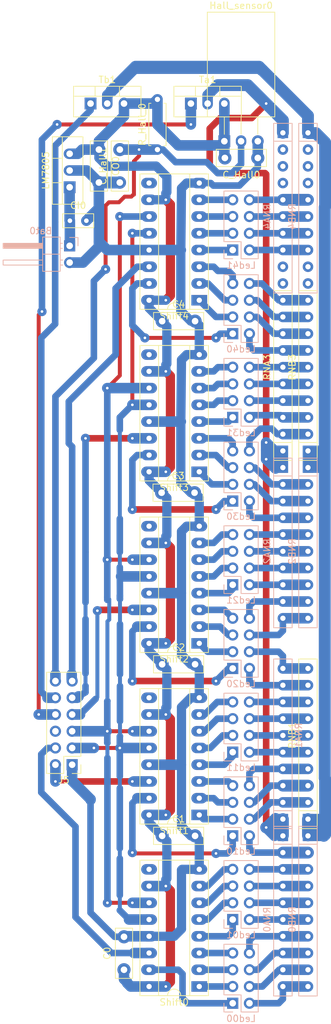
<source format=kicad_pcb>
(kicad_pcb (version 4) (host pcbnew 4.0.7-e2-6376~58~ubuntu14.04.1)

  (general
    (links 195)
    (no_connects 0)
    (area 0 0 0 0)
    (thickness 1.6)
    (drawings 0)
    (tracks 706)
    (zones 0)
    (modules 41)
    (nets 112)
  )

  (page A4)
  (layers
    (0 F.Cu signal)
    (1 In1.Cu signal)
    (2 In2.Cu signal)
    (31 B.Cu signal)
    (32 B.Adhes user)
    (33 F.Adhes user)
    (34 B.Paste user)
    (35 F.Paste user)
    (36 B.SilkS user)
    (37 F.SilkS user)
    (38 B.Mask user)
    (39 F.Mask user)
    (40 Dwgs.User user)
    (41 Cmts.User user)
    (42 Eco1.User user)
    (43 Eco2.User user)
    (44 Edge.Cuts user)
    (45 Margin user)
    (46 B.CrtYd user)
    (47 F.CrtYd user)
    (48 B.Fab user)
    (49 F.Fab user)
  )

  (setup
    (last_trace_width 1)
    (user_trace_width 0.6)
    (user_trace_width 1)
    (user_trace_width 1.4)
    (user_trace_width 1.6)
    (user_trace_width 1.8)
    (user_trace_width 2)
    (trace_clearance 0.8)
    (zone_clearance 0.508)
    (zone_45_only no)
    (trace_min 0.2)
    (segment_width 0.2)
    (edge_width 0.15)
    (via_size 1.4)
    (via_drill 0.4)
    (via_min_size 0.3)
    (via_min_drill 0.1)
    (uvia_size 0.5)
    (uvia_drill 0.1)
    (uvias_allowed no)
    (uvia_min_size 0.1)
    (uvia_min_drill 0.1)
    (pcb_text_width 0.3)
    (pcb_text_size 1.5 1.5)
    (mod_edge_width 0.15)
    (mod_text_size 1 1)
    (mod_text_width 0.15)
    (pad_size 1.9 1.9)
    (pad_drill 1)
    (pad_to_mask_clearance 0.2)
    (aux_axis_origin 176.276 16.764)
    (visible_elements FFFFEF7F)
    (pcbplotparams
      (layerselection 0x00000_80000000)
      (usegerberextensions false)
      (excludeedgelayer true)
      (linewidth 0.100000)
      (plotframeref false)
      (viasonmask false)
      (mode 1)
      (useauxorigin true)
      (hpglpennumber 1)
      (hpglpenspeed 20)
      (hpglpendiameter 15)
      (hpglpenoverlay 2)
      (psnegative false)
      (psa4output false)
      (plotreference true)
      (plotvalue true)
      (plotinvisibletext false)
      (padsonsilk false)
      (subtractmaskfromsilk false)
      (outputformat 1)
      (mirror false)
      (drillshape 0)
      (scaleselection 1)
      (outputdirectory ""))
  )

  (net 0 "")
  (net 1 Vbat)
  (net 2 GND)
  (net 3 VCC)
  (net 4 Serial_Data_0)
  (net 5 Serial_Data_1)
  (net 6 Serial_Data_2)
  (net 7 Serial_Data_3)
  (net 8 Serial_Data_4)
  (net 9 Command_TB)
  (net 10 Command_TA)
  (net 11 Lock)
  (net 12 Clock)
  (net 13 Alim_led_A)
  (net 14 Alime_led_B)
  (net 15 "Net-(Shift0-Pad9)")
  (net 16 "Net-(Shift1-Pad9)")
  (net 17 "Net-(Shift2-Pad9)")
  (net 18 "Net-(Shift3-Pad9)")
  (net 19 "Net-(Shift4-Pad9)")
  (net 20 "Net-(RNA4-Pad2)")
  (net 21 "Net-(RNA4-Pad3)")
  (net 22 "Net-(RNA4-Pad4)")
  (net 23 "Net-(RNB4-Pad2)")
  (net 24 "Net-(RNB4-Pad3)")
  (net 25 "Net-(RNB4-Pad4)")
  (net 26 Hall_Sensor)
  (net 27 "Net-(Led00-Pad1)")
  (net 28 "Net-(Led00-Pad2)")
  (net 29 "Net-(Led00-Pad3)")
  (net 30 "Net-(Led00-Pad4)")
  (net 31 "Net-(Led00-Pad5)")
  (net 32 "Net-(Led00-Pad6)")
  (net 33 "Net-(Led00-Pad7)")
  (net 34 "Net-(Led00-Pad8)")
  (net 35 "Net-(Led01-Pad1)")
  (net 36 "Net-(Led01-Pad2)")
  (net 37 "Net-(Led01-Pad3)")
  (net 38 "Net-(Led01-Pad4)")
  (net 39 "Net-(Led01-Pad5)")
  (net 40 "Net-(Led01-Pad6)")
  (net 41 "Net-(Led01-Pad7)")
  (net 42 "Net-(Led01-Pad8)")
  (net 43 "Net-(Led10-Pad1)")
  (net 44 "Net-(Led10-Pad2)")
  (net 45 "Net-(Led10-Pad3)")
  (net 46 "Net-(Led10-Pad4)")
  (net 47 "Net-(Led10-Pad5)")
  (net 48 "Net-(Led10-Pad6)")
  (net 49 "Net-(Led10-Pad7)")
  (net 50 "Net-(Led10-Pad8)")
  (net 51 "Net-(Led11-Pad1)")
  (net 52 "Net-(Led11-Pad2)")
  (net 53 "Net-(Led11-Pad3)")
  (net 54 "Net-(Led11-Pad4)")
  (net 55 "Net-(Led11-Pad5)")
  (net 56 "Net-(Led11-Pad6)")
  (net 57 "Net-(Led11-Pad7)")
  (net 58 "Net-(Led11-Pad8)")
  (net 59 "Net-(Led20-Pad1)")
  (net 60 "Net-(Led20-Pad2)")
  (net 61 "Net-(Led20-Pad3)")
  (net 62 "Net-(Led20-Pad4)")
  (net 63 "Net-(Led20-Pad5)")
  (net 64 "Net-(Led20-Pad6)")
  (net 65 "Net-(Led20-Pad7)")
  (net 66 "Net-(Led20-Pad8)")
  (net 67 "Net-(Led21-Pad1)")
  (net 68 "Net-(Led21-Pad2)")
  (net 69 "Net-(Led21-Pad3)")
  (net 70 "Net-(Led21-Pad4)")
  (net 71 "Net-(Led21-Pad5)")
  (net 72 "Net-(Led21-Pad6)")
  (net 73 "Net-(Led21-Pad7)")
  (net 74 "Net-(Led21-Pad8)")
  (net 75 "Net-(Led30-Pad1)")
  (net 76 "Net-(Led30-Pad2)")
  (net 77 "Net-(Led30-Pad3)")
  (net 78 "Net-(Led30-Pad4)")
  (net 79 "Net-(Led30-Pad5)")
  (net 80 "Net-(Led30-Pad6)")
  (net 81 "Net-(Led30-Pad7)")
  (net 82 "Net-(Led30-Pad8)")
  (net 83 "Net-(Led31-Pad1)")
  (net 84 "Net-(Led31-Pad2)")
  (net 85 "Net-(Led31-Pad3)")
  (net 86 "Net-(Led31-Pad4)")
  (net 87 "Net-(Led31-Pad5)")
  (net 88 "Net-(Led31-Pad6)")
  (net 89 "Net-(Led31-Pad7)")
  (net 90 "Net-(Led31-Pad8)")
  (net 91 "Net-(Led40-Pad1)")
  (net 92 "Net-(Led40-Pad2)")
  (net 93 "Net-(Led40-Pad3)")
  (net 94 "Net-(Led40-Pad4)")
  (net 95 "Net-(Led40-Pad5)")
  (net 96 "Net-(Led40-Pad6)")
  (net 97 "Net-(Led40-Pad7)")
  (net 98 "Net-(Led40-Pad8)")
  (net 99 "Net-(Led41-Pad1)")
  (net 100 "Net-(Led41-Pad2)")
  (net 101 "Net-(Led41-Pad3)")
  (net 102 "Net-(Led41-Pad4)")
  (net 103 "Net-(Led41-Pad5)")
  (net 104 "Net-(Led41-Pad6)")
  (net 105 "Net-(Led41-Pad7)")
  (net 106 "Net-(Led41-Pad8)")
  (net 107 "Net-(J5-Pad6)")
  (net 108 "Net-(RNA4-Pad9)")
  (net 109 "Net-(RNA4-Pad10)")
  (net 110 "Net-(RNB4-Pad9)")
  (net 111 "Net-(RNB4-Pad10)")

  (net_class Default "This is the default net class."
    (clearance 0.8)
    (trace_width 1)
    (via_dia 1.4)
    (via_drill 0.4)
    (uvia_dia 0.5)
    (uvia_drill 0.1)
    (add_net Alim_led_A)
    (add_net Alime_led_B)
    (add_net Clock)
    (add_net Command_TA)
    (add_net Command_TB)
    (add_net GND)
    (add_net Hall_Sensor)
    (add_net Lock)
    (add_net "Net-(J5-Pad6)")
    (add_net "Net-(Led00-Pad1)")
    (add_net "Net-(Led00-Pad2)")
    (add_net "Net-(Led00-Pad3)")
    (add_net "Net-(Led00-Pad4)")
    (add_net "Net-(Led00-Pad5)")
    (add_net "Net-(Led00-Pad6)")
    (add_net "Net-(Led00-Pad7)")
    (add_net "Net-(Led00-Pad8)")
    (add_net "Net-(Led01-Pad1)")
    (add_net "Net-(Led01-Pad2)")
    (add_net "Net-(Led01-Pad3)")
    (add_net "Net-(Led01-Pad4)")
    (add_net "Net-(Led01-Pad5)")
    (add_net "Net-(Led01-Pad6)")
    (add_net "Net-(Led01-Pad7)")
    (add_net "Net-(Led01-Pad8)")
    (add_net "Net-(Led10-Pad1)")
    (add_net "Net-(Led10-Pad2)")
    (add_net "Net-(Led10-Pad3)")
    (add_net "Net-(Led10-Pad4)")
    (add_net "Net-(Led10-Pad5)")
    (add_net "Net-(Led10-Pad6)")
    (add_net "Net-(Led10-Pad7)")
    (add_net "Net-(Led10-Pad8)")
    (add_net "Net-(Led11-Pad1)")
    (add_net "Net-(Led11-Pad2)")
    (add_net "Net-(Led11-Pad3)")
    (add_net "Net-(Led11-Pad4)")
    (add_net "Net-(Led11-Pad5)")
    (add_net "Net-(Led11-Pad6)")
    (add_net "Net-(Led11-Pad7)")
    (add_net "Net-(Led11-Pad8)")
    (add_net "Net-(Led20-Pad1)")
    (add_net "Net-(Led20-Pad2)")
    (add_net "Net-(Led20-Pad3)")
    (add_net "Net-(Led20-Pad4)")
    (add_net "Net-(Led20-Pad5)")
    (add_net "Net-(Led20-Pad6)")
    (add_net "Net-(Led20-Pad7)")
    (add_net "Net-(Led20-Pad8)")
    (add_net "Net-(Led21-Pad1)")
    (add_net "Net-(Led21-Pad2)")
    (add_net "Net-(Led21-Pad3)")
    (add_net "Net-(Led21-Pad4)")
    (add_net "Net-(Led21-Pad5)")
    (add_net "Net-(Led21-Pad6)")
    (add_net "Net-(Led21-Pad7)")
    (add_net "Net-(Led21-Pad8)")
    (add_net "Net-(Led30-Pad1)")
    (add_net "Net-(Led30-Pad2)")
    (add_net "Net-(Led30-Pad3)")
    (add_net "Net-(Led30-Pad4)")
    (add_net "Net-(Led30-Pad5)")
    (add_net "Net-(Led30-Pad6)")
    (add_net "Net-(Led30-Pad7)")
    (add_net "Net-(Led30-Pad8)")
    (add_net "Net-(Led31-Pad1)")
    (add_net "Net-(Led31-Pad2)")
    (add_net "Net-(Led31-Pad3)")
    (add_net "Net-(Led31-Pad4)")
    (add_net "Net-(Led31-Pad5)")
    (add_net "Net-(Led31-Pad6)")
    (add_net "Net-(Led31-Pad7)")
    (add_net "Net-(Led31-Pad8)")
    (add_net "Net-(Led40-Pad1)")
    (add_net "Net-(Led40-Pad2)")
    (add_net "Net-(Led40-Pad3)")
    (add_net "Net-(Led40-Pad4)")
    (add_net "Net-(Led40-Pad5)")
    (add_net "Net-(Led40-Pad6)")
    (add_net "Net-(Led40-Pad7)")
    (add_net "Net-(Led40-Pad8)")
    (add_net "Net-(Led41-Pad1)")
    (add_net "Net-(Led41-Pad2)")
    (add_net "Net-(Led41-Pad3)")
    (add_net "Net-(Led41-Pad4)")
    (add_net "Net-(Led41-Pad5)")
    (add_net "Net-(Led41-Pad6)")
    (add_net "Net-(Led41-Pad7)")
    (add_net "Net-(Led41-Pad8)")
    (add_net "Net-(RNA4-Pad10)")
    (add_net "Net-(RNA4-Pad2)")
    (add_net "Net-(RNA4-Pad3)")
    (add_net "Net-(RNA4-Pad4)")
    (add_net "Net-(RNA4-Pad9)")
    (add_net "Net-(RNB4-Pad10)")
    (add_net "Net-(RNB4-Pad2)")
    (add_net "Net-(RNB4-Pad3)")
    (add_net "Net-(RNB4-Pad4)")
    (add_net "Net-(RNB4-Pad9)")
    (add_net "Net-(Shift0-Pad9)")
    (add_net "Net-(Shift1-Pad9)")
    (add_net "Net-(Shift2-Pad9)")
    (add_net "Net-(Shift3-Pad9)")
    (add_net "Net-(Shift4-Pad9)")
    (add_net Serial_Data_0)
    (add_net Serial_Data_1)
    (add_net Serial_Data_2)
    (add_net Serial_Data_3)
    (add_net Serial_Data_4)
    (add_net VCC)
    (add_net Vbat)
  )

  (net_class big ""
    (clearance 0.8)
    (trace_width 2)
    (via_dia 2.8)
    (via_drill 0.4)
    (uvia_dia 0.5)
    (uvia_drill 0.1)
  )

  (net_class small ""
    (clearance 0.8)
    (trace_width 0.6)
    (via_dia 0.84)
    (via_drill 0.4)
    (uvia_dia 0.5)
    (uvia_drill 0.1)
  )

  (net_class wire ""
    (clearance 0)
    (trace_width 0.2)
    (via_dia 1.4)
    (via_drill 0.4)
    (uvia_dia 0.5)
    (uvia_drill 0.1)
  )

  (module Resistors_THT:R_Array_SIP10 (layer B.Cu) (tedit 57FA3974) (tstamp 5AA3C422)
    (at 214.63 79.375 270)
    (descr "10-pin Resistor SIP pack")
    (tags R)
    (path /5AA3C9D5)
    (fp_text reference RNA2 (at 12.7 2.4 270) (layer B.SilkS)
      (effects (font (size 1 1) (thickness 0.15)) (justify mirror))
    )
    (fp_text value R_Network09 (at 12.7 -2.4 270) (layer B.Fab)
      (effects (font (size 1 1) (thickness 0.15)) (justify mirror))
    )
    (fp_line (start -1.29 1.25) (end -1.29 -1.25) (layer B.Fab) (width 0.1))
    (fp_line (start -1.29 -1.25) (end 24.15 -1.25) (layer B.Fab) (width 0.1))
    (fp_line (start 24.15 -1.25) (end 24.15 1.25) (layer B.Fab) (width 0.1))
    (fp_line (start 24.15 1.25) (end -1.29 1.25) (layer B.Fab) (width 0.1))
    (fp_line (start 1.27 1.25) (end 1.27 -1.25) (layer B.Fab) (width 0.1))
    (fp_line (start -1.44 1.4) (end -1.44 -1.4) (layer B.SilkS) (width 0.12))
    (fp_line (start -1.44 -1.4) (end 24.3 -1.4) (layer B.SilkS) (width 0.12))
    (fp_line (start 24.3 -1.4) (end 24.3 1.4) (layer B.SilkS) (width 0.12))
    (fp_line (start 24.3 1.4) (end -1.44 1.4) (layer B.SilkS) (width 0.12))
    (fp_line (start 1.27 1.4) (end 1.27 -1.4) (layer B.SilkS) (width 0.12))
    (fp_line (start -1.7 1.65) (end -1.7 -1.65) (layer B.CrtYd) (width 0.05))
    (fp_line (start -1.7 -1.65) (end 24.55 -1.65) (layer B.CrtYd) (width 0.05))
    (fp_line (start 24.55 -1.65) (end 24.55 1.65) (layer B.CrtYd) (width 0.05))
    (fp_line (start 24.55 1.65) (end -1.7 1.65) (layer B.CrtYd) (width 0.05))
    (pad 1 thru_hole rect (at 0 0 270) (size 1.6 1.6) (drill 0.8) (layers *.Cu *.Mask)
      (net 13 Alim_led_A))
    (pad 2 thru_hole oval (at 2.54 0 270) (size 1.6 1.6) (drill 0.8) (layers *.Cu *.Mask)
      (net 80 "Net-(Led30-Pad6)"))
    (pad 3 thru_hole oval (at 5.08 0 270) (size 1.6 1.6) (drill 0.8) (layers *.Cu *.Mask)
      (net 78 "Net-(Led30-Pad4)"))
    (pad 4 thru_hole oval (at 7.62 0 270) (size 1.6 1.6) (drill 0.8) (layers *.Cu *.Mask)
      (net 76 "Net-(Led30-Pad2)"))
    (pad 5 thru_hole oval (at 10.16 0 270) (size 1.6 1.6) (drill 0.8) (layers *.Cu *.Mask)
      (net 74 "Net-(Led21-Pad8)"))
    (pad 6 thru_hole oval (at 12.7 0 270) (size 1.6 1.6) (drill 0.8) (layers *.Cu *.Mask)
      (net 72 "Net-(Led21-Pad6)"))
    (pad 7 thru_hole oval (at 15.24 0 270) (size 1.6 1.6) (drill 0.8) (layers *.Cu *.Mask)
      (net 70 "Net-(Led21-Pad4)"))
    (pad 8 thru_hole oval (at 17.78 0 270) (size 1.6 1.6) (drill 0.8) (layers *.Cu *.Mask)
      (net 68 "Net-(Led21-Pad2)"))
    (pad 9 thru_hole oval (at 20.32 0 270) (size 1.6 1.6) (drill 0.8) (layers *.Cu *.Mask)
      (net 66 "Net-(Led20-Pad8)"))
    (pad 10 thru_hole oval (at 22.86 0 270) (size 1.6 1.6) (drill 0.8) (layers *.Cu *.Mask)
      (net 64 "Net-(Led20-Pad6)"))
    (model ${KISYS3DMOD}/Resistors_THT.3dshapes/R_Array_SIP10.wrl
      (at (xyz 0 0 0))
      (scale (xyz 0.39 0.39 0.39))
      (rotate (xyz 0 0 0))
    )
  )

  (module Housings_DIP:DIP-16_W7.62mm_Socket_LongPads (layer F.Cu) (tedit 58CC8E2D) (tstamp 5AA3C498)
    (at 201.93 158.115 180)
    (descr "16-lead dip package, row spacing 7.62 mm (300 mils), Socket, LongPads")
    (tags "DIL DIP PDIP 2.54mm 7.62mm 300mil Socket LongPads")
    (path /5A9F9E11)
    (fp_text reference Shift0 (at 3.81 -2.39 180) (layer F.SilkS)
      (effects (font (size 1 1) (thickness 0.15)))
    )
    (fp_text value 74LS595 (at 3.81 20.17 180) (layer F.Fab)
      (effects (font (size 1 1) (thickness 0.15)))
    )
    (fp_text user %R (at 3.81 8.89 180) (layer F.Fab)
      (effects (font (size 1 1) (thickness 0.15)))
    )
    (fp_line (start 1.635 -1.27) (end 6.985 -1.27) (layer F.Fab) (width 0.1))
    (fp_line (start 6.985 -1.27) (end 6.985 19.05) (layer F.Fab) (width 0.1))
    (fp_line (start 6.985 19.05) (end 0.635 19.05) (layer F.Fab) (width 0.1))
    (fp_line (start 0.635 19.05) (end 0.635 -0.27) (layer F.Fab) (width 0.1))
    (fp_line (start 0.635 -0.27) (end 1.635 -1.27) (layer F.Fab) (width 0.1))
    (fp_line (start -1.27 -1.27) (end -1.27 19.05) (layer F.Fab) (width 0.1))
    (fp_line (start -1.27 19.05) (end 8.89 19.05) (layer F.Fab) (width 0.1))
    (fp_line (start 8.89 19.05) (end 8.89 -1.27) (layer F.Fab) (width 0.1))
    (fp_line (start 8.89 -1.27) (end -1.27 -1.27) (layer F.Fab) (width 0.1))
    (fp_line (start 2.81 -1.39) (end 1.44 -1.39) (layer F.SilkS) (width 0.12))
    (fp_line (start 1.44 -1.39) (end 1.44 19.17) (layer F.SilkS) (width 0.12))
    (fp_line (start 1.44 19.17) (end 6.18 19.17) (layer F.SilkS) (width 0.12))
    (fp_line (start 6.18 19.17) (end 6.18 -1.39) (layer F.SilkS) (width 0.12))
    (fp_line (start 6.18 -1.39) (end 4.81 -1.39) (layer F.SilkS) (width 0.12))
    (fp_line (start -1.39 -1.39) (end -1.39 19.17) (layer F.SilkS) (width 0.12))
    (fp_line (start -1.39 19.17) (end 9.01 19.17) (layer F.SilkS) (width 0.12))
    (fp_line (start 9.01 19.17) (end 9.01 -1.39) (layer F.SilkS) (width 0.12))
    (fp_line (start 9.01 -1.39) (end -1.39 -1.39) (layer F.SilkS) (width 0.12))
    (fp_line (start -1.7 -1.7) (end -1.7 19.5) (layer F.CrtYd) (width 0.05))
    (fp_line (start -1.7 19.5) (end 9.3 19.5) (layer F.CrtYd) (width 0.05))
    (fp_line (start 9.3 19.5) (end 9.3 -1.7) (layer F.CrtYd) (width 0.05))
    (fp_line (start 9.3 -1.7) (end -1.7 -1.7) (layer F.CrtYd) (width 0.05))
    (fp_arc (start 3.81 -1.39) (end 2.81 -1.39) (angle -180) (layer F.SilkS) (width 0.12))
    (pad 1 thru_hole rect (at 0 0 180) (size 2.4 1.6) (drill 0.8) (layers *.Cu *.Mask)
      (net 29 "Net-(Led00-Pad3)"))
    (pad 9 thru_hole oval (at 7.62 17.78 180) (size 2.4 1.6) (drill 0.8) (layers *.Cu *.Mask)
      (net 15 "Net-(Shift0-Pad9)"))
    (pad 2 thru_hole oval (at 0 2.54 180) (size 2.4 1.6) (drill 0.8) (layers *.Cu *.Mask)
      (net 31 "Net-(Led00-Pad5)"))
    (pad 10 thru_hole oval (at 7.62 15.24 180) (size 2.4 1.6) (drill 0.8) (layers *.Cu *.Mask)
      (net 3 VCC))
    (pad 3 thru_hole oval (at 0 5.08 180) (size 2.4 1.6) (drill 0.8) (layers *.Cu *.Mask)
      (net 33 "Net-(Led00-Pad7)"))
    (pad 11 thru_hole oval (at 7.62 12.7 180) (size 2.4 1.6) (drill 0.8) (layers *.Cu *.Mask)
      (net 12 Clock))
    (pad 4 thru_hole oval (at 0 7.62 180) (size 2.4 1.6) (drill 0.8) (layers *.Cu *.Mask)
      (net 35 "Net-(Led01-Pad1)"))
    (pad 12 thru_hole oval (at 7.62 10.16 180) (size 2.4 1.6) (drill 0.8) (layers *.Cu *.Mask)
      (net 11 Lock))
    (pad 5 thru_hole oval (at 0 10.16 180) (size 2.4 1.6) (drill 0.8) (layers *.Cu *.Mask)
      (net 37 "Net-(Led01-Pad3)"))
    (pad 13 thru_hole oval (at 7.62 7.62 180) (size 2.4 1.6) (drill 0.8) (layers *.Cu *.Mask)
      (net 2 GND))
    (pad 6 thru_hole oval (at 0 12.7 180) (size 2.4 1.6) (drill 0.8) (layers *.Cu *.Mask)
      (net 39 "Net-(Led01-Pad5)"))
    (pad 14 thru_hole oval (at 7.62 5.08 180) (size 2.4 1.6) (drill 0.8) (layers *.Cu *.Mask)
      (net 4 Serial_Data_0))
    (pad 7 thru_hole oval (at 0 15.24 180) (size 2.4 1.6) (drill 0.8) (layers *.Cu *.Mask)
      (net 41 "Net-(Led01-Pad7)"))
    (pad 15 thru_hole oval (at 7.62 2.54 180) (size 2.4 1.6) (drill 0.8) (layers *.Cu *.Mask)
      (net 27 "Net-(Led00-Pad1)"))
    (pad 8 thru_hole oval (at 0 17.78 180) (size 2.4 1.6) (drill 0.8) (layers *.Cu *.Mask)
      (net 2 GND))
    (pad 16 thru_hole oval (at 7.62 0 180) (size 2.4 1.6) (drill 0.8) (layers *.Cu *.Mask)
      (net 3 VCC))
    (model ${KISYS3DMOD}/Housings_DIP.3dshapes/DIP-16_W7.62mm_Socket_LongPads.wrl
      (at (xyz 0 0 0))
      (scale (xyz 1 1 1))
      (rotate (xyz 0 0 0))
    )
  )

  (module Housings_DIP:DIP-16_W7.62mm_Socket_LongPads (layer F.Cu) (tedit 58CC8E2D) (tstamp 5AA3C4E8)
    (at 201.93 53.975 180)
    (descr "16-lead dip package, row spacing 7.62 mm (300 mils), Socket, LongPads")
    (tags "DIL DIP PDIP 2.54mm 7.62mm 300mil Socket LongPads")
    (path /5AA05925)
    (fp_text reference Shift4 (at 3.81 -2.39 180) (layer F.SilkS)
      (effects (font (size 1 1) (thickness 0.15)))
    )
    (fp_text value 74LS595 (at 3.81 20.17 180) (layer F.Fab)
      (effects (font (size 1 1) (thickness 0.15)))
    )
    (fp_text user %R (at 3.81 8.89 180) (layer F.Fab)
      (effects (font (size 1 1) (thickness 0.15)))
    )
    (fp_line (start 1.635 -1.27) (end 6.985 -1.27) (layer F.Fab) (width 0.1))
    (fp_line (start 6.985 -1.27) (end 6.985 19.05) (layer F.Fab) (width 0.1))
    (fp_line (start 6.985 19.05) (end 0.635 19.05) (layer F.Fab) (width 0.1))
    (fp_line (start 0.635 19.05) (end 0.635 -0.27) (layer F.Fab) (width 0.1))
    (fp_line (start 0.635 -0.27) (end 1.635 -1.27) (layer F.Fab) (width 0.1))
    (fp_line (start -1.27 -1.27) (end -1.27 19.05) (layer F.Fab) (width 0.1))
    (fp_line (start -1.27 19.05) (end 8.89 19.05) (layer F.Fab) (width 0.1))
    (fp_line (start 8.89 19.05) (end 8.89 -1.27) (layer F.Fab) (width 0.1))
    (fp_line (start 8.89 -1.27) (end -1.27 -1.27) (layer F.Fab) (width 0.1))
    (fp_line (start 2.81 -1.39) (end 1.44 -1.39) (layer F.SilkS) (width 0.12))
    (fp_line (start 1.44 -1.39) (end 1.44 19.17) (layer F.SilkS) (width 0.12))
    (fp_line (start 1.44 19.17) (end 6.18 19.17) (layer F.SilkS) (width 0.12))
    (fp_line (start 6.18 19.17) (end 6.18 -1.39) (layer F.SilkS) (width 0.12))
    (fp_line (start 6.18 -1.39) (end 4.81 -1.39) (layer F.SilkS) (width 0.12))
    (fp_line (start -1.39 -1.39) (end -1.39 19.17) (layer F.SilkS) (width 0.12))
    (fp_line (start -1.39 19.17) (end 9.01 19.17) (layer F.SilkS) (width 0.12))
    (fp_line (start 9.01 19.17) (end 9.01 -1.39) (layer F.SilkS) (width 0.12))
    (fp_line (start 9.01 -1.39) (end -1.39 -1.39) (layer F.SilkS) (width 0.12))
    (fp_line (start -1.7 -1.7) (end -1.7 19.5) (layer F.CrtYd) (width 0.05))
    (fp_line (start -1.7 19.5) (end 9.3 19.5) (layer F.CrtYd) (width 0.05))
    (fp_line (start 9.3 19.5) (end 9.3 -1.7) (layer F.CrtYd) (width 0.05))
    (fp_line (start 9.3 -1.7) (end -1.7 -1.7) (layer F.CrtYd) (width 0.05))
    (fp_arc (start 3.81 -1.39) (end 2.81 -1.39) (angle -180) (layer F.SilkS) (width 0.12))
    (pad 1 thru_hole rect (at 0 0 180) (size 2.4 1.6) (drill 0.8) (layers *.Cu *.Mask)
      (net 93 "Net-(Led40-Pad3)"))
    (pad 9 thru_hole oval (at 7.62 17.78 180) (size 2.4 1.6) (drill 0.8) (layers *.Cu *.Mask)
      (net 19 "Net-(Shift4-Pad9)"))
    (pad 2 thru_hole oval (at 0 2.54 180) (size 2.4 1.6) (drill 0.8) (layers *.Cu *.Mask)
      (net 95 "Net-(Led40-Pad5)"))
    (pad 10 thru_hole oval (at 7.62 15.24 180) (size 2.4 1.6) (drill 0.8) (layers *.Cu *.Mask)
      (net 3 VCC))
    (pad 3 thru_hole oval (at 0 5.08 180) (size 2.4 1.6) (drill 0.8) (layers *.Cu *.Mask)
      (net 97 "Net-(Led40-Pad7)"))
    (pad 11 thru_hole oval (at 7.62 12.7 180) (size 2.4 1.6) (drill 0.8) (layers *.Cu *.Mask)
      (net 12 Clock))
    (pad 4 thru_hole oval (at 0 7.62 180) (size 2.4 1.6) (drill 0.8) (layers *.Cu *.Mask)
      (net 99 "Net-(Led41-Pad1)"))
    (pad 12 thru_hole oval (at 7.62 10.16 180) (size 2.4 1.6) (drill 0.8) (layers *.Cu *.Mask)
      (net 11 Lock))
    (pad 5 thru_hole oval (at 0 10.16 180) (size 2.4 1.6) (drill 0.8) (layers *.Cu *.Mask)
      (net 101 "Net-(Led41-Pad3)"))
    (pad 13 thru_hole oval (at 7.62 7.62 180) (size 2.4 1.6) (drill 0.8) (layers *.Cu *.Mask)
      (net 2 GND))
    (pad 6 thru_hole oval (at 0 12.7 180) (size 2.4 1.6) (drill 0.8) (layers *.Cu *.Mask)
      (net 103 "Net-(Led41-Pad5)"))
    (pad 14 thru_hole oval (at 7.62 5.08 180) (size 2.4 1.6) (drill 0.8) (layers *.Cu *.Mask)
      (net 8 Serial_Data_4))
    (pad 7 thru_hole oval (at 0 15.24 180) (size 2.4 1.6) (drill 0.8) (layers *.Cu *.Mask)
      (net 105 "Net-(Led41-Pad7)"))
    (pad 15 thru_hole oval (at 7.62 2.54 180) (size 2.4 1.6) (drill 0.8) (layers *.Cu *.Mask)
      (net 91 "Net-(Led40-Pad1)"))
    (pad 8 thru_hole oval (at 0 17.78 180) (size 2.4 1.6) (drill 0.8) (layers *.Cu *.Mask)
      (net 2 GND))
    (pad 16 thru_hole oval (at 7.62 0 180) (size 2.4 1.6) (drill 0.8) (layers *.Cu *.Mask)
      (net 3 VCC))
    (model ${KISYS3DMOD}/Housings_DIP.3dshapes/DIP-16_W7.62mm_Socket_LongPads.wrl
      (at (xyz 0 0 0))
      (scale (xyz 1 1 1))
      (rotate (xyz 0 0 0))
    )
  )

  (module Housings_DIP:DIP-16_W7.62mm_Socket_LongPads (layer F.Cu) (tedit 58CC8E2D) (tstamp 5AA3C4AC)
    (at 201.93 132.08 180)
    (descr "16-lead dip package, row spacing 7.62 mm (300 mils), Socket, LongPads")
    (tags "DIL DIP PDIP 2.54mm 7.62mm 300mil Socket LongPads")
    (path /5AA03953)
    (fp_text reference Shift1 (at 3.81 -2.39 180) (layer F.SilkS)
      (effects (font (size 1 1) (thickness 0.15)))
    )
    (fp_text value 74LS595 (at 3.81 20.17 180) (layer F.Fab)
      (effects (font (size 1 1) (thickness 0.15)))
    )
    (fp_text user %R (at 3.81 8.89 180) (layer F.Fab)
      (effects (font (size 1 1) (thickness 0.15)))
    )
    (fp_line (start 1.635 -1.27) (end 6.985 -1.27) (layer F.Fab) (width 0.1))
    (fp_line (start 6.985 -1.27) (end 6.985 19.05) (layer F.Fab) (width 0.1))
    (fp_line (start 6.985 19.05) (end 0.635 19.05) (layer F.Fab) (width 0.1))
    (fp_line (start 0.635 19.05) (end 0.635 -0.27) (layer F.Fab) (width 0.1))
    (fp_line (start 0.635 -0.27) (end 1.635 -1.27) (layer F.Fab) (width 0.1))
    (fp_line (start -1.27 -1.27) (end -1.27 19.05) (layer F.Fab) (width 0.1))
    (fp_line (start -1.27 19.05) (end 8.89 19.05) (layer F.Fab) (width 0.1))
    (fp_line (start 8.89 19.05) (end 8.89 -1.27) (layer F.Fab) (width 0.1))
    (fp_line (start 8.89 -1.27) (end -1.27 -1.27) (layer F.Fab) (width 0.1))
    (fp_line (start 2.81 -1.39) (end 1.44 -1.39) (layer F.SilkS) (width 0.12))
    (fp_line (start 1.44 -1.39) (end 1.44 19.17) (layer F.SilkS) (width 0.12))
    (fp_line (start 1.44 19.17) (end 6.18 19.17) (layer F.SilkS) (width 0.12))
    (fp_line (start 6.18 19.17) (end 6.18 -1.39) (layer F.SilkS) (width 0.12))
    (fp_line (start 6.18 -1.39) (end 4.81 -1.39) (layer F.SilkS) (width 0.12))
    (fp_line (start -1.39 -1.39) (end -1.39 19.17) (layer F.SilkS) (width 0.12))
    (fp_line (start -1.39 19.17) (end 9.01 19.17) (layer F.SilkS) (width 0.12))
    (fp_line (start 9.01 19.17) (end 9.01 -1.39) (layer F.SilkS) (width 0.12))
    (fp_line (start 9.01 -1.39) (end -1.39 -1.39) (layer F.SilkS) (width 0.12))
    (fp_line (start -1.7 -1.7) (end -1.7 19.5) (layer F.CrtYd) (width 0.05))
    (fp_line (start -1.7 19.5) (end 9.3 19.5) (layer F.CrtYd) (width 0.05))
    (fp_line (start 9.3 19.5) (end 9.3 -1.7) (layer F.CrtYd) (width 0.05))
    (fp_line (start 9.3 -1.7) (end -1.7 -1.7) (layer F.CrtYd) (width 0.05))
    (fp_arc (start 3.81 -1.39) (end 2.81 -1.39) (angle -180) (layer F.SilkS) (width 0.12))
    (pad 1 thru_hole rect (at 0 0 180) (size 2.4 1.6) (drill 0.8) (layers *.Cu *.Mask)
      (net 45 "Net-(Led10-Pad3)"))
    (pad 9 thru_hole oval (at 7.62 17.78 180) (size 2.4 1.6) (drill 0.8) (layers *.Cu *.Mask)
      (net 16 "Net-(Shift1-Pad9)"))
    (pad 2 thru_hole oval (at 0 2.54 180) (size 2.4 1.6) (drill 0.8) (layers *.Cu *.Mask)
      (net 47 "Net-(Led10-Pad5)"))
    (pad 10 thru_hole oval (at 7.62 15.24 180) (size 2.4 1.6) (drill 0.8) (layers *.Cu *.Mask)
      (net 3 VCC))
    (pad 3 thru_hole oval (at 0 5.08 180) (size 2.4 1.6) (drill 0.8) (layers *.Cu *.Mask)
      (net 49 "Net-(Led10-Pad7)"))
    (pad 11 thru_hole oval (at 7.62 12.7 180) (size 2.4 1.6) (drill 0.8) (layers *.Cu *.Mask)
      (net 12 Clock))
    (pad 4 thru_hole oval (at 0 7.62 180) (size 2.4 1.6) (drill 0.8) (layers *.Cu *.Mask)
      (net 51 "Net-(Led11-Pad1)"))
    (pad 12 thru_hole oval (at 7.62 10.16 180) (size 2.4 1.6) (drill 0.8) (layers *.Cu *.Mask)
      (net 11 Lock))
    (pad 5 thru_hole oval (at 0 10.16 180) (size 2.4 1.6) (drill 0.8) (layers *.Cu *.Mask)
      (net 53 "Net-(Led11-Pad3)"))
    (pad 13 thru_hole oval (at 7.62 7.62 180) (size 2.4 1.6) (drill 0.8) (layers *.Cu *.Mask)
      (net 2 GND))
    (pad 6 thru_hole oval (at 0 12.7 180) (size 2.4 1.6) (drill 0.8) (layers *.Cu *.Mask)
      (net 55 "Net-(Led11-Pad5)"))
    (pad 14 thru_hole oval (at 7.62 5.08 180) (size 2.4 1.6) (drill 0.8) (layers *.Cu *.Mask)
      (net 5 Serial_Data_1))
    (pad 7 thru_hole oval (at 0 15.24 180) (size 2.4 1.6) (drill 0.8) (layers *.Cu *.Mask)
      (net 57 "Net-(Led11-Pad7)"))
    (pad 15 thru_hole oval (at 7.62 2.54 180) (size 2.4 1.6) (drill 0.8) (layers *.Cu *.Mask)
      (net 43 "Net-(Led10-Pad1)"))
    (pad 8 thru_hole oval (at 0 17.78 180) (size 2.4 1.6) (drill 0.8) (layers *.Cu *.Mask)
      (net 2 GND))
    (pad 16 thru_hole oval (at 7.62 0 180) (size 2.4 1.6) (drill 0.8) (layers *.Cu *.Mask)
      (net 3 VCC))
    (model ${KISYS3DMOD}/Housings_DIP.3dshapes/DIP-16_W7.62mm_Socket_LongPads.wrl
      (at (xyz 0 0 0))
      (scale (xyz 1 1 1))
      (rotate (xyz 0 0 0))
    )
  )

  (module Capacitors_THT:C_Disc_D7.5mm_W2.5mm_P5.00mm (layer F.Cu) (tedit 597BC7C2) (tstamp 5AA3C36B)
    (at 196.215 83.185)
    (descr "C, Disc series, Radial, pin pitch=5.00mm, , diameter*width=7.5*2.5mm^2, Capacitor, http://www.vishay.com/docs/28535/vy2series.pdf")
    (tags "C Disc series Radial pin pitch 5.00mm  diameter 7.5mm width 2.5mm Capacitor")
    (path /5AA0B81B)
    (fp_text reference C3 (at 2.5 -2.56) (layer F.SilkS)
      (effects (font (size 1 1) (thickness 0.15)))
    )
    (fp_text value C (at 2.5 2.56) (layer F.Fab)
      (effects (font (size 1 1) (thickness 0.15)))
    )
    (fp_line (start -1.25 -1.25) (end -1.25 1.25) (layer F.Fab) (width 0.1))
    (fp_line (start -1.25 1.25) (end 6.25 1.25) (layer F.Fab) (width 0.1))
    (fp_line (start 6.25 1.25) (end 6.25 -1.25) (layer F.Fab) (width 0.1))
    (fp_line (start 6.25 -1.25) (end -1.25 -1.25) (layer F.Fab) (width 0.1))
    (fp_line (start -1.31 -1.31) (end 6.31 -1.31) (layer F.SilkS) (width 0.12))
    (fp_line (start -1.31 1.31) (end 6.31 1.31) (layer F.SilkS) (width 0.12))
    (fp_line (start -1.31 -1.31) (end -1.31 1.31) (layer F.SilkS) (width 0.12))
    (fp_line (start 6.31 -1.31) (end 6.31 1.31) (layer F.SilkS) (width 0.12))
    (fp_line (start -1.6 -1.6) (end -1.6 1.6) (layer F.CrtYd) (width 0.05))
    (fp_line (start -1.6 1.6) (end 6.6 1.6) (layer F.CrtYd) (width 0.05))
    (fp_line (start 6.6 1.6) (end 6.6 -1.6) (layer F.CrtYd) (width 0.05))
    (fp_line (start 6.6 -1.6) (end -1.6 -1.6) (layer F.CrtYd) (width 0.05))
    (fp_text user %R (at 2.5 0) (layer F.Fab)
      (effects (font (size 1 1) (thickness 0.15)))
    )
    (pad 1 thru_hole circle (at 0 0) (size 2 2) (drill 1) (layers *.Cu *.Mask)
      (net 3 VCC))
    (pad 2 thru_hole circle (at 5 0) (size 2 2) (drill 1) (layers *.Cu *.Mask)
      (net 2 GND))
    (model ${KISYS3DMOD}/Capacitors_THT.3dshapes/C_Disc_D7.5mm_W2.5mm_P5.00mm.wrl
      (at (xyz 0 0 0))
      (scale (xyz 1 1 1))
      (rotate (xyz 0 0 0))
    )
  )

  (module Capacitors_THT:C_Disc_D7.5mm_W2.5mm_P5.00mm (layer F.Cu) (tedit 597BC7C2) (tstamp 5AA3C371)
    (at 196.295 57.15)
    (descr "C, Disc series, Radial, pin pitch=5.00mm, , diameter*width=7.5*2.5mm^2, Capacitor, http://www.vishay.com/docs/28535/vy2series.pdf")
    (tags "C Disc series Radial pin pitch 5.00mm  diameter 7.5mm width 2.5mm Capacitor")
    (path /5AA0B87C)
    (fp_text reference C4 (at 2.5 -2.56) (layer F.SilkS)
      (effects (font (size 1 1) (thickness 0.15)))
    )
    (fp_text value C (at 2.5 2.56) (layer F.Fab)
      (effects (font (size 1 1) (thickness 0.15)))
    )
    (fp_line (start -1.25 -1.25) (end -1.25 1.25) (layer F.Fab) (width 0.1))
    (fp_line (start -1.25 1.25) (end 6.25 1.25) (layer F.Fab) (width 0.1))
    (fp_line (start 6.25 1.25) (end 6.25 -1.25) (layer F.Fab) (width 0.1))
    (fp_line (start 6.25 -1.25) (end -1.25 -1.25) (layer F.Fab) (width 0.1))
    (fp_line (start -1.31 -1.31) (end 6.31 -1.31) (layer F.SilkS) (width 0.12))
    (fp_line (start -1.31 1.31) (end 6.31 1.31) (layer F.SilkS) (width 0.12))
    (fp_line (start -1.31 -1.31) (end -1.31 1.31) (layer F.SilkS) (width 0.12))
    (fp_line (start 6.31 -1.31) (end 6.31 1.31) (layer F.SilkS) (width 0.12))
    (fp_line (start -1.6 -1.6) (end -1.6 1.6) (layer F.CrtYd) (width 0.05))
    (fp_line (start -1.6 1.6) (end 6.6 1.6) (layer F.CrtYd) (width 0.05))
    (fp_line (start 6.6 1.6) (end 6.6 -1.6) (layer F.CrtYd) (width 0.05))
    (fp_line (start 6.6 -1.6) (end -1.6 -1.6) (layer F.CrtYd) (width 0.05))
    (fp_text user %R (at 2.5 0 180) (layer F.Fab)
      (effects (font (size 1 1) (thickness 0.15)))
    )
    (pad 1 thru_hole circle (at 0 0) (size 2 2) (drill 1) (layers *.Cu *.Mask)
      (net 3 VCC))
    (pad 2 thru_hole circle (at 5 0) (size 2 2) (drill 1) (layers *.Cu *.Mask)
      (net 2 GND))
    (model ${KISYS3DMOD}/Capacitors_THT.3dshapes/C_Disc_D7.5mm_W2.5mm_P5.00mm.wrl
      (at (xyz 0 0 0))
      (scale (xyz 1 1 1))
      (rotate (xyz 0 0 0))
    )
  )

  (module Resistors_THT:R_Array_SIP10 (layer F.Cu) (tedit 57FA3974) (tstamp 5AA3C45A)
    (at 218.44 132.715 90)
    (descr "10-pin Resistor SIP pack")
    (tags R)
    (path /5AA3C849)
    (fp_text reference RNB1 (at 12.7 -2.4 90) (layer F.SilkS)
      (effects (font (size 1 1) (thickness 0.15)))
    )
    (fp_text value R_Network09 (at 12.7 2.4 90) (layer F.Fab)
      (effects (font (size 1 1) (thickness 0.15)))
    )
    (fp_line (start -1.29 -1.25) (end -1.29 1.25) (layer F.Fab) (width 0.1))
    (fp_line (start -1.29 1.25) (end 24.15 1.25) (layer F.Fab) (width 0.1))
    (fp_line (start 24.15 1.25) (end 24.15 -1.25) (layer F.Fab) (width 0.1))
    (fp_line (start 24.15 -1.25) (end -1.29 -1.25) (layer F.Fab) (width 0.1))
    (fp_line (start 1.27 -1.25) (end 1.27 1.25) (layer F.Fab) (width 0.1))
    (fp_line (start -1.44 -1.4) (end -1.44 1.4) (layer F.SilkS) (width 0.12))
    (fp_line (start -1.44 1.4) (end 24.3 1.4) (layer F.SilkS) (width 0.12))
    (fp_line (start 24.3 1.4) (end 24.3 -1.4) (layer F.SilkS) (width 0.12))
    (fp_line (start 24.3 -1.4) (end -1.44 -1.4) (layer F.SilkS) (width 0.12))
    (fp_line (start 1.27 -1.4) (end 1.27 1.4) (layer F.SilkS) (width 0.12))
    (fp_line (start -1.7 -1.65) (end -1.7 1.65) (layer F.CrtYd) (width 0.05))
    (fp_line (start -1.7 1.65) (end 24.55 1.65) (layer F.CrtYd) (width 0.05))
    (fp_line (start 24.55 1.65) (end 24.55 -1.65) (layer F.CrtYd) (width 0.05))
    (fp_line (start 24.55 -1.65) (end -1.7 -1.65) (layer F.CrtYd) (width 0.05))
    (pad 1 thru_hole rect (at 0 0 90) (size 1.6 1.6) (drill 0.8) (layers *.Cu *.Mask)
      (net 14 Alime_led_B))
    (pad 2 thru_hole oval (at 2.54 0 90) (size 1.6 1.6) (drill 0.8) (layers *.Cu *.Mask)
      (net 46 "Net-(Led10-Pad4)"))
    (pad 3 thru_hole oval (at 5.08 0 90) (size 1.6 1.6) (drill 0.8) (layers *.Cu *.Mask)
      (net 48 "Net-(Led10-Pad6)"))
    (pad 4 thru_hole oval (at 7.62 0 90) (size 1.6 1.6) (drill 0.8) (layers *.Cu *.Mask)
      (net 50 "Net-(Led10-Pad8)"))
    (pad 5 thru_hole oval (at 10.16 0 90) (size 1.6 1.6) (drill 0.8) (layers *.Cu *.Mask)
      (net 52 "Net-(Led11-Pad2)"))
    (pad 6 thru_hole oval (at 12.7 0 90) (size 1.6 1.6) (drill 0.8) (layers *.Cu *.Mask)
      (net 54 "Net-(Led11-Pad4)"))
    (pad 7 thru_hole oval (at 15.24 0 90) (size 1.6 1.6) (drill 0.8) (layers *.Cu *.Mask)
      (net 56 "Net-(Led11-Pad6)"))
    (pad 8 thru_hole oval (at 17.78 0 90) (size 1.6 1.6) (drill 0.8) (layers *.Cu *.Mask)
      (net 58 "Net-(Led11-Pad8)"))
    (pad 9 thru_hole oval (at 20.32 0 90) (size 1.6 1.6) (drill 0.8) (layers *.Cu *.Mask)
      (net 60 "Net-(Led20-Pad2)"))
    (pad 10 thru_hole oval (at 22.86 0 90) (size 1.6 1.6) (drill 0.8) (layers *.Cu *.Mask)
      (net 62 "Net-(Led20-Pad4)"))
    (model ${KISYS3DMOD}/Resistors_THT.3dshapes/R_Array_SIP10.wrl
      (at (xyz 0 0 0))
      (scale (xyz 0.39 0.39 0.39))
      (rotate (xyz 0 0 0))
    )
  )

  (module Pin_Headers:Pin_Header_Angled_1x02_Pitch2.54mm (layer B.Cu) (tedit 59650532) (tstamp 5AA3C353)
    (at 182.245 45.72 180)
    (descr "Through hole angled pin header, 1x02, 2.54mm pitch, 6mm pin length, single row")
    (tags "Through hole angled pin header THT 1x02 2.54mm single row")
    (path /5AA235AF)
    (fp_text reference Bat0 (at 4.385 2.27 180) (layer B.SilkS)
      (effects (font (size 1 1) (thickness 0.15)) (justify mirror))
    )
    (fp_text value Conn_01x02 (at 4.385 -4.81 180) (layer B.Fab)
      (effects (font (size 1 1) (thickness 0.15)) (justify mirror))
    )
    (fp_line (start 2.135 1.27) (end 4.04 1.27) (layer B.Fab) (width 0.1))
    (fp_line (start 4.04 1.27) (end 4.04 -3.81) (layer B.Fab) (width 0.1))
    (fp_line (start 4.04 -3.81) (end 1.5 -3.81) (layer B.Fab) (width 0.1))
    (fp_line (start 1.5 -3.81) (end 1.5 0.635) (layer B.Fab) (width 0.1))
    (fp_line (start 1.5 0.635) (end 2.135 1.27) (layer B.Fab) (width 0.1))
    (fp_line (start -0.32 0.32) (end 1.5 0.32) (layer B.Fab) (width 0.1))
    (fp_line (start -0.32 0.32) (end -0.32 -0.32) (layer B.Fab) (width 0.1))
    (fp_line (start -0.32 -0.32) (end 1.5 -0.32) (layer B.Fab) (width 0.1))
    (fp_line (start 4.04 0.32) (end 10.04 0.32) (layer B.Fab) (width 0.1))
    (fp_line (start 10.04 0.32) (end 10.04 -0.32) (layer B.Fab) (width 0.1))
    (fp_line (start 4.04 -0.32) (end 10.04 -0.32) (layer B.Fab) (width 0.1))
    (fp_line (start -0.32 -2.22) (end 1.5 -2.22) (layer B.Fab) (width 0.1))
    (fp_line (start -0.32 -2.22) (end -0.32 -2.86) (layer B.Fab) (width 0.1))
    (fp_line (start -0.32 -2.86) (end 1.5 -2.86) (layer B.Fab) (width 0.1))
    (fp_line (start 4.04 -2.22) (end 10.04 -2.22) (layer B.Fab) (width 0.1))
    (fp_line (start 10.04 -2.22) (end 10.04 -2.86) (layer B.Fab) (width 0.1))
    (fp_line (start 4.04 -2.86) (end 10.04 -2.86) (layer B.Fab) (width 0.1))
    (fp_line (start 1.44 1.33) (end 1.44 -3.87) (layer B.SilkS) (width 0.12))
    (fp_line (start 1.44 -3.87) (end 4.1 -3.87) (layer B.SilkS) (width 0.12))
    (fp_line (start 4.1 -3.87) (end 4.1 1.33) (layer B.SilkS) (width 0.12))
    (fp_line (start 4.1 1.33) (end 1.44 1.33) (layer B.SilkS) (width 0.12))
    (fp_line (start 4.1 0.38) (end 10.1 0.38) (layer B.SilkS) (width 0.12))
    (fp_line (start 10.1 0.38) (end 10.1 -0.38) (layer B.SilkS) (width 0.12))
    (fp_line (start 10.1 -0.38) (end 4.1 -0.38) (layer B.SilkS) (width 0.12))
    (fp_line (start 4.1 0.32) (end 10.1 0.32) (layer B.SilkS) (width 0.12))
    (fp_line (start 4.1 0.2) (end 10.1 0.2) (layer B.SilkS) (width 0.12))
    (fp_line (start 4.1 0.08) (end 10.1 0.08) (layer B.SilkS) (width 0.12))
    (fp_line (start 4.1 -0.04) (end 10.1 -0.04) (layer B.SilkS) (width 0.12))
    (fp_line (start 4.1 -0.16) (end 10.1 -0.16) (layer B.SilkS) (width 0.12))
    (fp_line (start 4.1 -0.28) (end 10.1 -0.28) (layer B.SilkS) (width 0.12))
    (fp_line (start 1.11 0.38) (end 1.44 0.38) (layer B.SilkS) (width 0.12))
    (fp_line (start 1.11 -0.38) (end 1.44 -0.38) (layer B.SilkS) (width 0.12))
    (fp_line (start 1.44 -1.27) (end 4.1 -1.27) (layer B.SilkS) (width 0.12))
    (fp_line (start 4.1 -2.16) (end 10.1 -2.16) (layer B.SilkS) (width 0.12))
    (fp_line (start 10.1 -2.16) (end 10.1 -2.92) (layer B.SilkS) (width 0.12))
    (fp_line (start 10.1 -2.92) (end 4.1 -2.92) (layer B.SilkS) (width 0.12))
    (fp_line (start 1.042929 -2.16) (end 1.44 -2.16) (layer B.SilkS) (width 0.12))
    (fp_line (start 1.042929 -2.92) (end 1.44 -2.92) (layer B.SilkS) (width 0.12))
    (fp_line (start -1.27 0) (end -1.27 1.27) (layer B.SilkS) (width 0.12))
    (fp_line (start -1.27 1.27) (end 0 1.27) (layer B.SilkS) (width 0.12))
    (fp_line (start -1.8 1.8) (end -1.8 -4.35) (layer B.CrtYd) (width 0.05))
    (fp_line (start -1.8 -4.35) (end 10.55 -4.35) (layer B.CrtYd) (width 0.05))
    (fp_line (start 10.55 -4.35) (end 10.55 1.8) (layer B.CrtYd) (width 0.05))
    (fp_line (start 10.55 1.8) (end -1.8 1.8) (layer B.CrtYd) (width 0.05))
    (fp_text user %R (at 2.77 -1.27 450) (layer B.Fab)
      (effects (font (size 1 1) (thickness 0.15)) (justify mirror))
    )
    (pad 1 thru_hole rect (at 0 0 180) (size 1.7 1.7) (drill 1) (layers *.Cu *.Mask)
      (net 1 Vbat))
    (pad 2 thru_hole oval (at 0 -2.54 180) (size 1.7 1.7) (drill 1) (layers *.Cu *.Mask)
      (net 2 GND))
    (model ${KISYS3DMOD}/Pin_Headers.3dshapes/Pin_Header_Angled_1x02_Pitch2.54mm.wrl
      (at (xyz 0 0 0))
      (scale (xyz 1 1 1))
      (rotate (xyz 0 0 0))
    )
  )

  (module Housings_DIP:DIP-16_W7.62mm_Socket_LongPads (layer F.Cu) (tedit 58CC8E2D) (tstamp 5AA3C4C0)
    (at 201.93 106.045 180)
    (descr "16-lead dip package, row spacing 7.62 mm (300 mils), Socket, LongPads")
    (tags "DIL DIP PDIP 2.54mm 7.62mm 300mil Socket LongPads")
    (path /5AA03BFA)
    (fp_text reference Shift2 (at 3.81 -2.39 180) (layer F.SilkS)
      (effects (font (size 1 1) (thickness 0.15)))
    )
    (fp_text value 74LS595 (at 3.81 20.17 180) (layer F.Fab)
      (effects (font (size 1 1) (thickness 0.15)))
    )
    (fp_text user %R (at 3.81 8.89 180) (layer F.Fab)
      (effects (font (size 1 1) (thickness 0.15)))
    )
    (fp_line (start 1.635 -1.27) (end 6.985 -1.27) (layer F.Fab) (width 0.1))
    (fp_line (start 6.985 -1.27) (end 6.985 19.05) (layer F.Fab) (width 0.1))
    (fp_line (start 6.985 19.05) (end 0.635 19.05) (layer F.Fab) (width 0.1))
    (fp_line (start 0.635 19.05) (end 0.635 -0.27) (layer F.Fab) (width 0.1))
    (fp_line (start 0.635 -0.27) (end 1.635 -1.27) (layer F.Fab) (width 0.1))
    (fp_line (start -1.27 -1.27) (end -1.27 19.05) (layer F.Fab) (width 0.1))
    (fp_line (start -1.27 19.05) (end 8.89 19.05) (layer F.Fab) (width 0.1))
    (fp_line (start 8.89 19.05) (end 8.89 -1.27) (layer F.Fab) (width 0.1))
    (fp_line (start 8.89 -1.27) (end -1.27 -1.27) (layer F.Fab) (width 0.1))
    (fp_line (start 2.81 -1.39) (end 1.44 -1.39) (layer F.SilkS) (width 0.12))
    (fp_line (start 1.44 -1.39) (end 1.44 19.17) (layer F.SilkS) (width 0.12))
    (fp_line (start 1.44 19.17) (end 6.18 19.17) (layer F.SilkS) (width 0.12))
    (fp_line (start 6.18 19.17) (end 6.18 -1.39) (layer F.SilkS) (width 0.12))
    (fp_line (start 6.18 -1.39) (end 4.81 -1.39) (layer F.SilkS) (width 0.12))
    (fp_line (start -1.39 -1.39) (end -1.39 19.17) (layer F.SilkS) (width 0.12))
    (fp_line (start -1.39 19.17) (end 9.01 19.17) (layer F.SilkS) (width 0.12))
    (fp_line (start 9.01 19.17) (end 9.01 -1.39) (layer F.SilkS) (width 0.12))
    (fp_line (start 9.01 -1.39) (end -1.39 -1.39) (layer F.SilkS) (width 0.12))
    (fp_line (start -1.7 -1.7) (end -1.7 19.5) (layer F.CrtYd) (width 0.05))
    (fp_line (start -1.7 19.5) (end 9.3 19.5) (layer F.CrtYd) (width 0.05))
    (fp_line (start 9.3 19.5) (end 9.3 -1.7) (layer F.CrtYd) (width 0.05))
    (fp_line (start 9.3 -1.7) (end -1.7 -1.7) (layer F.CrtYd) (width 0.05))
    (fp_arc (start 3.81 -1.39) (end 2.81 -1.39) (angle -180) (layer F.SilkS) (width 0.12))
    (pad 1 thru_hole rect (at 0 0 180) (size 2.4 1.6) (drill 0.8) (layers *.Cu *.Mask)
      (net 61 "Net-(Led20-Pad3)"))
    (pad 9 thru_hole oval (at 7.62 17.78 180) (size 2.4 1.6) (drill 0.8) (layers *.Cu *.Mask)
      (net 17 "Net-(Shift2-Pad9)"))
    (pad 2 thru_hole oval (at 0 2.54 180) (size 2.4 1.6) (drill 0.8) (layers *.Cu *.Mask)
      (net 63 "Net-(Led20-Pad5)"))
    (pad 10 thru_hole oval (at 7.62 15.24 180) (size 2.4 1.6) (drill 0.8) (layers *.Cu *.Mask)
      (net 3 VCC))
    (pad 3 thru_hole oval (at 0 5.08 180) (size 2.4 1.6) (drill 0.8) (layers *.Cu *.Mask)
      (net 65 "Net-(Led20-Pad7)"))
    (pad 11 thru_hole oval (at 7.62 12.7 180) (size 2.4 1.6) (drill 0.8) (layers *.Cu *.Mask)
      (net 12 Clock))
    (pad 4 thru_hole oval (at 0 7.62 180) (size 2.4 1.6) (drill 0.8) (layers *.Cu *.Mask)
      (net 67 "Net-(Led21-Pad1)"))
    (pad 12 thru_hole oval (at 7.62 10.16 180) (size 2.4 1.6) (drill 0.8) (layers *.Cu *.Mask)
      (net 11 Lock))
    (pad 5 thru_hole oval (at 0 10.16 180) (size 2.4 1.6) (drill 0.8) (layers *.Cu *.Mask)
      (net 69 "Net-(Led21-Pad3)"))
    (pad 13 thru_hole oval (at 7.62 7.62 180) (size 2.4 1.6) (drill 0.8) (layers *.Cu *.Mask)
      (net 2 GND))
    (pad 6 thru_hole oval (at 0 12.7 180) (size 2.4 1.6) (drill 0.8) (layers *.Cu *.Mask)
      (net 71 "Net-(Led21-Pad5)"))
    (pad 14 thru_hole oval (at 7.62 5.08 180) (size 2.4 1.6) (drill 0.8) (layers *.Cu *.Mask)
      (net 6 Serial_Data_2))
    (pad 7 thru_hole oval (at 0 15.24 180) (size 2.4 1.6) (drill 0.8) (layers *.Cu *.Mask)
      (net 73 "Net-(Led21-Pad7)"))
    (pad 15 thru_hole oval (at 7.62 2.54 180) (size 2.4 1.6) (drill 0.8) (layers *.Cu *.Mask)
      (net 59 "Net-(Led20-Pad1)"))
    (pad 8 thru_hole oval (at 0 17.78 180) (size 2.4 1.6) (drill 0.8) (layers *.Cu *.Mask)
      (net 2 GND))
    (pad 16 thru_hole oval (at 7.62 0 180) (size 2.4 1.6) (drill 0.8) (layers *.Cu *.Mask)
      (net 3 VCC))
    (model ${KISYS3DMOD}/Housings_DIP.3dshapes/DIP-16_W7.62mm_Socket_LongPads.wrl
      (at (xyz 0 0 0))
      (scale (xyz 1 1 1))
      (rotate (xyz 0 0 0))
    )
  )

  (module Resistors_THT:R_Array_SIP10 (layer F.Cu) (tedit 57FA3974) (tstamp 5AA3C430)
    (at 214.63 76.835 90)
    (descr "10-pin Resistor SIP pack")
    (tags R)
    (path /5AA3CB22)
    (fp_text reference RNA3 (at 12.7 -2.4 90) (layer F.SilkS)
      (effects (font (size 1 1) (thickness 0.15)))
    )
    (fp_text value R_Network09 (at 12.7 2.4 90) (layer F.Fab)
      (effects (font (size 1 1) (thickness 0.15)))
    )
    (fp_line (start -1.29 -1.25) (end -1.29 1.25) (layer F.Fab) (width 0.1))
    (fp_line (start -1.29 1.25) (end 24.15 1.25) (layer F.Fab) (width 0.1))
    (fp_line (start 24.15 1.25) (end 24.15 -1.25) (layer F.Fab) (width 0.1))
    (fp_line (start 24.15 -1.25) (end -1.29 -1.25) (layer F.Fab) (width 0.1))
    (fp_line (start 1.27 -1.25) (end 1.27 1.25) (layer F.Fab) (width 0.1))
    (fp_line (start -1.44 -1.4) (end -1.44 1.4) (layer F.SilkS) (width 0.12))
    (fp_line (start -1.44 1.4) (end 24.3 1.4) (layer F.SilkS) (width 0.12))
    (fp_line (start 24.3 1.4) (end 24.3 -1.4) (layer F.SilkS) (width 0.12))
    (fp_line (start 24.3 -1.4) (end -1.44 -1.4) (layer F.SilkS) (width 0.12))
    (fp_line (start 1.27 -1.4) (end 1.27 1.4) (layer F.SilkS) (width 0.12))
    (fp_line (start -1.7 -1.65) (end -1.7 1.65) (layer F.CrtYd) (width 0.05))
    (fp_line (start -1.7 1.65) (end 24.55 1.65) (layer F.CrtYd) (width 0.05))
    (fp_line (start 24.55 1.65) (end 24.55 -1.65) (layer F.CrtYd) (width 0.05))
    (fp_line (start 24.55 -1.65) (end -1.7 -1.65) (layer F.CrtYd) (width 0.05))
    (pad 1 thru_hole rect (at 0 0 90) (size 1.6 1.6) (drill 0.8) (layers *.Cu *.Mask)
      (net 13 Alim_led_A))
    (pad 2 thru_hole oval (at 2.54 0 90) (size 1.6 1.6) (drill 0.8) (layers *.Cu *.Mask)
      (net 82 "Net-(Led30-Pad8)"))
    (pad 3 thru_hole oval (at 5.08 0 90) (size 1.6 1.6) (drill 0.8) (layers *.Cu *.Mask)
      (net 84 "Net-(Led31-Pad2)"))
    (pad 4 thru_hole oval (at 7.62 0 90) (size 1.6 1.6) (drill 0.8) (layers *.Cu *.Mask)
      (net 86 "Net-(Led31-Pad4)"))
    (pad 5 thru_hole oval (at 10.16 0 90) (size 1.6 1.6) (drill 0.8) (layers *.Cu *.Mask)
      (net 88 "Net-(Led31-Pad6)"))
    (pad 6 thru_hole oval (at 12.7 0 90) (size 1.6 1.6) (drill 0.8) (layers *.Cu *.Mask)
      (net 90 "Net-(Led31-Pad8)"))
    (pad 7 thru_hole oval (at 15.24 0 90) (size 1.6 1.6) (drill 0.8) (layers *.Cu *.Mask)
      (net 92 "Net-(Led40-Pad2)"))
    (pad 8 thru_hole oval (at 17.78 0 90) (size 1.6 1.6) (drill 0.8) (layers *.Cu *.Mask)
      (net 94 "Net-(Led40-Pad4)"))
    (pad 9 thru_hole oval (at 20.32 0 90) (size 1.6 1.6) (drill 0.8) (layers *.Cu *.Mask)
      (net 96 "Net-(Led40-Pad6)"))
    (pad 10 thru_hole oval (at 22.86 0 90) (size 1.6 1.6) (drill 0.8) (layers *.Cu *.Mask)
      (net 98 "Net-(Led40-Pad8)"))
    (model ${KISYS3DMOD}/Resistors_THT.3dshapes/R_Array_SIP10.wrl
      (at (xyz 0 0 0))
      (scale (xyz 0.39 0.39 0.39))
      (rotate (xyz 0 0 0))
    )
  )

  (module Resistors_THT:R_Array_SIP10 (layer B.Cu) (tedit 57FA3974) (tstamp 5AA3C414)
    (at 214.63 132.715 90)
    (descr "10-pin Resistor SIP pack")
    (tags R)
    (path /5AA3C842)
    (fp_text reference RNA1 (at 12.7 2.4 90) (layer B.SilkS)
      (effects (font (size 1 1) (thickness 0.15)) (justify mirror))
    )
    (fp_text value R_Network09 (at 12.7 -2.4 90) (layer B.Fab)
      (effects (font (size 1 1) (thickness 0.15)) (justify mirror))
    )
    (fp_line (start -1.29 1.25) (end -1.29 -1.25) (layer B.Fab) (width 0.1))
    (fp_line (start -1.29 -1.25) (end 24.15 -1.25) (layer B.Fab) (width 0.1))
    (fp_line (start 24.15 -1.25) (end 24.15 1.25) (layer B.Fab) (width 0.1))
    (fp_line (start 24.15 1.25) (end -1.29 1.25) (layer B.Fab) (width 0.1))
    (fp_line (start 1.27 1.25) (end 1.27 -1.25) (layer B.Fab) (width 0.1))
    (fp_line (start -1.44 1.4) (end -1.44 -1.4) (layer B.SilkS) (width 0.12))
    (fp_line (start -1.44 -1.4) (end 24.3 -1.4) (layer B.SilkS) (width 0.12))
    (fp_line (start 24.3 -1.4) (end 24.3 1.4) (layer B.SilkS) (width 0.12))
    (fp_line (start 24.3 1.4) (end -1.44 1.4) (layer B.SilkS) (width 0.12))
    (fp_line (start 1.27 1.4) (end 1.27 -1.4) (layer B.SilkS) (width 0.12))
    (fp_line (start -1.7 1.65) (end -1.7 -1.65) (layer B.CrtYd) (width 0.05))
    (fp_line (start -1.7 -1.65) (end 24.55 -1.65) (layer B.CrtYd) (width 0.05))
    (fp_line (start 24.55 -1.65) (end 24.55 1.65) (layer B.CrtYd) (width 0.05))
    (fp_line (start 24.55 1.65) (end -1.7 1.65) (layer B.CrtYd) (width 0.05))
    (pad 1 thru_hole rect (at 0 0 90) (size 1.6 1.6) (drill 0.8) (layers *.Cu *.Mask)
      (net 13 Alim_led_A))
    (pad 2 thru_hole oval (at 2.54 0 90) (size 1.6 1.6) (drill 0.8) (layers *.Cu *.Mask)
      (net 46 "Net-(Led10-Pad4)"))
    (pad 3 thru_hole oval (at 5.08 0 90) (size 1.6 1.6) (drill 0.8) (layers *.Cu *.Mask)
      (net 48 "Net-(Led10-Pad6)"))
    (pad 4 thru_hole oval (at 7.62 0 90) (size 1.6 1.6) (drill 0.8) (layers *.Cu *.Mask)
      (net 50 "Net-(Led10-Pad8)"))
    (pad 5 thru_hole oval (at 10.16 0 90) (size 1.6 1.6) (drill 0.8) (layers *.Cu *.Mask)
      (net 52 "Net-(Led11-Pad2)"))
    (pad 6 thru_hole oval (at 12.7 0 90) (size 1.6 1.6) (drill 0.8) (layers *.Cu *.Mask)
      (net 54 "Net-(Led11-Pad4)"))
    (pad 7 thru_hole oval (at 15.24 0 90) (size 1.6 1.6) (drill 0.8) (layers *.Cu *.Mask)
      (net 56 "Net-(Led11-Pad6)"))
    (pad 8 thru_hole oval (at 17.78 0 90) (size 1.6 1.6) (drill 0.8) (layers *.Cu *.Mask)
      (net 58 "Net-(Led11-Pad8)"))
    (pad 9 thru_hole oval (at 20.32 0 90) (size 1.6 1.6) (drill 0.8) (layers *.Cu *.Mask)
      (net 60 "Net-(Led20-Pad2)"))
    (pad 10 thru_hole oval (at 22.86 0 90) (size 1.6 1.6) (drill 0.8) (layers *.Cu *.Mask)
      (net 62 "Net-(Led20-Pad4)"))
    (model ${KISYS3DMOD}/Resistors_THT.3dshapes/R_Array_SIP10.wrl
      (at (xyz 0 0 0))
      (scale (xyz 0.39 0.39 0.39))
      (rotate (xyz 0 0 0))
    )
  )

  (module Pin_Headers:Pin_Header_Straight_2x06_Pitch2.54mm (layer F.Cu) (tedit 59650532) (tstamp 5AA3E2CC)
    (at 182.626 124.46 180)
    (descr "Through hole straight pin header, 2x06, 2.54mm pitch, double rows")
    (tags "Through hole pin header THT 2x06 2.54mm double row")
    (path /5AA4640D)
    (fp_text reference J5 (at 1.27 -2.33 180) (layer F.SilkS)
      (effects (font (size 1 1) (thickness 0.15)))
    )
    (fp_text value Conn_02x06_Odd_Even (at 1.27 15.03 180) (layer F.Fab)
      (effects (font (size 1 1) (thickness 0.15)))
    )
    (fp_line (start 0 -1.27) (end 3.81 -1.27) (layer F.Fab) (width 0.1))
    (fp_line (start 3.81 -1.27) (end 3.81 13.97) (layer F.Fab) (width 0.1))
    (fp_line (start 3.81 13.97) (end -1.27 13.97) (layer F.Fab) (width 0.1))
    (fp_line (start -1.27 13.97) (end -1.27 0) (layer F.Fab) (width 0.1))
    (fp_line (start -1.27 0) (end 0 -1.27) (layer F.Fab) (width 0.1))
    (fp_line (start -1.33 14.03) (end 3.87 14.03) (layer F.SilkS) (width 0.12))
    (fp_line (start -1.33 1.27) (end -1.33 14.03) (layer F.SilkS) (width 0.12))
    (fp_line (start 3.87 -1.33) (end 3.87 14.03) (layer F.SilkS) (width 0.12))
    (fp_line (start -1.33 1.27) (end 1.27 1.27) (layer F.SilkS) (width 0.12))
    (fp_line (start 1.27 1.27) (end 1.27 -1.33) (layer F.SilkS) (width 0.12))
    (fp_line (start 1.27 -1.33) (end 3.87 -1.33) (layer F.SilkS) (width 0.12))
    (fp_line (start -1.33 0) (end -1.33 -1.33) (layer F.SilkS) (width 0.12))
    (fp_line (start -1.33 -1.33) (end 0 -1.33) (layer F.SilkS) (width 0.12))
    (fp_line (start -1.8 -1.8) (end -1.8 14.5) (layer F.CrtYd) (width 0.05))
    (fp_line (start -1.8 14.5) (end 4.35 14.5) (layer F.CrtYd) (width 0.05))
    (fp_line (start 4.35 14.5) (end 4.35 -1.8) (layer F.CrtYd) (width 0.05))
    (fp_line (start 4.35 -1.8) (end -1.8 -1.8) (layer F.CrtYd) (width 0.05))
    (fp_text user %R (at 1.27 6.35 270) (layer F.Fab)
      (effects (font (size 1 1) (thickness 0.15)))
    )
    (pad 1 thru_hole rect (at 0 0 180) (size 1.7 1.7) (drill 1) (layers *.Cu *.Mask)
      (net 2 GND))
    (pad 2 thru_hole oval (at 2.54 0 180) (size 1.7 1.7) (drill 1) (layers *.Cu *.Mask)
      (net 5 Serial_Data_1))
    (pad 3 thru_hole oval (at 0 2.54 180) (size 1.7 1.7) (drill 1) (layers *.Cu *.Mask)
      (net 11 Lock))
    (pad 4 thru_hole oval (at 2.54 2.54 180) (size 1.7 1.7) (drill 1) (layers *.Cu *.Mask)
      (net 4 Serial_Data_0))
    (pad 5 thru_hole oval (at 0 5.08 180) (size 1.7 1.7) (drill 1) (layers *.Cu *.Mask)
      (net 12 Clock))
    (pad 6 thru_hole oval (at 2.54 5.08 180) (size 1.7 1.7) (drill 1) (layers *.Cu *.Mask)
      (net 107 "Net-(J5-Pad6)"))
    (pad 7 thru_hole oval (at 0 7.62 180) (size 1.7 1.7) (drill 1) (layers *.Cu *.Mask)
      (net 6 Serial_Data_2))
    (pad 8 thru_hole oval (at 2.54 7.62 180) (size 1.7 1.7) (drill 1) (layers *.Cu *.Mask)
      (net 10 Command_TA))
    (pad 9 thru_hole oval (at 0 10.16 180) (size 1.7 1.7) (drill 1) (layers *.Cu *.Mask)
      (net 7 Serial_Data_3))
    (pad 10 thru_hole oval (at 2.54 10.16 180) (size 1.7 1.7) (drill 1) (layers *.Cu *.Mask)
      (net 9 Command_TB))
    (pad 11 thru_hole oval (at 0 12.7 180) (size 1.7 1.7) (drill 1) (layers *.Cu *.Mask)
      (net 8 Serial_Data_4))
    (pad 12 thru_hole oval (at 2.54 12.7 180) (size 1.7 1.7) (drill 1) (layers *.Cu *.Mask)
      (net 26 Hall_Sensor))
    (model ${KISYS3DMOD}/Pin_Headers.3dshapes/Pin_Header_Straight_2x06_Pitch2.54mm.wrl
      (at (xyz 0 0 0))
      (scale (xyz 1 1 1))
      (rotate (xyz 0 0 0))
    )
  )

  (module Capacitors_THT:C_Rect_L4.6mm_W2.0mm_P2.50mm_MKS02_FKP02 (layer F.Cu) (tedit 597BC7C2) (tstamp 5AA3C377)
    (at 182.285 41.91)
    (descr "C, Rect series, Radial, pin pitch=2.50mm, , length*width=4.6*2mm^2, Capacitor, http://www.wima.de/DE/WIMA_MKS_02.pdf")
    (tags "C Rect series Radial pin pitch 2.50mm  length 4.6mm width 2mm Capacitor")
    (path /5AA29E6F)
    (fp_text reference CI0 (at 1.25 -2.31) (layer F.SilkS)
      (effects (font (size 1 1) (thickness 0.15)))
    )
    (fp_text value C (at 1.25 2.31) (layer F.Fab)
      (effects (font (size 1 1) (thickness 0.15)))
    )
    (fp_line (start -1.05 -1) (end -1.05 1) (layer F.Fab) (width 0.1))
    (fp_line (start -1.05 1) (end 3.55 1) (layer F.Fab) (width 0.1))
    (fp_line (start 3.55 1) (end 3.55 -1) (layer F.Fab) (width 0.1))
    (fp_line (start 3.55 -1) (end -1.05 -1) (layer F.Fab) (width 0.1))
    (fp_line (start -1.11 -1.06) (end 3.61 -1.06) (layer F.SilkS) (width 0.12))
    (fp_line (start -1.11 1.06) (end 3.61 1.06) (layer F.SilkS) (width 0.12))
    (fp_line (start -1.11 -1.06) (end -1.11 1.06) (layer F.SilkS) (width 0.12))
    (fp_line (start 3.61 -1.06) (end 3.61 1.06) (layer F.SilkS) (width 0.12))
    (fp_line (start -1.4 -1.35) (end -1.4 1.35) (layer F.CrtYd) (width 0.05))
    (fp_line (start -1.4 1.35) (end 3.9 1.35) (layer F.CrtYd) (width 0.05))
    (fp_line (start 3.9 1.35) (end 3.9 -1.35) (layer F.CrtYd) (width 0.05))
    (fp_line (start 3.9 -1.35) (end -1.4 -1.35) (layer F.CrtYd) (width 0.05))
    (fp_text user %R (at 1.27 0 180) (layer F.Fab)
      (effects (font (size 1 1) (thickness 0.15)))
    )
    (pad 1 thru_hole circle (at 0 0) (size 1.4 1.4) (drill 0.7) (layers *.Cu *.Mask)
      (net 1 Vbat))
    (pad 2 thru_hole circle (at 2.5 0) (size 1.4 1.4) (drill 0.7) (layers *.Cu *.Mask)
      (net 2 GND))
    (model ${KISYS3DMOD}/Capacitors_THT.3dshapes/C_Rect_L4.6mm_W2.0mm_P2.50mm_MKS02_FKP02.wrl
      (at (xyz 0 0 0))
      (scale (xyz 1 1 1))
      (rotate (xyz 0 0 0))
    )
  )

  (module TO_SOT_Packages_THT:TO-220_Vertical (layer F.Cu) (tedit 5AAA6A91) (tstamp 5AA3C3F8)
    (at 182.245 36.83 90)
    (descr "TO-220, Vertical, RM 2.54mm")
    (tags "TO-220 Vertical RM 2.54mm")
    (path /5AA00EAC)
    (fp_text reference LM7805 (at 2.54 -3.62 90) (layer F.SilkS)
      (effects (font (size 1 1) (thickness 0.15)))
    )
    (fp_text value LM7805_TO220 (at 2.54 3.92 90) (layer F.Fab)
      (effects (font (size 1 1) (thickness 0.15)))
    )
    (fp_text user %R (at 2.54 -3.62 90) (layer F.Fab)
      (effects (font (size 1 1) (thickness 0.15)))
    )
    (fp_line (start -2.46 -2.5) (end -2.46 1.9) (layer F.Fab) (width 0.1))
    (fp_line (start -2.46 1.9) (end 7.54 1.9) (layer F.Fab) (width 0.1))
    (fp_line (start 7.54 1.9) (end 7.54 -2.5) (layer F.Fab) (width 0.1))
    (fp_line (start 7.54 -2.5) (end -2.46 -2.5) (layer F.Fab) (width 0.1))
    (fp_line (start -2.46 -1.23) (end 7.54 -1.23) (layer F.Fab) (width 0.1))
    (fp_line (start 0.69 -2.5) (end 0.69 -1.23) (layer F.Fab) (width 0.1))
    (fp_line (start 4.39 -2.5) (end 4.39 -1.23) (layer F.Fab) (width 0.1))
    (fp_line (start -2.58 -2.62) (end 7.66 -2.62) (layer F.SilkS) (width 0.12))
    (fp_line (start -2.58 2.021) (end 7.66 2.021) (layer F.SilkS) (width 0.12))
    (fp_line (start -2.58 -2.62) (end -2.58 2.021) (layer F.SilkS) (width 0.12))
    (fp_line (start 7.66 -2.62) (end 7.66 2.021) (layer F.SilkS) (width 0.12))
    (fp_line (start -2.58 -1.11) (end 7.66 -1.11) (layer F.SilkS) (width 0.12))
    (fp_line (start 0.69 -2.62) (end 0.69 -1.11) (layer F.SilkS) (width 0.12))
    (fp_line (start 4.391 -2.62) (end 4.391 -1.11) (layer F.SilkS) (width 0.12))
    (fp_line (start -2.71 -2.75) (end -2.71 2.16) (layer F.CrtYd) (width 0.05))
    (fp_line (start -2.71 2.16) (end 7.79 2.16) (layer F.CrtYd) (width 0.05))
    (fp_line (start 7.79 2.16) (end 7.79 -2.75) (layer F.CrtYd) (width 0.05))
    (fp_line (start 7.79 -2.75) (end -2.71 -2.75) (layer F.CrtYd) (width 0.05))
    (pad 1 thru_hole rect (at 0 0 90) (size 1.8 1.8) (drill 1) (layers *.Cu *.Mask)
      (net 1 Vbat))
    (pad 2 thru_hole oval (at 2.54 0 90) (size 1.6 1.8) (drill 1) (layers *.Cu *.Mask)
      (net 2 GND))
    (pad 3 thru_hole oval (at 5.08 0 90) (size 1.6 1.8) (drill 1) (layers *.Cu *.Mask)
      (net 3 VCC))
    (model ${KISYS3DMOD}/TO_SOT_Packages_THT.3dshapes/TO-220_Vertical.wrl
      (at (xyz 0.1 0 0))
      (scale (xyz 0.393701 0.393701 0.393701))
      (rotate (xyz 0 0 0))
    )
  )

  (module Resistors_THT:R_Array_SIP10 (layer B.Cu) (tedit 57FA3974) (tstamp 5AA3C406)
    (at 214.63 135.255 270)
    (descr "10-pin Resistor SIP pack")
    (tags R)
    (path /5AA3B624)
    (fp_text reference RNA0 (at 12.7 2.4 270) (layer B.SilkS)
      (effects (font (size 1 1) (thickness 0.15)) (justify mirror))
    )
    (fp_text value R_Network09 (at 12.7 -2.4 270) (layer B.Fab)
      (effects (font (size 1 1) (thickness 0.15)) (justify mirror))
    )
    (fp_line (start -1.29 1.25) (end -1.29 -1.25) (layer B.Fab) (width 0.1))
    (fp_line (start -1.29 -1.25) (end 24.15 -1.25) (layer B.Fab) (width 0.1))
    (fp_line (start 24.15 -1.25) (end 24.15 1.25) (layer B.Fab) (width 0.1))
    (fp_line (start 24.15 1.25) (end -1.29 1.25) (layer B.Fab) (width 0.1))
    (fp_line (start 1.27 1.25) (end 1.27 -1.25) (layer B.Fab) (width 0.1))
    (fp_line (start -1.44 1.4) (end -1.44 -1.4) (layer B.SilkS) (width 0.12))
    (fp_line (start -1.44 -1.4) (end 24.3 -1.4) (layer B.SilkS) (width 0.12))
    (fp_line (start 24.3 -1.4) (end 24.3 1.4) (layer B.SilkS) (width 0.12))
    (fp_line (start 24.3 1.4) (end -1.44 1.4) (layer B.SilkS) (width 0.12))
    (fp_line (start 1.27 1.4) (end 1.27 -1.4) (layer B.SilkS) (width 0.12))
    (fp_line (start -1.7 1.65) (end -1.7 -1.65) (layer B.CrtYd) (width 0.05))
    (fp_line (start -1.7 -1.65) (end 24.55 -1.65) (layer B.CrtYd) (width 0.05))
    (fp_line (start 24.55 -1.65) (end 24.55 1.65) (layer B.CrtYd) (width 0.05))
    (fp_line (start 24.55 1.65) (end -1.7 1.65) (layer B.CrtYd) (width 0.05))
    (pad 1 thru_hole rect (at 0 0 270) (size 1.6 1.6) (drill 0.8) (layers *.Cu *.Mask)
      (net 13 Alim_led_A))
    (pad 2 thru_hole oval (at 2.54 0 270) (size 1.6 1.6) (drill 0.8) (layers *.Cu *.Mask)
      (net 44 "Net-(Led10-Pad2)"))
    (pad 3 thru_hole oval (at 5.08 0 270) (size 1.6 1.6) (drill 0.8) (layers *.Cu *.Mask)
      (net 42 "Net-(Led01-Pad8)"))
    (pad 4 thru_hole oval (at 7.62 0 270) (size 1.6 1.6) (drill 0.8) (layers *.Cu *.Mask)
      (net 40 "Net-(Led01-Pad6)"))
    (pad 5 thru_hole oval (at 10.16 0 270) (size 1.6 1.6) (drill 0.8) (layers *.Cu *.Mask)
      (net 38 "Net-(Led01-Pad4)"))
    (pad 6 thru_hole oval (at 12.7 0 270) (size 1.6 1.6) (drill 0.8) (layers *.Cu *.Mask)
      (net 36 "Net-(Led01-Pad2)"))
    (pad 7 thru_hole oval (at 15.24 0 270) (size 1.6 1.6) (drill 0.8) (layers *.Cu *.Mask)
      (net 34 "Net-(Led00-Pad8)"))
    (pad 8 thru_hole oval (at 17.78 0 270) (size 1.6 1.6) (drill 0.8) (layers *.Cu *.Mask)
      (net 32 "Net-(Led00-Pad6)"))
    (pad 9 thru_hole oval (at 20.32 0 270) (size 1.6 1.6) (drill 0.8) (layers *.Cu *.Mask)
      (net 30 "Net-(Led00-Pad4)"))
    (pad 10 thru_hole oval (at 22.86 0 270) (size 1.6 1.6) (drill 0.8) (layers *.Cu *.Mask)
      (net 28 "Net-(Led00-Pad2)"))
    (model ${KISYS3DMOD}/Resistors_THT.3dshapes/R_Array_SIP10.wrl
      (at (xyz 0 0 0))
      (scale (xyz 0.39 0.39 0.39))
      (rotate (xyz 0 0 0))
    )
  )

  (module Resistors_THT:R_Array_SIP10 (layer B.Cu) (tedit 57FA3974) (tstamp 5AA3C43E)
    (at 214.63 28.575 270)
    (descr "10-pin Resistor SIP pack")
    (tags R)
    (path /5AA43728)
    (fp_text reference RNA4 (at 12.7 2.4 270) (layer B.SilkS)
      (effects (font (size 1 1) (thickness 0.15)) (justify mirror))
    )
    (fp_text value R_Network09 (at 12.7 -2.4 270) (layer B.Fab)
      (effects (font (size 1 1) (thickness 0.15)) (justify mirror))
    )
    (fp_line (start -1.29 1.25) (end -1.29 -1.25) (layer B.Fab) (width 0.1))
    (fp_line (start -1.29 -1.25) (end 24.15 -1.25) (layer B.Fab) (width 0.1))
    (fp_line (start 24.15 -1.25) (end 24.15 1.25) (layer B.Fab) (width 0.1))
    (fp_line (start 24.15 1.25) (end -1.29 1.25) (layer B.Fab) (width 0.1))
    (fp_line (start 1.27 1.25) (end 1.27 -1.25) (layer B.Fab) (width 0.1))
    (fp_line (start -1.44 1.4) (end -1.44 -1.4) (layer B.SilkS) (width 0.12))
    (fp_line (start -1.44 -1.4) (end 24.3 -1.4) (layer B.SilkS) (width 0.12))
    (fp_line (start 24.3 -1.4) (end 24.3 1.4) (layer B.SilkS) (width 0.12))
    (fp_line (start 24.3 1.4) (end -1.44 1.4) (layer B.SilkS) (width 0.12))
    (fp_line (start 1.27 1.4) (end 1.27 -1.4) (layer B.SilkS) (width 0.12))
    (fp_line (start -1.7 1.65) (end -1.7 -1.65) (layer B.CrtYd) (width 0.05))
    (fp_line (start -1.7 -1.65) (end 24.55 -1.65) (layer B.CrtYd) (width 0.05))
    (fp_line (start 24.55 -1.65) (end 24.55 1.65) (layer B.CrtYd) (width 0.05))
    (fp_line (start 24.55 1.65) (end -1.7 1.65) (layer B.CrtYd) (width 0.05))
    (pad 1 thru_hole rect (at 0 0 270) (size 1.6 1.6) (drill 0.8) (layers *.Cu *.Mask)
      (net 13 Alim_led_A))
    (pad 2 thru_hole oval (at 2.54 0 270) (size 1.6 1.6) (drill 0.8) (layers *.Cu *.Mask)
      (net 20 "Net-(RNA4-Pad2)"))
    (pad 3 thru_hole oval (at 5.08 0 270) (size 1.6 1.6) (drill 0.8) (layers *.Cu *.Mask)
      (net 21 "Net-(RNA4-Pad3)"))
    (pad 4 thru_hole oval (at 7.62 0 270) (size 1.6 1.6) (drill 0.8) (layers *.Cu *.Mask)
      (net 22 "Net-(RNA4-Pad4)"))
    (pad 5 thru_hole oval (at 10.16 0 270) (size 1.6 1.6) (drill 0.8) (layers *.Cu *.Mask)
      (net 106 "Net-(Led41-Pad8)"))
    (pad 6 thru_hole oval (at 12.7 0 270) (size 1.6 1.6) (drill 0.8) (layers *.Cu *.Mask)
      (net 104 "Net-(Led41-Pad6)"))
    (pad 7 thru_hole oval (at 15.24 0 270) (size 1.6 1.6) (drill 0.8) (layers *.Cu *.Mask)
      (net 102 "Net-(Led41-Pad4)"))
    (pad 8 thru_hole oval (at 17.78 0 270) (size 1.6 1.6) (drill 0.8) (layers *.Cu *.Mask)
      (net 100 "Net-(Led41-Pad2)"))
    (pad 9 thru_hole oval (at 20.32 0 270) (size 1.6 1.6) (drill 0.8) (layers *.Cu *.Mask)
      (net 108 "Net-(RNA4-Pad9)"))
    (pad 10 thru_hole oval (at 22.86 0 270) (size 1.6 1.6) (drill 0.8) (layers *.Cu *.Mask)
      (net 109 "Net-(RNA4-Pad10)"))
    (model ${KISYS3DMOD}/Resistors_THT.3dshapes/R_Array_SIP10.wrl
      (at (xyz 0 0 0))
      (scale (xyz 0.39 0.39 0.39))
      (rotate (xyz 0 0 0))
    )
  )

  (module Resistors_THT:R_Array_SIP10 (layer B.Cu) (tedit 57FA3974) (tstamp 5AA3C44C)
    (at 218.44 135.255 270)
    (descr "10-pin Resistor SIP pack")
    (tags R)
    (path /5AA3B6B8)
    (fp_text reference RNB0 (at 12.7 2.4 270) (layer B.SilkS)
      (effects (font (size 1 1) (thickness 0.15)) (justify mirror))
    )
    (fp_text value R_Network09 (at 12.7 -2.4 270) (layer B.Fab)
      (effects (font (size 1 1) (thickness 0.15)) (justify mirror))
    )
    (fp_line (start -1.29 1.25) (end -1.29 -1.25) (layer B.Fab) (width 0.1))
    (fp_line (start -1.29 -1.25) (end 24.15 -1.25) (layer B.Fab) (width 0.1))
    (fp_line (start 24.15 -1.25) (end 24.15 1.25) (layer B.Fab) (width 0.1))
    (fp_line (start 24.15 1.25) (end -1.29 1.25) (layer B.Fab) (width 0.1))
    (fp_line (start 1.27 1.25) (end 1.27 -1.25) (layer B.Fab) (width 0.1))
    (fp_line (start -1.44 1.4) (end -1.44 -1.4) (layer B.SilkS) (width 0.12))
    (fp_line (start -1.44 -1.4) (end 24.3 -1.4) (layer B.SilkS) (width 0.12))
    (fp_line (start 24.3 -1.4) (end 24.3 1.4) (layer B.SilkS) (width 0.12))
    (fp_line (start 24.3 1.4) (end -1.44 1.4) (layer B.SilkS) (width 0.12))
    (fp_line (start 1.27 1.4) (end 1.27 -1.4) (layer B.SilkS) (width 0.12))
    (fp_line (start -1.7 1.65) (end -1.7 -1.65) (layer B.CrtYd) (width 0.05))
    (fp_line (start -1.7 -1.65) (end 24.55 -1.65) (layer B.CrtYd) (width 0.05))
    (fp_line (start 24.55 -1.65) (end 24.55 1.65) (layer B.CrtYd) (width 0.05))
    (fp_line (start 24.55 1.65) (end -1.7 1.65) (layer B.CrtYd) (width 0.05))
    (pad 1 thru_hole rect (at 0 0 270) (size 1.6 1.6) (drill 0.8) (layers *.Cu *.Mask)
      (net 14 Alime_led_B))
    (pad 2 thru_hole oval (at 2.54 0 270) (size 1.6 1.6) (drill 0.8) (layers *.Cu *.Mask)
      (net 44 "Net-(Led10-Pad2)"))
    (pad 3 thru_hole oval (at 5.08 0 270) (size 1.6 1.6) (drill 0.8) (layers *.Cu *.Mask)
      (net 42 "Net-(Led01-Pad8)"))
    (pad 4 thru_hole oval (at 7.62 0 270) (size 1.6 1.6) (drill 0.8) (layers *.Cu *.Mask)
      (net 40 "Net-(Led01-Pad6)"))
    (pad 5 thru_hole oval (at 10.16 0 270) (size 1.6 1.6) (drill 0.8) (layers *.Cu *.Mask)
      (net 38 "Net-(Led01-Pad4)"))
    (pad 6 thru_hole oval (at 12.7 0 270) (size 1.6 1.6) (drill 0.8) (layers *.Cu *.Mask)
      (net 36 "Net-(Led01-Pad2)"))
    (pad 7 thru_hole oval (at 15.24 0 270) (size 1.6 1.6) (drill 0.8) (layers *.Cu *.Mask)
      (net 34 "Net-(Led00-Pad8)"))
    (pad 8 thru_hole oval (at 17.78 0 270) (size 1.6 1.6) (drill 0.8) (layers *.Cu *.Mask)
      (net 32 "Net-(Led00-Pad6)"))
    (pad 9 thru_hole oval (at 20.32 0 270) (size 1.6 1.6) (drill 0.8) (layers *.Cu *.Mask)
      (net 30 "Net-(Led00-Pad4)"))
    (pad 10 thru_hole oval (at 22.86 0 270) (size 1.6 1.6) (drill 0.8) (layers *.Cu *.Mask)
      (net 28 "Net-(Led00-Pad2)"))
    (model ${KISYS3DMOD}/Resistors_THT.3dshapes/R_Array_SIP10.wrl
      (at (xyz 0 0 0))
      (scale (xyz 0.39 0.39 0.39))
      (rotate (xyz 0 0 0))
    )
  )

  (module Resistors_THT:R_Array_SIP10 (layer B.Cu) (tedit 57FA3974) (tstamp 5AA3C468)
    (at 218.44 79.375 270)
    (descr "10-pin Resistor SIP pack")
    (tags R)
    (path /5AA3C9DC)
    (fp_text reference RNB2 (at 12.7 2.4 270) (layer B.SilkS)
      (effects (font (size 1 1) (thickness 0.15)) (justify mirror))
    )
    (fp_text value R_Network09 (at 12.7 -2.4 270) (layer B.Fab)
      (effects (font (size 1 1) (thickness 0.15)) (justify mirror))
    )
    (fp_line (start -1.29 1.25) (end -1.29 -1.25) (layer B.Fab) (width 0.1))
    (fp_line (start -1.29 -1.25) (end 24.15 -1.25) (layer B.Fab) (width 0.1))
    (fp_line (start 24.15 -1.25) (end 24.15 1.25) (layer B.Fab) (width 0.1))
    (fp_line (start 24.15 1.25) (end -1.29 1.25) (layer B.Fab) (width 0.1))
    (fp_line (start 1.27 1.25) (end 1.27 -1.25) (layer B.Fab) (width 0.1))
    (fp_line (start -1.44 1.4) (end -1.44 -1.4) (layer B.SilkS) (width 0.12))
    (fp_line (start -1.44 -1.4) (end 24.3 -1.4) (layer B.SilkS) (width 0.12))
    (fp_line (start 24.3 -1.4) (end 24.3 1.4) (layer B.SilkS) (width 0.12))
    (fp_line (start 24.3 1.4) (end -1.44 1.4) (layer B.SilkS) (width 0.12))
    (fp_line (start 1.27 1.4) (end 1.27 -1.4) (layer B.SilkS) (width 0.12))
    (fp_line (start -1.7 1.65) (end -1.7 -1.65) (layer B.CrtYd) (width 0.05))
    (fp_line (start -1.7 -1.65) (end 24.55 -1.65) (layer B.CrtYd) (width 0.05))
    (fp_line (start 24.55 -1.65) (end 24.55 1.65) (layer B.CrtYd) (width 0.05))
    (fp_line (start 24.55 1.65) (end -1.7 1.65) (layer B.CrtYd) (width 0.05))
    (pad 1 thru_hole rect (at 0 0 270) (size 1.6 1.6) (drill 0.8) (layers *.Cu *.Mask)
      (net 14 Alime_led_B))
    (pad 2 thru_hole oval (at 2.54 0 270) (size 1.6 1.6) (drill 0.8) (layers *.Cu *.Mask)
      (net 80 "Net-(Led30-Pad6)"))
    (pad 3 thru_hole oval (at 5.08 0 270) (size 1.6 1.6) (drill 0.8) (layers *.Cu *.Mask)
      (net 78 "Net-(Led30-Pad4)"))
    (pad 4 thru_hole oval (at 7.62 0 270) (size 1.6 1.6) (drill 0.8) (layers *.Cu *.Mask)
      (net 76 "Net-(Led30-Pad2)"))
    (pad 5 thru_hole oval (at 10.16 0 270) (size 1.6 1.6) (drill 0.8) (layers *.Cu *.Mask)
      (net 74 "Net-(Led21-Pad8)"))
    (pad 6 thru_hole oval (at 12.7 0 270) (size 1.6 1.6) (drill 0.8) (layers *.Cu *.Mask)
      (net 72 "Net-(Led21-Pad6)"))
    (pad 7 thru_hole oval (at 15.24 0 270) (size 1.6 1.6) (drill 0.8) (layers *.Cu *.Mask)
      (net 70 "Net-(Led21-Pad4)"))
    (pad 8 thru_hole oval (at 17.78 0 270) (size 1.6 1.6) (drill 0.8) (layers *.Cu *.Mask)
      (net 68 "Net-(Led21-Pad2)"))
    (pad 9 thru_hole oval (at 20.32 0 270) (size 1.6 1.6) (drill 0.8) (layers *.Cu *.Mask)
      (net 66 "Net-(Led20-Pad8)"))
    (pad 10 thru_hole oval (at 22.86 0 270) (size 1.6 1.6) (drill 0.8) (layers *.Cu *.Mask)
      (net 64 "Net-(Led20-Pad6)"))
    (model ${KISYS3DMOD}/Resistors_THT.3dshapes/R_Array_SIP10.wrl
      (at (xyz 0 0 0))
      (scale (xyz 0.39 0.39 0.39))
      (rotate (xyz 0 0 0))
    )
  )

  (module Resistors_THT:R_Array_SIP10 (layer F.Cu) (tedit 57FA3974) (tstamp 5AA3C476)
    (at 218.44 76.835 90)
    (descr "10-pin Resistor SIP pack")
    (tags R)
    (path /5AA3CB29)
    (fp_text reference RNB3 (at 12.7 -2.4 90) (layer F.SilkS)
      (effects (font (size 1 1) (thickness 0.15)))
    )
    (fp_text value R_Network09 (at 12.7 2.4 90) (layer F.Fab)
      (effects (font (size 1 1) (thickness 0.15)))
    )
    (fp_line (start -1.29 -1.25) (end -1.29 1.25) (layer F.Fab) (width 0.1))
    (fp_line (start -1.29 1.25) (end 24.15 1.25) (layer F.Fab) (width 0.1))
    (fp_line (start 24.15 1.25) (end 24.15 -1.25) (layer F.Fab) (width 0.1))
    (fp_line (start 24.15 -1.25) (end -1.29 -1.25) (layer F.Fab) (width 0.1))
    (fp_line (start 1.27 -1.25) (end 1.27 1.25) (layer F.Fab) (width 0.1))
    (fp_line (start -1.44 -1.4) (end -1.44 1.4) (layer F.SilkS) (width 0.12))
    (fp_line (start -1.44 1.4) (end 24.3 1.4) (layer F.SilkS) (width 0.12))
    (fp_line (start 24.3 1.4) (end 24.3 -1.4) (layer F.SilkS) (width 0.12))
    (fp_line (start 24.3 -1.4) (end -1.44 -1.4) (layer F.SilkS) (width 0.12))
    (fp_line (start 1.27 -1.4) (end 1.27 1.4) (layer F.SilkS) (width 0.12))
    (fp_line (start -1.7 -1.65) (end -1.7 1.65) (layer F.CrtYd) (width 0.05))
    (fp_line (start -1.7 1.65) (end 24.55 1.65) (layer F.CrtYd) (width 0.05))
    (fp_line (start 24.55 1.65) (end 24.55 -1.65) (layer F.CrtYd) (width 0.05))
    (fp_line (start 24.55 -1.65) (end -1.7 -1.65) (layer F.CrtYd) (width 0.05))
    (pad 1 thru_hole rect (at 0 0 90) (size 1.6 1.6) (drill 0.8) (layers *.Cu *.Mask)
      (net 14 Alime_led_B))
    (pad 2 thru_hole oval (at 2.54 0 90) (size 1.6 1.6) (drill 0.8) (layers *.Cu *.Mask)
      (net 82 "Net-(Led30-Pad8)"))
    (pad 3 thru_hole oval (at 5.08 0 90) (size 1.6 1.6) (drill 0.8) (layers *.Cu *.Mask)
      (net 84 "Net-(Led31-Pad2)"))
    (pad 4 thru_hole oval (at 7.62 0 90) (size 1.6 1.6) (drill 0.8) (layers *.Cu *.Mask)
      (net 86 "Net-(Led31-Pad4)"))
    (pad 5 thru_hole oval (at 10.16 0 90) (size 1.6 1.6) (drill 0.8) (layers *.Cu *.Mask)
      (net 88 "Net-(Led31-Pad6)"))
    (pad 6 thru_hole oval (at 12.7 0 90) (size 1.6 1.6) (drill 0.8) (layers *.Cu *.Mask)
      (net 90 "Net-(Led31-Pad8)"))
    (pad 7 thru_hole oval (at 15.24 0 90) (size 1.6 1.6) (drill 0.8) (layers *.Cu *.Mask)
      (net 92 "Net-(Led40-Pad2)"))
    (pad 8 thru_hole oval (at 17.78 0 90) (size 1.6 1.6) (drill 0.8) (layers *.Cu *.Mask)
      (net 94 "Net-(Led40-Pad4)"))
    (pad 9 thru_hole oval (at 20.32 0 90) (size 1.6 1.6) (drill 0.8) (layers *.Cu *.Mask)
      (net 96 "Net-(Led40-Pad6)"))
    (pad 10 thru_hole oval (at 22.86 0 90) (size 1.6 1.6) (drill 0.8) (layers *.Cu *.Mask)
      (net 98 "Net-(Led40-Pad8)"))
    (model ${KISYS3DMOD}/Resistors_THT.3dshapes/R_Array_SIP10.wrl
      (at (xyz 0 0 0))
      (scale (xyz 0.39 0.39 0.39))
      (rotate (xyz 0 0 0))
    )
  )

  (module Resistors_THT:R_Array_SIP10 (layer B.Cu) (tedit 57FA3974) (tstamp 5AA3C484)
    (at 218.44 28.575 270)
    (descr "10-pin Resistor SIP pack")
    (tags R)
    (path /5AA437CB)
    (fp_text reference RNB4 (at 12.7 2.4 270) (layer B.SilkS)
      (effects (font (size 1 1) (thickness 0.15)) (justify mirror))
    )
    (fp_text value R_Network09 (at 12.7 -2.4 270) (layer B.Fab)
      (effects (font (size 1 1) (thickness 0.15)) (justify mirror))
    )
    (fp_line (start -1.29 1.25) (end -1.29 -1.25) (layer B.Fab) (width 0.1))
    (fp_line (start -1.29 -1.25) (end 24.15 -1.25) (layer B.Fab) (width 0.1))
    (fp_line (start 24.15 -1.25) (end 24.15 1.25) (layer B.Fab) (width 0.1))
    (fp_line (start 24.15 1.25) (end -1.29 1.25) (layer B.Fab) (width 0.1))
    (fp_line (start 1.27 1.25) (end 1.27 -1.25) (layer B.Fab) (width 0.1))
    (fp_line (start -1.44 1.4) (end -1.44 -1.4) (layer B.SilkS) (width 0.12))
    (fp_line (start -1.44 -1.4) (end 24.3 -1.4) (layer B.SilkS) (width 0.12))
    (fp_line (start 24.3 -1.4) (end 24.3 1.4) (layer B.SilkS) (width 0.12))
    (fp_line (start 24.3 1.4) (end -1.44 1.4) (layer B.SilkS) (width 0.12))
    (fp_line (start 1.27 1.4) (end 1.27 -1.4) (layer B.SilkS) (width 0.12))
    (fp_line (start -1.7 1.65) (end -1.7 -1.65) (layer B.CrtYd) (width 0.05))
    (fp_line (start -1.7 -1.65) (end 24.55 -1.65) (layer B.CrtYd) (width 0.05))
    (fp_line (start 24.55 -1.65) (end 24.55 1.65) (layer B.CrtYd) (width 0.05))
    (fp_line (start 24.55 1.65) (end -1.7 1.65) (layer B.CrtYd) (width 0.05))
    (pad 1 thru_hole rect (at 0 0 270) (size 1.6 1.6) (drill 0.8) (layers *.Cu *.Mask)
      (net 14 Alime_led_B))
    (pad 2 thru_hole oval (at 2.54 0 270) (size 1.6 1.6) (drill 0.8) (layers *.Cu *.Mask)
      (net 23 "Net-(RNB4-Pad2)"))
    (pad 3 thru_hole oval (at 5.08 0 270) (size 1.6 1.6) (drill 0.8) (layers *.Cu *.Mask)
      (net 24 "Net-(RNB4-Pad3)"))
    (pad 4 thru_hole oval (at 7.62 0 270) (size 1.6 1.6) (drill 0.8) (layers *.Cu *.Mask)
      (net 25 "Net-(RNB4-Pad4)"))
    (pad 5 thru_hole oval (at 10.16 0 270) (size 1.6 1.6) (drill 0.8) (layers *.Cu *.Mask)
      (net 106 "Net-(Led41-Pad8)"))
    (pad 6 thru_hole oval (at 12.7 0 270) (size 1.6 1.6) (drill 0.8) (layers *.Cu *.Mask)
      (net 104 "Net-(Led41-Pad6)"))
    (pad 7 thru_hole oval (at 15.24 0 270) (size 1.6 1.6) (drill 0.8) (layers *.Cu *.Mask)
      (net 102 "Net-(Led41-Pad4)"))
    (pad 8 thru_hole oval (at 17.78 0 270) (size 1.6 1.6) (drill 0.8) (layers *.Cu *.Mask)
      (net 100 "Net-(Led41-Pad2)"))
    (pad 9 thru_hole oval (at 20.32 0 270) (size 1.6 1.6) (drill 0.8) (layers *.Cu *.Mask)
      (net 110 "Net-(RNB4-Pad9)"))
    (pad 10 thru_hole oval (at 22.86 0 270) (size 1.6 1.6) (drill 0.8) (layers *.Cu *.Mask)
      (net 111 "Net-(RNB4-Pad10)"))
    (model ${KISYS3DMOD}/Resistors_THT.3dshapes/R_Array_SIP10.wrl
      (at (xyz 0 0 0))
      (scale (xyz 0.39 0.39 0.39))
      (rotate (xyz 0 0 0))
    )
  )

  (module Housings_DIP:DIP-16_W7.62mm_Socket_LongPads (layer F.Cu) (tedit 58CC8E2D) (tstamp 5AA3C4D4)
    (at 201.93 80.01 180)
    (descr "16-lead dip package, row spacing 7.62 mm (300 mils), Socket, LongPads")
    (tags "DIL DIP PDIP 2.54mm 7.62mm 300mil Socket LongPads")
    (path /5AA04DAF)
    (fp_text reference Shift3 (at 3.81 -2.39 180) (layer F.SilkS)
      (effects (font (size 1 1) (thickness 0.15)))
    )
    (fp_text value 74LS595 (at 3.81 20.17 180) (layer F.Fab)
      (effects (font (size 1 1) (thickness 0.15)))
    )
    (fp_text user %R (at 3.81 8.89 180) (layer F.Fab)
      (effects (font (size 1 1) (thickness 0.15)))
    )
    (fp_line (start 1.635 -1.27) (end 6.985 -1.27) (layer F.Fab) (width 0.1))
    (fp_line (start 6.985 -1.27) (end 6.985 19.05) (layer F.Fab) (width 0.1))
    (fp_line (start 6.985 19.05) (end 0.635 19.05) (layer F.Fab) (width 0.1))
    (fp_line (start 0.635 19.05) (end 0.635 -0.27) (layer F.Fab) (width 0.1))
    (fp_line (start 0.635 -0.27) (end 1.635 -1.27) (layer F.Fab) (width 0.1))
    (fp_line (start -1.27 -1.27) (end -1.27 19.05) (layer F.Fab) (width 0.1))
    (fp_line (start -1.27 19.05) (end 8.89 19.05) (layer F.Fab) (width 0.1))
    (fp_line (start 8.89 19.05) (end 8.89 -1.27) (layer F.Fab) (width 0.1))
    (fp_line (start 8.89 -1.27) (end -1.27 -1.27) (layer F.Fab) (width 0.1))
    (fp_line (start 2.81 -1.39) (end 1.44 -1.39) (layer F.SilkS) (width 0.12))
    (fp_line (start 1.44 -1.39) (end 1.44 19.17) (layer F.SilkS) (width 0.12))
    (fp_line (start 1.44 19.17) (end 6.18 19.17) (layer F.SilkS) (width 0.12))
    (fp_line (start 6.18 19.17) (end 6.18 -1.39) (layer F.SilkS) (width 0.12))
    (fp_line (start 6.18 -1.39) (end 4.81 -1.39) (layer F.SilkS) (width 0.12))
    (fp_line (start -1.39 -1.39) (end -1.39 19.17) (layer F.SilkS) (width 0.12))
    (fp_line (start -1.39 19.17) (end 9.01 19.17) (layer F.SilkS) (width 0.12))
    (fp_line (start 9.01 19.17) (end 9.01 -1.39) (layer F.SilkS) (width 0.12))
    (fp_line (start 9.01 -1.39) (end -1.39 -1.39) (layer F.SilkS) (width 0.12))
    (fp_line (start -1.7 -1.7) (end -1.7 19.5) (layer F.CrtYd) (width 0.05))
    (fp_line (start -1.7 19.5) (end 9.3 19.5) (layer F.CrtYd) (width 0.05))
    (fp_line (start 9.3 19.5) (end 9.3 -1.7) (layer F.CrtYd) (width 0.05))
    (fp_line (start 9.3 -1.7) (end -1.7 -1.7) (layer F.CrtYd) (width 0.05))
    (fp_arc (start 3.81 -1.39) (end 2.81 -1.39) (angle -180) (layer F.SilkS) (width 0.12))
    (pad 1 thru_hole rect (at 0 0 180) (size 2.4 1.6) (drill 0.8) (layers *.Cu *.Mask)
      (net 77 "Net-(Led30-Pad3)"))
    (pad 9 thru_hole oval (at 7.62 17.78 180) (size 2.4 1.6) (drill 0.8) (layers *.Cu *.Mask)
      (net 18 "Net-(Shift3-Pad9)"))
    (pad 2 thru_hole oval (at 0 2.54 180) (size 2.4 1.6) (drill 0.8) (layers *.Cu *.Mask)
      (net 79 "Net-(Led30-Pad5)"))
    (pad 10 thru_hole oval (at 7.62 15.24 180) (size 2.4 1.6) (drill 0.8) (layers *.Cu *.Mask)
      (net 3 VCC))
    (pad 3 thru_hole oval (at 0 5.08 180) (size 2.4 1.6) (drill 0.8) (layers *.Cu *.Mask)
      (net 81 "Net-(Led30-Pad7)"))
    (pad 11 thru_hole oval (at 7.62 12.7 180) (size 2.4 1.6) (drill 0.8) (layers *.Cu *.Mask)
      (net 12 Clock))
    (pad 4 thru_hole oval (at 0 7.62 180) (size 2.4 1.6) (drill 0.8) (layers *.Cu *.Mask)
      (net 83 "Net-(Led31-Pad1)"))
    (pad 12 thru_hole oval (at 7.62 10.16 180) (size 2.4 1.6) (drill 0.8) (layers *.Cu *.Mask)
      (net 11 Lock))
    (pad 5 thru_hole oval (at 0 10.16 180) (size 2.4 1.6) (drill 0.8) (layers *.Cu *.Mask)
      (net 85 "Net-(Led31-Pad3)"))
    (pad 13 thru_hole oval (at 7.62 7.62 180) (size 2.4 1.6) (drill 0.8) (layers *.Cu *.Mask)
      (net 2 GND))
    (pad 6 thru_hole oval (at 0 12.7 180) (size 2.4 1.6) (drill 0.8) (layers *.Cu *.Mask)
      (net 87 "Net-(Led31-Pad5)"))
    (pad 14 thru_hole oval (at 7.62 5.08 180) (size 2.4 1.6) (drill 0.8) (layers *.Cu *.Mask)
      (net 7 Serial_Data_3))
    (pad 7 thru_hole oval (at 0 15.24 180) (size 2.4 1.6) (drill 0.8) (layers *.Cu *.Mask)
      (net 89 "Net-(Led31-Pad7)"))
    (pad 15 thru_hole oval (at 7.62 2.54 180) (size 2.4 1.6) (drill 0.8) (layers *.Cu *.Mask)
      (net 75 "Net-(Led30-Pad1)"))
    (pad 8 thru_hole oval (at 0 17.78 180) (size 2.4 1.6) (drill 0.8) (layers *.Cu *.Mask)
      (net 2 GND))
    (pad 16 thru_hole oval (at 7.62 0 180) (size 2.4 1.6) (drill 0.8) (layers *.Cu *.Mask)
      (net 3 VCC))
    (model ${KISYS3DMOD}/Housings_DIP.3dshapes/DIP-16_W7.62mm_Socket_LongPads.wrl
      (at (xyz 0 0 0))
      (scale (xyz 1 1 1))
      (rotate (xyz 0 0 0))
    )
  )

  (module TO_SOT_Packages_THT:TO-220_Vertical (layer F.Cu) (tedit 5AAA6AC7) (tstamp 5AA3C4EF)
    (at 200.66 24.13)
    (descr "TO-220, Vertical, RM 2.54mm")
    (tags "TO-220 Vertical RM 2.54mm")
    (path /5AA00D6B)
    (fp_text reference Ta1 (at 2.54 -3.62) (layer F.SilkS)
      (effects (font (size 1 1) (thickness 0.15)))
    )
    (fp_text value BUZ11 (at 2.54 3.92) (layer F.Fab)
      (effects (font (size 1 1) (thickness 0.15)))
    )
    (fp_text user %R (at 2.54 -3.62) (layer F.Fab)
      (effects (font (size 1 1) (thickness 0.15)))
    )
    (fp_line (start -2.46 -2.5) (end -2.46 1.9) (layer F.Fab) (width 0.1))
    (fp_line (start -2.46 1.9) (end 7.54 1.9) (layer F.Fab) (width 0.1))
    (fp_line (start 7.54 1.9) (end 7.54 -2.5) (layer F.Fab) (width 0.1))
    (fp_line (start 7.54 -2.5) (end -2.46 -2.5) (layer F.Fab) (width 0.1))
    (fp_line (start -2.46 -1.23) (end 7.54 -1.23) (layer F.Fab) (width 0.1))
    (fp_line (start 0.69 -2.5) (end 0.69 -1.23) (layer F.Fab) (width 0.1))
    (fp_line (start 4.39 -2.5) (end 4.39 -1.23) (layer F.Fab) (width 0.1))
    (fp_line (start -2.58 -2.62) (end 7.66 -2.62) (layer F.SilkS) (width 0.12))
    (fp_line (start -2.58 2.021) (end 7.66 2.021) (layer F.SilkS) (width 0.12))
    (fp_line (start -2.58 -2.62) (end -2.58 2.021) (layer F.SilkS) (width 0.12))
    (fp_line (start 7.66 -2.62) (end 7.66 2.021) (layer F.SilkS) (width 0.12))
    (fp_line (start -2.58 -1.11) (end 7.66 -1.11) (layer F.SilkS) (width 0.12))
    (fp_line (start 0.69 -2.62) (end 0.69 -1.11) (layer F.SilkS) (width 0.12))
    (fp_line (start 4.391 -2.62) (end 4.391 -1.11) (layer F.SilkS) (width 0.12))
    (fp_line (start -2.71 -2.75) (end -2.71 2.16) (layer F.CrtYd) (width 0.05))
    (fp_line (start -2.71 2.16) (end 7.79 2.16) (layer F.CrtYd) (width 0.05))
    (fp_line (start 7.79 2.16) (end 7.79 -2.75) (layer F.CrtYd) (width 0.05))
    (fp_line (start 7.79 -2.75) (end -2.71 -2.75) (layer F.CrtYd) (width 0.05))
    (pad 1 thru_hole rect (at 0 0) (size 1.8 1.8) (drill 1) (layers *.Cu *.Mask)
      (net 10 Command_TA))
    (pad 2 thru_hole oval (at 2.54 0) (size 1.6 1.8) (drill 1) (layers *.Cu *.Mask)
      (net 13 Alim_led_A))
    (pad 3 thru_hole oval (at 5.08 0) (size 1.6 1.8) (drill 1) (layers *.Cu *.Mask)
      (net 3 VCC))
    (model ${KISYS3DMOD}/TO_SOT_Packages_THT.3dshapes/TO-220_Vertical.wrl
      (at (xyz 0.1 0 0))
      (scale (xyz 0.393701 0.393701 0.393701))
      (rotate (xyz 0 0 0))
    )
  )

  (module TO_SOT_Packages_THT:TO-220_Vertical (layer F.Cu) (tedit 5AAA6AB6) (tstamp 5AA3C4F6)
    (at 185.42 24.13)
    (descr "TO-220, Vertical, RM 2.54mm")
    (tags "TO-220 Vertical RM 2.54mm")
    (path /5AA7037D)
    (fp_text reference Tb1 (at 2.54 -3.62) (layer F.SilkS)
      (effects (font (size 1 1) (thickness 0.15)))
    )
    (fp_text value BUZ11 (at 2.54 3.92) (layer F.Fab)
      (effects (font (size 1 1) (thickness 0.15)))
    )
    (fp_text user %R (at 2.54 -3.62) (layer F.Fab)
      (effects (font (size 1 1) (thickness 0.15)))
    )
    (fp_line (start -2.46 -2.5) (end -2.46 1.9) (layer F.Fab) (width 0.1))
    (fp_line (start -2.46 1.9) (end 7.54 1.9) (layer F.Fab) (width 0.1))
    (fp_line (start 7.54 1.9) (end 7.54 -2.5) (layer F.Fab) (width 0.1))
    (fp_line (start 7.54 -2.5) (end -2.46 -2.5) (layer F.Fab) (width 0.1))
    (fp_line (start -2.46 -1.23) (end 7.54 -1.23) (layer F.Fab) (width 0.1))
    (fp_line (start 0.69 -2.5) (end 0.69 -1.23) (layer F.Fab) (width 0.1))
    (fp_line (start 4.39 -2.5) (end 4.39 -1.23) (layer F.Fab) (width 0.1))
    (fp_line (start -2.58 -2.62) (end 7.66 -2.62) (layer F.SilkS) (width 0.12))
    (fp_line (start -2.58 2.021) (end 7.66 2.021) (layer F.SilkS) (width 0.12))
    (fp_line (start -2.58 -2.62) (end -2.58 2.021) (layer F.SilkS) (width 0.12))
    (fp_line (start 7.66 -2.62) (end 7.66 2.021) (layer F.SilkS) (width 0.12))
    (fp_line (start -2.58 -1.11) (end 7.66 -1.11) (layer F.SilkS) (width 0.12))
    (fp_line (start 0.69 -2.62) (end 0.69 -1.11) (layer F.SilkS) (width 0.12))
    (fp_line (start 4.391 -2.62) (end 4.391 -1.11) (layer F.SilkS) (width 0.12))
    (fp_line (start -2.71 -2.75) (end -2.71 2.16) (layer F.CrtYd) (width 0.05))
    (fp_line (start -2.71 2.16) (end 7.79 2.16) (layer F.CrtYd) (width 0.05))
    (fp_line (start 7.79 2.16) (end 7.79 -2.75) (layer F.CrtYd) (width 0.05))
    (fp_line (start 7.79 -2.75) (end -2.71 -2.75) (layer F.CrtYd) (width 0.05))
    (pad 1 thru_hole rect (at 0 0) (size 1.8 1.8) (drill 1) (layers *.Cu *.Mask)
      (net 9 Command_TB))
    (pad 2 thru_hole oval (at 2.54 0) (size 1.6 1.8) (drill 1) (layers *.Cu *.Mask)
      (net 14 Alime_led_B))
    (pad 3 thru_hole oval (at 5.08 0) (size 1.6 1.8) (drill 1) (layers *.Cu *.Mask)
      (net 3 VCC))
    (model ${KISYS3DMOD}/TO_SOT_Packages_THT.3dshapes/TO-220_Vertical.wrl
      (at (xyz 0.1 0 0))
      (scale (xyz 0.393701 0.393701 0.393701))
      (rotate (xyz 0 0 0))
    )
  )

  (module Capacitors_THT:C_Disc_D7.5mm_W2.5mm_P5.00mm (layer F.Cu) (tedit 597BC7C2) (tstamp 5AA3C365)
    (at 196.295 109.22)
    (descr "C, Disc series, Radial, pin pitch=5.00mm, , diameter*width=7.5*2.5mm^2, Capacitor, http://www.vishay.com/docs/28535/vy2series.pdf")
    (tags "C Disc series Radial pin pitch 5.00mm  diameter 7.5mm width 2.5mm Capacitor")
    (path /5AA0B7B9)
    (fp_text reference C2 (at 2.5 -2.56) (layer F.SilkS)
      (effects (font (size 1 1) (thickness 0.15)))
    )
    (fp_text value C (at 2.5 2.56) (layer F.Fab)
      (effects (font (size 1 1) (thickness 0.15)))
    )
    (fp_line (start -1.25 -1.25) (end -1.25 1.25) (layer F.Fab) (width 0.1))
    (fp_line (start -1.25 1.25) (end 6.25 1.25) (layer F.Fab) (width 0.1))
    (fp_line (start 6.25 1.25) (end 6.25 -1.25) (layer F.Fab) (width 0.1))
    (fp_line (start 6.25 -1.25) (end -1.25 -1.25) (layer F.Fab) (width 0.1))
    (fp_line (start -1.31 -1.31) (end 6.31 -1.31) (layer F.SilkS) (width 0.12))
    (fp_line (start -1.31 1.31) (end 6.31 1.31) (layer F.SilkS) (width 0.12))
    (fp_line (start -1.31 -1.31) (end -1.31 1.31) (layer F.SilkS) (width 0.12))
    (fp_line (start 6.31 -1.31) (end 6.31 1.31) (layer F.SilkS) (width 0.12))
    (fp_line (start -1.6 -1.6) (end -1.6 1.6) (layer F.CrtYd) (width 0.05))
    (fp_line (start -1.6 1.6) (end 6.6 1.6) (layer F.CrtYd) (width 0.05))
    (fp_line (start 6.6 1.6) (end 6.6 -1.6) (layer F.CrtYd) (width 0.05))
    (fp_line (start 6.6 -1.6) (end -1.6 -1.6) (layer F.CrtYd) (width 0.05))
    (fp_text user %R (at 2.46 0) (layer F.Fab)
      (effects (font (size 1 1) (thickness 0.15)))
    )
    (pad 1 thru_hole circle (at 0 0) (size 2 2) (drill 1) (layers *.Cu *.Mask)
      (net 3 VCC))
    (pad 2 thru_hole circle (at 5 0) (size 2 2) (drill 1) (layers *.Cu *.Mask)
      (net 2 GND))
    (model ${KISYS3DMOD}/Capacitors_THT.3dshapes/C_Disc_D7.5mm_W2.5mm_P5.00mm.wrl
      (at (xyz 0 0 0))
      (scale (xyz 1 1 1))
      (rotate (xyz 0 0 0))
    )
  )

  (module Capacitors_THT:C_Disc_D7.5mm_W2.5mm_P5.00mm (layer F.Cu) (tedit 597BC7C2) (tstamp 5AA3C35F)
    (at 196.295 135.255)
    (descr "C, Disc series, Radial, pin pitch=5.00mm, , diameter*width=7.5*2.5mm^2, Capacitor, http://www.vishay.com/docs/28535/vy2series.pdf")
    (tags "C Disc series Radial pin pitch 5.00mm  diameter 7.5mm width 2.5mm Capacitor")
    (path /5AA0B75A)
    (fp_text reference C1 (at 2.5 -2.56) (layer F.SilkS)
      (effects (font (size 1 1) (thickness 0.15)))
    )
    (fp_text value C (at 2.5 2.56) (layer F.Fab)
      (effects (font (size 1 1) (thickness 0.15)))
    )
    (fp_line (start -1.25 -1.25) (end -1.25 1.25) (layer F.Fab) (width 0.1))
    (fp_line (start -1.25 1.25) (end 6.25 1.25) (layer F.Fab) (width 0.1))
    (fp_line (start 6.25 1.25) (end 6.25 -1.25) (layer F.Fab) (width 0.1))
    (fp_line (start 6.25 -1.25) (end -1.25 -1.25) (layer F.Fab) (width 0.1))
    (fp_line (start -1.31 -1.31) (end 6.31 -1.31) (layer F.SilkS) (width 0.12))
    (fp_line (start -1.31 1.31) (end 6.31 1.31) (layer F.SilkS) (width 0.12))
    (fp_line (start -1.31 -1.31) (end -1.31 1.31) (layer F.SilkS) (width 0.12))
    (fp_line (start 6.31 -1.31) (end 6.31 1.31) (layer F.SilkS) (width 0.12))
    (fp_line (start -1.6 -1.6) (end -1.6 1.6) (layer F.CrtYd) (width 0.05))
    (fp_line (start -1.6 1.6) (end 6.6 1.6) (layer F.CrtYd) (width 0.05))
    (fp_line (start 6.6 1.6) (end 6.6 -1.6) (layer F.CrtYd) (width 0.05))
    (fp_line (start 6.6 -1.6) (end -1.6 -1.6) (layer F.CrtYd) (width 0.05))
    (fp_text user %R (at 2.46 0) (layer F.Fab)
      (effects (font (size 1 1) (thickness 0.15)))
    )
    (pad 1 thru_hole circle (at 0 0) (size 2 2) (drill 1) (layers *.Cu *.Mask)
      (net 3 VCC))
    (pad 2 thru_hole circle (at 5 0) (size 2 2) (drill 1) (layers *.Cu *.Mask)
      (net 2 GND))
    (model ${KISYS3DMOD}/Capacitors_THT.3dshapes/C_Disc_D7.5mm_W2.5mm_P5.00mm.wrl
      (at (xyz 0 0 0))
      (scale (xyz 1 1 1))
      (rotate (xyz 0 0 0))
    )
  )

  (module Capacitors_THT:C_Disc_D7.5mm_W2.5mm_P5.00mm (layer F.Cu) (tedit 597BC7C2) (tstamp 5AA3C359)
    (at 190.5 155.575 90)
    (descr "C, Disc series, Radial, pin pitch=5.00mm, , diameter*width=7.5*2.5mm^2, Capacitor, http://www.vishay.com/docs/28535/vy2series.pdf")
    (tags "C Disc series Radial pin pitch 5.00mm  diameter 7.5mm width 2.5mm Capacitor")
    (path /5AA0B691)
    (fp_text reference C0 (at 2.5 -2.56 90) (layer F.SilkS)
      (effects (font (size 1 1) (thickness 0.15)))
    )
    (fp_text value C (at 2.5 2.56 90) (layer F.Fab)
      (effects (font (size 1 1) (thickness 0.15)))
    )
    (fp_line (start -1.25 -1.25) (end -1.25 1.25) (layer F.Fab) (width 0.1))
    (fp_line (start -1.25 1.25) (end 6.25 1.25) (layer F.Fab) (width 0.1))
    (fp_line (start 6.25 1.25) (end 6.25 -1.25) (layer F.Fab) (width 0.1))
    (fp_line (start 6.25 -1.25) (end -1.25 -1.25) (layer F.Fab) (width 0.1))
    (fp_line (start -1.31 -1.31) (end 6.31 -1.31) (layer F.SilkS) (width 0.12))
    (fp_line (start -1.31 1.31) (end 6.31 1.31) (layer F.SilkS) (width 0.12))
    (fp_line (start -1.31 -1.31) (end -1.31 1.31) (layer F.SilkS) (width 0.12))
    (fp_line (start 6.31 -1.31) (end 6.31 1.31) (layer F.SilkS) (width 0.12))
    (fp_line (start -1.6 -1.6) (end -1.6 1.6) (layer F.CrtYd) (width 0.05))
    (fp_line (start -1.6 1.6) (end 6.6 1.6) (layer F.CrtYd) (width 0.05))
    (fp_line (start 6.6 1.6) (end 6.6 -1.6) (layer F.CrtYd) (width 0.05))
    (fp_line (start 6.6 -1.6) (end -1.6 -1.6) (layer F.CrtYd) (width 0.05))
    (fp_text user %R (at 2.5 0 90) (layer F.Fab)
      (effects (font (size 1 1) (thickness 0.15)))
    )
    (pad 1 thru_hole circle (at 0 0 90) (size 2 2) (drill 1) (layers *.Cu *.Mask)
      (net 3 VCC))
    (pad 2 thru_hole circle (at 5 0 90) (size 2 2) (drill 1) (layers *.Cu *.Mask)
      (net 2 GND))
    (model ${KISYS3DMOD}/Capacitors_THT.3dshapes/C_Disc_D7.5mm_W2.5mm_P5.00mm.wrl
      (at (xyz 0 0 0))
      (scale (xyz 1 1 1))
      (rotate (xyz 0 0 0))
    )
  )

  (module Capacitors_THT:C_Disc_D7.5mm_W2.5mm_P5.00mm (layer F.Cu) (tedit 597BC7C2) (tstamp 5AA3C37D)
    (at 186.69 31.115 270)
    (descr "C, Disc series, Radial, pin pitch=5.00mm, , diameter*width=7.5*2.5mm^2, Capacitor, http://www.vishay.com/docs/28535/vy2series.pdf")
    (tags "C Disc series Radial pin pitch 5.00mm  diameter 7.5mm width 2.5mm Capacitor")
    (path /5AA2A3AF)
    (fp_text reference CO0 (at 2.5 -2.56 270) (layer F.SilkS)
      (effects (font (size 1 1) (thickness 0.15)))
    )
    (fp_text value C (at 2.5 2.56 270) (layer F.Fab)
      (effects (font (size 1 1) (thickness 0.15)))
    )
    (fp_line (start -1.25 -1.25) (end -1.25 1.25) (layer F.Fab) (width 0.1))
    (fp_line (start -1.25 1.25) (end 6.25 1.25) (layer F.Fab) (width 0.1))
    (fp_line (start 6.25 1.25) (end 6.25 -1.25) (layer F.Fab) (width 0.1))
    (fp_line (start 6.25 -1.25) (end -1.25 -1.25) (layer F.Fab) (width 0.1))
    (fp_line (start -1.31 -1.31) (end 6.31 -1.31) (layer F.SilkS) (width 0.12))
    (fp_line (start -1.31 1.31) (end 6.31 1.31) (layer F.SilkS) (width 0.12))
    (fp_line (start -1.31 -1.31) (end -1.31 1.31) (layer F.SilkS) (width 0.12))
    (fp_line (start 6.31 -1.31) (end 6.31 1.31) (layer F.SilkS) (width 0.12))
    (fp_line (start -1.6 -1.6) (end -1.6 1.6) (layer F.CrtYd) (width 0.05))
    (fp_line (start -1.6 1.6) (end 6.6 1.6) (layer F.CrtYd) (width 0.05))
    (fp_line (start 6.6 1.6) (end 6.6 -1.6) (layer F.CrtYd) (width 0.05))
    (fp_line (start 6.6 -1.6) (end -1.6 -1.6) (layer F.CrtYd) (width 0.05))
    (fp_text user %R (at 2.54 0 270) (layer F.Fab)
      (effects (font (size 1 1) (thickness 0.15)))
    )
    (pad 1 thru_hole circle (at 0 0 270) (size 2 2) (drill 1) (layers *.Cu *.Mask)
      (net 3 VCC))
    (pad 2 thru_hole circle (at 5 0 270) (size 2 2) (drill 1) (layers *.Cu *.Mask)
      (net 2 GND))
    (model ${KISYS3DMOD}/Capacitors_THT.3dshapes/C_Disc_D7.5mm_W2.5mm_P5.00mm.wrl
      (at (xyz 0 0 0))
      (scale (xyz 1 1 1))
      (rotate (xyz 0 0 0))
    )
  )

  (module Capacitors_THT:C_Disc_D7.5mm_W2.5mm_P5.00mm (layer F.Cu) (tedit 597BC7C2) (tstamp 5AA62FF3)
    (at 210.82 32.385 180)
    (descr "C, Disc series, Radial, pin pitch=5.00mm, , diameter*width=7.5*2.5mm^2, Capacitor, http://www.vishay.com/docs/28535/vy2series.pdf")
    (tags "C Disc series Radial pin pitch 5.00mm  diameter 7.5mm width 2.5mm Capacitor")
    (path /5AA62CB7)
    (fp_text reference C_Hall0 (at 2.5 -2.56 180) (layer F.SilkS)
      (effects (font (size 1 1) (thickness 0.15)))
    )
    (fp_text value C (at 2.5 2.56 180) (layer F.Fab)
      (effects (font (size 1 1) (thickness 0.15)))
    )
    (fp_line (start -1.25 -1.25) (end -1.25 1.25) (layer F.Fab) (width 0.1))
    (fp_line (start -1.25 1.25) (end 6.25 1.25) (layer F.Fab) (width 0.1))
    (fp_line (start 6.25 1.25) (end 6.25 -1.25) (layer F.Fab) (width 0.1))
    (fp_line (start 6.25 -1.25) (end -1.25 -1.25) (layer F.Fab) (width 0.1))
    (fp_line (start -1.31 -1.31) (end 6.31 -1.31) (layer F.SilkS) (width 0.12))
    (fp_line (start -1.31 1.31) (end 6.31 1.31) (layer F.SilkS) (width 0.12))
    (fp_line (start -1.31 -1.31) (end -1.31 1.31) (layer F.SilkS) (width 0.12))
    (fp_line (start 6.31 -1.31) (end 6.31 1.31) (layer F.SilkS) (width 0.12))
    (fp_line (start -1.6 -1.6) (end -1.6 1.6) (layer F.CrtYd) (width 0.05))
    (fp_line (start -1.6 1.6) (end 6.6 1.6) (layer F.CrtYd) (width 0.05))
    (fp_line (start 6.6 1.6) (end 6.6 -1.6) (layer F.CrtYd) (width 0.05))
    (fp_line (start 6.6 -1.6) (end -1.6 -1.6) (layer F.CrtYd) (width 0.05))
    (fp_text user %R (at 2.54 0 180) (layer F.Fab)
      (effects (font (size 1 1) (thickness 0.15)))
    )
    (pad 1 thru_hole circle (at 0 0 180) (size 2 2) (drill 1) (layers *.Cu *.Mask)
      (net 2 GND))
    (pad 2 thru_hole circle (at 5 0 180) (size 2 2) (drill 1) (layers *.Cu *.Mask)
      (net 3 VCC))
    (model ${KISYS3DMOD}/Capacitors_THT.3dshapes/C_Disc_D7.5mm_W2.5mm_P5.00mm.wrl
      (at (xyz 0 0 0))
      (scale (xyz 1 1 1))
      (rotate (xyz 0 0 0))
    )
  )

  (module Capacitors_THT:C_Disc_D7.5mm_W2.5mm_P5.00mm (layer F.Cu) (tedit 5AAA6AF9) (tstamp 5AA62FF9)
    (at 189.865 36.115 90)
    (descr "C, Disc series, Radial, pin pitch=5.00mm, , diameter*width=7.5*2.5mm^2, Capacitor, http://www.vishay.com/docs/28535/vy2series.pdf")
    (tags "C Disc series Radial pin pitch 5.00mm  diameter 7.5mm width 2.5mm Capacitor")
    (path /5AA63401)
    (fp_text reference C_Hall1 (at 2.5 -2.56 90) (layer F.SilkS)
      (effects (font (size 1 1) (thickness 0.15)))
    )
    (fp_text value C (at 2.5 2.56 90) (layer F.Fab)
      (effects (font (size 1 1) (thickness 0.15)))
    )
    (fp_line (start -1.25 -1.25) (end -1.25 1.25) (layer F.Fab) (width 0.1))
    (fp_line (start -1.25 1.25) (end 6.25 1.25) (layer F.Fab) (width 0.1))
    (fp_line (start 6.25 1.25) (end 6.25 -1.25) (layer F.Fab) (width 0.1))
    (fp_line (start 6.25 -1.25) (end -1.25 -1.25) (layer F.Fab) (width 0.1))
    (fp_line (start -1.31 -1.31) (end 6.31 -1.31) (layer F.SilkS) (width 0.12))
    (fp_line (start -1.31 1.31) (end 6.31 1.31) (layer F.SilkS) (width 0.12))
    (fp_line (start -1.31 -1.31) (end -1.31 1.31) (layer F.SilkS) (width 0.12))
    (fp_line (start 6.31 -1.31) (end 6.31 1.31) (layer F.SilkS) (width 0.12))
    (fp_line (start -1.6 -1.6) (end -1.6 1.6) (layer F.CrtYd) (width 0.05))
    (fp_line (start -1.6 1.6) (end 6.6 1.6) (layer F.CrtYd) (width 0.05))
    (fp_line (start 6.6 1.6) (end 6.6 -1.6) (layer F.CrtYd) (width 0.05))
    (fp_line (start 6.6 -1.6) (end -1.6 -1.6) (layer F.CrtYd) (width 0.05))
    (fp_text user %R (at 2.5 0 90) (layer F.Fab)
      (effects (font (size 1 1) (thickness 0.15)))
    )
    (pad 1 thru_hole circle (at 0 0 90) (size 1.9 1.9) (drill 1) (layers *.Cu *.Mask)
      (net 2 GND))
    (pad 2 thru_hole circle (at 5 0 90) (size 2 2) (drill 1) (layers *.Cu *.Mask)
      (net 26 Hall_Sensor))
    (model ${KISYS3DMOD}/Capacitors_THT.3dshapes/C_Disc_D7.5mm_W2.5mm_P5.00mm.wrl
      (at (xyz 0 0 0))
      (scale (xyz 1 1 1))
      (rotate (xyz 0 0 0))
    )
  )

  (module Resistors_THT:R_Axial_DIN0207_L6.3mm_D2.5mm_P7.62mm_Horizontal (layer F.Cu) (tedit 5874F706) (tstamp 5AA63006)
    (at 195.58 31.115 90)
    (descr "Resistor, Axial_DIN0207 series, Axial, Horizontal, pin pitch=7.62mm, 0.25W = 1/4W, length*diameter=6.3*2.5mm^2, http://cdn-reichelt.de/documents/datenblatt/B400/1_4W%23YAG.pdf")
    (tags "Resistor Axial_DIN0207 series Axial Horizontal pin pitch 7.62mm 0.25W = 1/4W length 6.3mm diameter 2.5mm")
    (path /5AA63285)
    (fp_text reference R_Hall_0 (at 3.81 -2.31 90) (layer F.SilkS)
      (effects (font (size 1 1) (thickness 0.15)))
    )
    (fp_text value R (at 3.81 2.31 90) (layer F.Fab)
      (effects (font (size 1 1) (thickness 0.15)))
    )
    (fp_line (start 0.66 -1.25) (end 0.66 1.25) (layer F.Fab) (width 0.1))
    (fp_line (start 0.66 1.25) (end 6.96 1.25) (layer F.Fab) (width 0.1))
    (fp_line (start 6.96 1.25) (end 6.96 -1.25) (layer F.Fab) (width 0.1))
    (fp_line (start 6.96 -1.25) (end 0.66 -1.25) (layer F.Fab) (width 0.1))
    (fp_line (start 0 0) (end 0.66 0) (layer F.Fab) (width 0.1))
    (fp_line (start 7.62 0) (end 6.96 0) (layer F.Fab) (width 0.1))
    (fp_line (start 0.6 -0.98) (end 0.6 -1.31) (layer F.SilkS) (width 0.12))
    (fp_line (start 0.6 -1.31) (end 7.02 -1.31) (layer F.SilkS) (width 0.12))
    (fp_line (start 7.02 -1.31) (end 7.02 -0.98) (layer F.SilkS) (width 0.12))
    (fp_line (start 0.6 0.98) (end 0.6 1.31) (layer F.SilkS) (width 0.12))
    (fp_line (start 0.6 1.31) (end 7.02 1.31) (layer F.SilkS) (width 0.12))
    (fp_line (start 7.02 1.31) (end 7.02 0.98) (layer F.SilkS) (width 0.12))
    (fp_line (start -1.05 -1.6) (end -1.05 1.6) (layer F.CrtYd) (width 0.05))
    (fp_line (start -1.05 1.6) (end 8.7 1.6) (layer F.CrtYd) (width 0.05))
    (fp_line (start 8.7 1.6) (end 8.7 -1.6) (layer F.CrtYd) (width 0.05))
    (fp_line (start 8.7 -1.6) (end -1.05 -1.6) (layer F.CrtYd) (width 0.05))
    (pad 1 thru_hole circle (at 0 0 90) (size 1.6 1.6) (drill 0.8) (layers *.Cu *.Mask)
      (net 26 Hall_Sensor))
    (pad 2 thru_hole oval (at 7.62 0 90) (size 1.6 1.6) (drill 0.8) (layers *.Cu *.Mask)
      (net 3 VCC))
    (model ${KISYS3DMOD}/Resistors_THT.3dshapes/R_Axial_DIN0207_L6.3mm_D2.5mm_P7.62mm_Horizontal.wrl
      (at (xyz 0 0 0))
      (scale (xyz 0.393701 0.393701 0.393701))
      (rotate (xyz 0 0 0))
    )
  )

  (module TO_SOT_Packages_THT:TO-220_Horizontal (layer F.Cu) (tedit 5AAA6AD0) (tstamp 5AA63000)
    (at 205.74 29.845)
    (descr "TO-220, Horizontal, RM 2.54mm")
    (tags "TO-220 Horizontal RM 2.54mm")
    (path /5AA62B61)
    (fp_text reference Hall_sensor0 (at 2.54 -20.58) (layer F.SilkS)
      (effects (font (size 1 1) (thickness 0.15)))
    )
    (fp_text value Conn_01x03 (at 2.54 1.9) (layer F.Fab)
      (effects (font (size 1 1) (thickness 0.15)))
    )
    (fp_text user %R (at 2.54 -20.58) (layer F.Fab)
      (effects (font (size 1 1) (thickness 0.15)))
    )
    (fp_line (start -2.46 -13.06) (end -2.46 -19.46) (layer F.Fab) (width 0.1))
    (fp_line (start -2.46 -19.46) (end 7.54 -19.46) (layer F.Fab) (width 0.1))
    (fp_line (start 7.54 -19.46) (end 7.54 -13.06) (layer F.Fab) (width 0.1))
    (fp_line (start 7.54 -13.06) (end -2.46 -13.06) (layer F.Fab) (width 0.1))
    (fp_line (start -2.46 -3.81) (end -2.46 -13.06) (layer F.Fab) (width 0.1))
    (fp_line (start -2.46 -13.06) (end 7.54 -13.06) (layer F.Fab) (width 0.1))
    (fp_line (start 7.54 -13.06) (end 7.54 -3.81) (layer F.Fab) (width 0.1))
    (fp_line (start 7.54 -3.81) (end -2.46 -3.81) (layer F.Fab) (width 0.1))
    (fp_line (start 0 -3.81) (end 0 0) (layer F.Fab) (width 0.1))
    (fp_line (start 2.54 -3.81) (end 2.54 0) (layer F.Fab) (width 0.1))
    (fp_line (start 5.08 -3.81) (end 5.08 0) (layer F.Fab) (width 0.1))
    (fp_line (start -2.58 -3.69) (end 7.66 -3.69) (layer F.SilkS) (width 0.12))
    (fp_line (start -2.58 -19.58) (end 7.66 -19.58) (layer F.SilkS) (width 0.12))
    (fp_line (start -2.58 -19.58) (end -2.58 -3.69) (layer F.SilkS) (width 0.12))
    (fp_line (start 7.66 -19.58) (end 7.66 -3.69) (layer F.SilkS) (width 0.12))
    (fp_line (start 0 -3.69) (end 0 -1.05) (layer F.SilkS) (width 0.12))
    (fp_line (start 2.54 -3.69) (end 2.54 -1.066) (layer F.SilkS) (width 0.12))
    (fp_line (start 5.08 -3.69) (end 5.08 -1.066) (layer F.SilkS) (width 0.12))
    (fp_line (start -2.71 -19.71) (end -2.71 1.15) (layer F.CrtYd) (width 0.05))
    (fp_line (start -2.71 1.15) (end 7.79 1.15) (layer F.CrtYd) (width 0.05))
    (fp_line (start 7.79 1.15) (end 7.79 -19.71) (layer F.CrtYd) (width 0.05))
    (fp_line (start 7.79 -19.71) (end -2.71 -19.71) (layer F.CrtYd) (width 0.05))
    (fp_circle (center 2.54 -16.66) (end 4.39 -16.66) (layer F.Fab) (width 0.1))
    (pad 0 np_thru_hole oval (at 2.54 -16.66) (size 3.5 3.5) (drill 3.5) (layers *.Cu *.Mask))
    (pad 1 thru_hole rect (at 0 0) (size 1.8 1.8) (drill 1) (layers *.Cu *.Mask)
      (net 3 VCC))
    (pad 2 thru_hole oval (at 2.54 0) (size 1.6 1.8) (drill 1) (layers *.Cu *.Mask)
      (net 26 Hall_Sensor))
    (pad 3 thru_hole oval (at 5.08 0) (size 1.8 1.8) (drill 1) (layers *.Cu *.Mask)
      (net 2 GND))
    (model ${KISYS3DMOD}/TO_SOT_Packages_THT.3dshapes/TO-220_Horizontal.wrl
      (at (xyz 0.1 0 0))
      (scale (xyz 0.393701 0.393701 0.393701))
      (rotate (xyz 0 0 0))
    )
  )

  (module Pin_Headers:Pin_Header_Straight_2x04_Pitch2.54mm (layer B.Cu) (tedit 59650532) (tstamp 5AA95D81)
    (at 207.01 160.655)
    (descr "Through hole straight pin header, 2x04, 2.54mm pitch, double rows")
    (tags "Through hole pin header THT 2x04 2.54mm double row")
    (path /5AA95C7B)
    (fp_text reference Led00 (at 1.27 2.33) (layer B.SilkS)
      (effects (font (size 1 1) (thickness 0.15)) (justify mirror))
    )
    (fp_text value Conn_02x04_Odd_Even (at 1.27 -9.95) (layer B.Fab)
      (effects (font (size 1 1) (thickness 0.15)) (justify mirror))
    )
    (fp_line (start 0 1.27) (end 3.81 1.27) (layer B.Fab) (width 0.1))
    (fp_line (start 3.81 1.27) (end 3.81 -8.89) (layer B.Fab) (width 0.1))
    (fp_line (start 3.81 -8.89) (end -1.27 -8.89) (layer B.Fab) (width 0.1))
    (fp_line (start -1.27 -8.89) (end -1.27 0) (layer B.Fab) (width 0.1))
    (fp_line (start -1.27 0) (end 0 1.27) (layer B.Fab) (width 0.1))
    (fp_line (start -1.33 -8.95) (end 3.87 -8.95) (layer B.SilkS) (width 0.12))
    (fp_line (start -1.33 -1.27) (end -1.33 -8.95) (layer B.SilkS) (width 0.12))
    (fp_line (start 3.87 1.33) (end 3.87 -8.95) (layer B.SilkS) (width 0.12))
    (fp_line (start -1.33 -1.27) (end 1.27 -1.27) (layer B.SilkS) (width 0.12))
    (fp_line (start 1.27 -1.27) (end 1.27 1.33) (layer B.SilkS) (width 0.12))
    (fp_line (start 1.27 1.33) (end 3.87 1.33) (layer B.SilkS) (width 0.12))
    (fp_line (start -1.33 0) (end -1.33 1.33) (layer B.SilkS) (width 0.12))
    (fp_line (start -1.33 1.33) (end 0 1.33) (layer B.SilkS) (width 0.12))
    (fp_line (start -1.8 1.8) (end -1.8 -9.4) (layer B.CrtYd) (width 0.05))
    (fp_line (start -1.8 -9.4) (end 4.35 -9.4) (layer B.CrtYd) (width 0.05))
    (fp_line (start 4.35 -9.4) (end 4.35 1.8) (layer B.CrtYd) (width 0.05))
    (fp_line (start 4.35 1.8) (end -1.8 1.8) (layer B.CrtYd) (width 0.05))
    (fp_text user %R (at 1.27 -3.81 270) (layer B.Fab)
      (effects (font (size 1 1) (thickness 0.15)) (justify mirror))
    )
    (pad 1 thru_hole rect (at 0 0) (size 1.7 1.7) (drill 1) (layers *.Cu *.Mask)
      (net 27 "Net-(Led00-Pad1)"))
    (pad 2 thru_hole oval (at 2.54 0) (size 1.7 1.7) (drill 1) (layers *.Cu *.Mask)
      (net 28 "Net-(Led00-Pad2)"))
    (pad 3 thru_hole oval (at 0 -2.54) (size 1.7 1.7) (drill 1) (layers *.Cu *.Mask)
      (net 29 "Net-(Led00-Pad3)"))
    (pad 4 thru_hole oval (at 2.54 -2.54) (size 1.7 1.7) (drill 1) (layers *.Cu *.Mask)
      (net 30 "Net-(Led00-Pad4)"))
    (pad 5 thru_hole oval (at 0 -5.08) (size 1.7 1.7) (drill 1) (layers *.Cu *.Mask)
      (net 31 "Net-(Led00-Pad5)"))
    (pad 6 thru_hole oval (at 2.54 -5.08) (size 1.7 1.7) (drill 1) (layers *.Cu *.Mask)
      (net 32 "Net-(Led00-Pad6)"))
    (pad 7 thru_hole oval (at 0 -7.62) (size 1.7 1.7) (drill 1) (layers *.Cu *.Mask)
      (net 33 "Net-(Led00-Pad7)"))
    (pad 8 thru_hole oval (at 2.54 -7.62) (size 1.7 1.7) (drill 1) (layers *.Cu *.Mask)
      (net 34 "Net-(Led00-Pad8)"))
    (model ${KISYS3DMOD}/Pin_Headers.3dshapes/Pin_Header_Straight_2x04_Pitch2.54mm.wrl
      (at (xyz 0 0 0))
      (scale (xyz 1 1 1))
      (rotate (xyz 0 0 0))
    )
  )

  (module Pin_Headers:Pin_Header_Straight_2x04_Pitch2.54mm (layer B.Cu) (tedit 59650532) (tstamp 5AA95D8D)
    (at 207.01 147.955)
    (descr "Through hole straight pin header, 2x04, 2.54mm pitch, double rows")
    (tags "Through hole pin header THT 2x04 2.54mm double row")
    (path /5AA9611B)
    (fp_text reference Led01 (at 1.27 2.33) (layer B.SilkS)
      (effects (font (size 1 1) (thickness 0.15)) (justify mirror))
    )
    (fp_text value Conn_02x04_Odd_Even (at 1.27 -9.95) (layer B.Fab)
      (effects (font (size 1 1) (thickness 0.15)) (justify mirror))
    )
    (fp_line (start 0 1.27) (end 3.81 1.27) (layer B.Fab) (width 0.1))
    (fp_line (start 3.81 1.27) (end 3.81 -8.89) (layer B.Fab) (width 0.1))
    (fp_line (start 3.81 -8.89) (end -1.27 -8.89) (layer B.Fab) (width 0.1))
    (fp_line (start -1.27 -8.89) (end -1.27 0) (layer B.Fab) (width 0.1))
    (fp_line (start -1.27 0) (end 0 1.27) (layer B.Fab) (width 0.1))
    (fp_line (start -1.33 -8.95) (end 3.87 -8.95) (layer B.SilkS) (width 0.12))
    (fp_line (start -1.33 -1.27) (end -1.33 -8.95) (layer B.SilkS) (width 0.12))
    (fp_line (start 3.87 1.33) (end 3.87 -8.95) (layer B.SilkS) (width 0.12))
    (fp_line (start -1.33 -1.27) (end 1.27 -1.27) (layer B.SilkS) (width 0.12))
    (fp_line (start 1.27 -1.27) (end 1.27 1.33) (layer B.SilkS) (width 0.12))
    (fp_line (start 1.27 1.33) (end 3.87 1.33) (layer B.SilkS) (width 0.12))
    (fp_line (start -1.33 0) (end -1.33 1.33) (layer B.SilkS) (width 0.12))
    (fp_line (start -1.33 1.33) (end 0 1.33) (layer B.SilkS) (width 0.12))
    (fp_line (start -1.8 1.8) (end -1.8 -9.4) (layer B.CrtYd) (width 0.05))
    (fp_line (start -1.8 -9.4) (end 4.35 -9.4) (layer B.CrtYd) (width 0.05))
    (fp_line (start 4.35 -9.4) (end 4.35 1.8) (layer B.CrtYd) (width 0.05))
    (fp_line (start 4.35 1.8) (end -1.8 1.8) (layer B.CrtYd) (width 0.05))
    (fp_text user %R (at 1.27 -3.81 270) (layer B.Fab)
      (effects (font (size 1 1) (thickness 0.15)) (justify mirror))
    )
    (pad 1 thru_hole rect (at 0 0) (size 1.7 1.7) (drill 1) (layers *.Cu *.Mask)
      (net 35 "Net-(Led01-Pad1)"))
    (pad 2 thru_hole oval (at 2.54 0) (size 1.7 1.7) (drill 1) (layers *.Cu *.Mask)
      (net 36 "Net-(Led01-Pad2)"))
    (pad 3 thru_hole oval (at 0 -2.54) (size 1.7 1.7) (drill 1) (layers *.Cu *.Mask)
      (net 37 "Net-(Led01-Pad3)"))
    (pad 4 thru_hole oval (at 2.54 -2.54) (size 1.7 1.7) (drill 1) (layers *.Cu *.Mask)
      (net 38 "Net-(Led01-Pad4)"))
    (pad 5 thru_hole oval (at 0 -5.08) (size 1.7 1.7) (drill 1) (layers *.Cu *.Mask)
      (net 39 "Net-(Led01-Pad5)"))
    (pad 6 thru_hole oval (at 2.54 -5.08) (size 1.7 1.7) (drill 1) (layers *.Cu *.Mask)
      (net 40 "Net-(Led01-Pad6)"))
    (pad 7 thru_hole oval (at 0 -7.62) (size 1.7 1.7) (drill 1) (layers *.Cu *.Mask)
      (net 41 "Net-(Led01-Pad7)"))
    (pad 8 thru_hole oval (at 2.54 -7.62) (size 1.7 1.7) (drill 1) (layers *.Cu *.Mask)
      (net 42 "Net-(Led01-Pad8)"))
    (model ${KISYS3DMOD}/Pin_Headers.3dshapes/Pin_Header_Straight_2x04_Pitch2.54mm.wrl
      (at (xyz 0 0 0))
      (scale (xyz 1 1 1))
      (rotate (xyz 0 0 0))
    )
  )

  (module Pin_Headers:Pin_Header_Straight_2x04_Pitch2.54mm (layer B.Cu) (tedit 59650532) (tstamp 5AA95D99)
    (at 207.01 135.255)
    (descr "Through hole straight pin header, 2x04, 2.54mm pitch, double rows")
    (tags "Through hole pin header THT 2x04 2.54mm double row")
    (path /5AA9620F)
    (fp_text reference Led10 (at 1.27 2.33) (layer B.SilkS)
      (effects (font (size 1 1) (thickness 0.15)) (justify mirror))
    )
    (fp_text value Conn_02x04_Odd_Even (at 1.27 -9.95) (layer B.Fab)
      (effects (font (size 1 1) (thickness 0.15)) (justify mirror))
    )
    (fp_line (start 0 1.27) (end 3.81 1.27) (layer B.Fab) (width 0.1))
    (fp_line (start 3.81 1.27) (end 3.81 -8.89) (layer B.Fab) (width 0.1))
    (fp_line (start 3.81 -8.89) (end -1.27 -8.89) (layer B.Fab) (width 0.1))
    (fp_line (start -1.27 -8.89) (end -1.27 0) (layer B.Fab) (width 0.1))
    (fp_line (start -1.27 0) (end 0 1.27) (layer B.Fab) (width 0.1))
    (fp_line (start -1.33 -8.95) (end 3.87 -8.95) (layer B.SilkS) (width 0.12))
    (fp_line (start -1.33 -1.27) (end -1.33 -8.95) (layer B.SilkS) (width 0.12))
    (fp_line (start 3.87 1.33) (end 3.87 -8.95) (layer B.SilkS) (width 0.12))
    (fp_line (start -1.33 -1.27) (end 1.27 -1.27) (layer B.SilkS) (width 0.12))
    (fp_line (start 1.27 -1.27) (end 1.27 1.33) (layer B.SilkS) (width 0.12))
    (fp_line (start 1.27 1.33) (end 3.87 1.33) (layer B.SilkS) (width 0.12))
    (fp_line (start -1.33 0) (end -1.33 1.33) (layer B.SilkS) (width 0.12))
    (fp_line (start -1.33 1.33) (end 0 1.33) (layer B.SilkS) (width 0.12))
    (fp_line (start -1.8 1.8) (end -1.8 -9.4) (layer B.CrtYd) (width 0.05))
    (fp_line (start -1.8 -9.4) (end 4.35 -9.4) (layer B.CrtYd) (width 0.05))
    (fp_line (start 4.35 -9.4) (end 4.35 1.8) (layer B.CrtYd) (width 0.05))
    (fp_line (start 4.35 1.8) (end -1.8 1.8) (layer B.CrtYd) (width 0.05))
    (fp_text user %R (at 1.27 -3.81 270) (layer B.Fab)
      (effects (font (size 1 1) (thickness 0.15)) (justify mirror))
    )
    (pad 1 thru_hole rect (at 0 0) (size 1.7 1.7) (drill 1) (layers *.Cu *.Mask)
      (net 43 "Net-(Led10-Pad1)"))
    (pad 2 thru_hole oval (at 2.54 0) (size 1.7 1.7) (drill 1) (layers *.Cu *.Mask)
      (net 44 "Net-(Led10-Pad2)"))
    (pad 3 thru_hole oval (at 0 -2.54) (size 1.7 1.7) (drill 1) (layers *.Cu *.Mask)
      (net 45 "Net-(Led10-Pad3)"))
    (pad 4 thru_hole oval (at 2.54 -2.54) (size 1.7 1.7) (drill 1) (layers *.Cu *.Mask)
      (net 46 "Net-(Led10-Pad4)"))
    (pad 5 thru_hole oval (at 0 -5.08) (size 1.7 1.7) (drill 1) (layers *.Cu *.Mask)
      (net 47 "Net-(Led10-Pad5)"))
    (pad 6 thru_hole oval (at 2.54 -5.08) (size 1.7 1.7) (drill 1) (layers *.Cu *.Mask)
      (net 48 "Net-(Led10-Pad6)"))
    (pad 7 thru_hole oval (at 0 -7.62) (size 1.7 1.7) (drill 1) (layers *.Cu *.Mask)
      (net 49 "Net-(Led10-Pad7)"))
    (pad 8 thru_hole oval (at 2.54 -7.62) (size 1.7 1.7) (drill 1) (layers *.Cu *.Mask)
      (net 50 "Net-(Led10-Pad8)"))
    (model ${KISYS3DMOD}/Pin_Headers.3dshapes/Pin_Header_Straight_2x04_Pitch2.54mm.wrl
      (at (xyz 0 0 0))
      (scale (xyz 1 1 1))
      (rotate (xyz 0 0 0))
    )
  )

  (module Pin_Headers:Pin_Header_Straight_2x04_Pitch2.54mm (layer B.Cu) (tedit 59650532) (tstamp 5AA95DA5)
    (at 207.01 122.555)
    (descr "Through hole straight pin header, 2x04, 2.54mm pitch, double rows")
    (tags "Through hole pin header THT 2x04 2.54mm double row")
    (path /5AA962A7)
    (fp_text reference Led11 (at 1.27 2.33) (layer B.SilkS)
      (effects (font (size 1 1) (thickness 0.15)) (justify mirror))
    )
    (fp_text value Conn_02x04_Odd_Even (at 1.27 -9.95) (layer B.Fab)
      (effects (font (size 1 1) (thickness 0.15)) (justify mirror))
    )
    (fp_line (start 0 1.27) (end 3.81 1.27) (layer B.Fab) (width 0.1))
    (fp_line (start 3.81 1.27) (end 3.81 -8.89) (layer B.Fab) (width 0.1))
    (fp_line (start 3.81 -8.89) (end -1.27 -8.89) (layer B.Fab) (width 0.1))
    (fp_line (start -1.27 -8.89) (end -1.27 0) (layer B.Fab) (width 0.1))
    (fp_line (start -1.27 0) (end 0 1.27) (layer B.Fab) (width 0.1))
    (fp_line (start -1.33 -8.95) (end 3.87 -8.95) (layer B.SilkS) (width 0.12))
    (fp_line (start -1.33 -1.27) (end -1.33 -8.95) (layer B.SilkS) (width 0.12))
    (fp_line (start 3.87 1.33) (end 3.87 -8.95) (layer B.SilkS) (width 0.12))
    (fp_line (start -1.33 -1.27) (end 1.27 -1.27) (layer B.SilkS) (width 0.12))
    (fp_line (start 1.27 -1.27) (end 1.27 1.33) (layer B.SilkS) (width 0.12))
    (fp_line (start 1.27 1.33) (end 3.87 1.33) (layer B.SilkS) (width 0.12))
    (fp_line (start -1.33 0) (end -1.33 1.33) (layer B.SilkS) (width 0.12))
    (fp_line (start -1.33 1.33) (end 0 1.33) (layer B.SilkS) (width 0.12))
    (fp_line (start -1.8 1.8) (end -1.8 -9.4) (layer B.CrtYd) (width 0.05))
    (fp_line (start -1.8 -9.4) (end 4.35 -9.4) (layer B.CrtYd) (width 0.05))
    (fp_line (start 4.35 -9.4) (end 4.35 1.8) (layer B.CrtYd) (width 0.05))
    (fp_line (start 4.35 1.8) (end -1.8 1.8) (layer B.CrtYd) (width 0.05))
    (fp_text user %R (at 1.27 -3.81 270) (layer B.Fab)
      (effects (font (size 1 1) (thickness 0.15)) (justify mirror))
    )
    (pad 1 thru_hole rect (at 0 0) (size 1.7 1.7) (drill 1) (layers *.Cu *.Mask)
      (net 51 "Net-(Led11-Pad1)"))
    (pad 2 thru_hole oval (at 2.54 0) (size 1.7 1.7) (drill 1) (layers *.Cu *.Mask)
      (net 52 "Net-(Led11-Pad2)"))
    (pad 3 thru_hole oval (at 0 -2.54) (size 1.7 1.7) (drill 1) (layers *.Cu *.Mask)
      (net 53 "Net-(Led11-Pad3)"))
    (pad 4 thru_hole oval (at 2.54 -2.54) (size 1.7 1.7) (drill 1) (layers *.Cu *.Mask)
      (net 54 "Net-(Led11-Pad4)"))
    (pad 5 thru_hole oval (at 0 -5.08) (size 1.7 1.7) (drill 1) (layers *.Cu *.Mask)
      (net 55 "Net-(Led11-Pad5)"))
    (pad 6 thru_hole oval (at 2.54 -5.08) (size 1.7 1.7) (drill 1) (layers *.Cu *.Mask)
      (net 56 "Net-(Led11-Pad6)"))
    (pad 7 thru_hole oval (at 0 -7.62) (size 1.7 1.7) (drill 1) (layers *.Cu *.Mask)
      (net 57 "Net-(Led11-Pad7)"))
    (pad 8 thru_hole oval (at 2.54 -7.62) (size 1.7 1.7) (drill 1) (layers *.Cu *.Mask)
      (net 58 "Net-(Led11-Pad8)"))
    (model ${KISYS3DMOD}/Pin_Headers.3dshapes/Pin_Header_Straight_2x04_Pitch2.54mm.wrl
      (at (xyz 0 0 0))
      (scale (xyz 1 1 1))
      (rotate (xyz 0 0 0))
    )
  )

  (module Pin_Headers:Pin_Header_Straight_2x04_Pitch2.54mm (layer B.Cu) (tedit 59650532) (tstamp 5AA95DB1)
    (at 207.01 109.855)
    (descr "Through hole straight pin header, 2x04, 2.54mm pitch, double rows")
    (tags "Through hole pin header THT 2x04 2.54mm double row")
    (path /5AA96463)
    (fp_text reference Led20 (at 1.27 2.33) (layer B.SilkS)
      (effects (font (size 1 1) (thickness 0.15)) (justify mirror))
    )
    (fp_text value Conn_02x04_Odd_Even (at 1.27 -9.95) (layer B.Fab)
      (effects (font (size 1 1) (thickness 0.15)) (justify mirror))
    )
    (fp_line (start 0 1.27) (end 3.81 1.27) (layer B.Fab) (width 0.1))
    (fp_line (start 3.81 1.27) (end 3.81 -8.89) (layer B.Fab) (width 0.1))
    (fp_line (start 3.81 -8.89) (end -1.27 -8.89) (layer B.Fab) (width 0.1))
    (fp_line (start -1.27 -8.89) (end -1.27 0) (layer B.Fab) (width 0.1))
    (fp_line (start -1.27 0) (end 0 1.27) (layer B.Fab) (width 0.1))
    (fp_line (start -1.33 -8.95) (end 3.87 -8.95) (layer B.SilkS) (width 0.12))
    (fp_line (start -1.33 -1.27) (end -1.33 -8.95) (layer B.SilkS) (width 0.12))
    (fp_line (start 3.87 1.33) (end 3.87 -8.95) (layer B.SilkS) (width 0.12))
    (fp_line (start -1.33 -1.27) (end 1.27 -1.27) (layer B.SilkS) (width 0.12))
    (fp_line (start 1.27 -1.27) (end 1.27 1.33) (layer B.SilkS) (width 0.12))
    (fp_line (start 1.27 1.33) (end 3.87 1.33) (layer B.SilkS) (width 0.12))
    (fp_line (start -1.33 0) (end -1.33 1.33) (layer B.SilkS) (width 0.12))
    (fp_line (start -1.33 1.33) (end 0 1.33) (layer B.SilkS) (width 0.12))
    (fp_line (start -1.8 1.8) (end -1.8 -9.4) (layer B.CrtYd) (width 0.05))
    (fp_line (start -1.8 -9.4) (end 4.35 -9.4) (layer B.CrtYd) (width 0.05))
    (fp_line (start 4.35 -9.4) (end 4.35 1.8) (layer B.CrtYd) (width 0.05))
    (fp_line (start 4.35 1.8) (end -1.8 1.8) (layer B.CrtYd) (width 0.05))
    (fp_text user %R (at 1.27 -3.81 270) (layer B.Fab)
      (effects (font (size 1 1) (thickness 0.15)) (justify mirror))
    )
    (pad 1 thru_hole rect (at 0 0) (size 1.7 1.7) (drill 1) (layers *.Cu *.Mask)
      (net 59 "Net-(Led20-Pad1)"))
    (pad 2 thru_hole oval (at 2.54 0) (size 1.7 1.7) (drill 1) (layers *.Cu *.Mask)
      (net 60 "Net-(Led20-Pad2)"))
    (pad 3 thru_hole oval (at 0 -2.54) (size 1.7 1.7) (drill 1) (layers *.Cu *.Mask)
      (net 61 "Net-(Led20-Pad3)"))
    (pad 4 thru_hole oval (at 2.54 -2.54) (size 1.7 1.7) (drill 1) (layers *.Cu *.Mask)
      (net 62 "Net-(Led20-Pad4)"))
    (pad 5 thru_hole oval (at 0 -5.08) (size 1.7 1.7) (drill 1) (layers *.Cu *.Mask)
      (net 63 "Net-(Led20-Pad5)"))
    (pad 6 thru_hole oval (at 2.54 -5.08) (size 1.7 1.7) (drill 1) (layers *.Cu *.Mask)
      (net 64 "Net-(Led20-Pad6)"))
    (pad 7 thru_hole oval (at 0 -7.62) (size 1.7 1.7) (drill 1) (layers *.Cu *.Mask)
      (net 65 "Net-(Led20-Pad7)"))
    (pad 8 thru_hole oval (at 2.54 -7.62) (size 1.7 1.7) (drill 1) (layers *.Cu *.Mask)
      (net 66 "Net-(Led20-Pad8)"))
    (model ${KISYS3DMOD}/Pin_Headers.3dshapes/Pin_Header_Straight_2x04_Pitch2.54mm.wrl
      (at (xyz 0 0 0))
      (scale (xyz 1 1 1))
      (rotate (xyz 0 0 0))
    )
  )

  (module Pin_Headers:Pin_Header_Straight_2x04_Pitch2.54mm (layer B.Cu) (tedit 59650532) (tstamp 5AA95DBD)
    (at 207.01 97.155)
    (descr "Through hole straight pin header, 2x04, 2.54mm pitch, double rows")
    (tags "Through hole pin header THT 2x04 2.54mm double row")
    (path /5AA963D6)
    (fp_text reference Led21 (at 1.27 2.33) (layer B.SilkS)
      (effects (font (size 1 1) (thickness 0.15)) (justify mirror))
    )
    (fp_text value Conn_02x04_Odd_Even (at 1.27 -9.95) (layer B.Fab)
      (effects (font (size 1 1) (thickness 0.15)) (justify mirror))
    )
    (fp_line (start 0 1.27) (end 3.81 1.27) (layer B.Fab) (width 0.1))
    (fp_line (start 3.81 1.27) (end 3.81 -8.89) (layer B.Fab) (width 0.1))
    (fp_line (start 3.81 -8.89) (end -1.27 -8.89) (layer B.Fab) (width 0.1))
    (fp_line (start -1.27 -8.89) (end -1.27 0) (layer B.Fab) (width 0.1))
    (fp_line (start -1.27 0) (end 0 1.27) (layer B.Fab) (width 0.1))
    (fp_line (start -1.33 -8.95) (end 3.87 -8.95) (layer B.SilkS) (width 0.12))
    (fp_line (start -1.33 -1.27) (end -1.33 -8.95) (layer B.SilkS) (width 0.12))
    (fp_line (start 3.87 1.33) (end 3.87 -8.95) (layer B.SilkS) (width 0.12))
    (fp_line (start -1.33 -1.27) (end 1.27 -1.27) (layer B.SilkS) (width 0.12))
    (fp_line (start 1.27 -1.27) (end 1.27 1.33) (layer B.SilkS) (width 0.12))
    (fp_line (start 1.27 1.33) (end 3.87 1.33) (layer B.SilkS) (width 0.12))
    (fp_line (start -1.33 0) (end -1.33 1.33) (layer B.SilkS) (width 0.12))
    (fp_line (start -1.33 1.33) (end 0 1.33) (layer B.SilkS) (width 0.12))
    (fp_line (start -1.8 1.8) (end -1.8 -9.4) (layer B.CrtYd) (width 0.05))
    (fp_line (start -1.8 -9.4) (end 4.35 -9.4) (layer B.CrtYd) (width 0.05))
    (fp_line (start 4.35 -9.4) (end 4.35 1.8) (layer B.CrtYd) (width 0.05))
    (fp_line (start 4.35 1.8) (end -1.8 1.8) (layer B.CrtYd) (width 0.05))
    (fp_text user %R (at 1.27 -3.81 270) (layer B.Fab)
      (effects (font (size 1 1) (thickness 0.15)) (justify mirror))
    )
    (pad 1 thru_hole rect (at 0 0) (size 1.7 1.7) (drill 1) (layers *.Cu *.Mask)
      (net 67 "Net-(Led21-Pad1)"))
    (pad 2 thru_hole oval (at 2.54 0) (size 1.7 1.7) (drill 1) (layers *.Cu *.Mask)
      (net 68 "Net-(Led21-Pad2)"))
    (pad 3 thru_hole oval (at 0 -2.54) (size 1.7 1.7) (drill 1) (layers *.Cu *.Mask)
      (net 69 "Net-(Led21-Pad3)"))
    (pad 4 thru_hole oval (at 2.54 -2.54) (size 1.7 1.7) (drill 1) (layers *.Cu *.Mask)
      (net 70 "Net-(Led21-Pad4)"))
    (pad 5 thru_hole oval (at 0 -5.08) (size 1.7 1.7) (drill 1) (layers *.Cu *.Mask)
      (net 71 "Net-(Led21-Pad5)"))
    (pad 6 thru_hole oval (at 2.54 -5.08) (size 1.7 1.7) (drill 1) (layers *.Cu *.Mask)
      (net 72 "Net-(Led21-Pad6)"))
    (pad 7 thru_hole oval (at 0 -7.62) (size 1.7 1.7) (drill 1) (layers *.Cu *.Mask)
      (net 73 "Net-(Led21-Pad7)"))
    (pad 8 thru_hole oval (at 2.54 -7.62) (size 1.7 1.7) (drill 1) (layers *.Cu *.Mask)
      (net 74 "Net-(Led21-Pad8)"))
    (model ${KISYS3DMOD}/Pin_Headers.3dshapes/Pin_Header_Straight_2x04_Pitch2.54mm.wrl
      (at (xyz 0 0 0))
      (scale (xyz 1 1 1))
      (rotate (xyz 0 0 0))
    )
  )

  (module Pin_Headers:Pin_Header_Straight_2x04_Pitch2.54mm (layer B.Cu) (tedit 59650532) (tstamp 5AA95DC9)
    (at 207.01 84.455)
    (descr "Through hole straight pin header, 2x04, 2.54mm pitch, double rows")
    (tags "Through hole pin header THT 2x04 2.54mm double row")
    (path /5AA9632E)
    (fp_text reference Led30 (at 1.27 2.33) (layer B.SilkS)
      (effects (font (size 1 1) (thickness 0.15)) (justify mirror))
    )
    (fp_text value Conn_02x04_Odd_Even (at 1.27 -9.95) (layer B.Fab)
      (effects (font (size 1 1) (thickness 0.15)) (justify mirror))
    )
    (fp_line (start 0 1.27) (end 3.81 1.27) (layer B.Fab) (width 0.1))
    (fp_line (start 3.81 1.27) (end 3.81 -8.89) (layer B.Fab) (width 0.1))
    (fp_line (start 3.81 -8.89) (end -1.27 -8.89) (layer B.Fab) (width 0.1))
    (fp_line (start -1.27 -8.89) (end -1.27 0) (layer B.Fab) (width 0.1))
    (fp_line (start -1.27 0) (end 0 1.27) (layer B.Fab) (width 0.1))
    (fp_line (start -1.33 -8.95) (end 3.87 -8.95) (layer B.SilkS) (width 0.12))
    (fp_line (start -1.33 -1.27) (end -1.33 -8.95) (layer B.SilkS) (width 0.12))
    (fp_line (start 3.87 1.33) (end 3.87 -8.95) (layer B.SilkS) (width 0.12))
    (fp_line (start -1.33 -1.27) (end 1.27 -1.27) (layer B.SilkS) (width 0.12))
    (fp_line (start 1.27 -1.27) (end 1.27 1.33) (layer B.SilkS) (width 0.12))
    (fp_line (start 1.27 1.33) (end 3.87 1.33) (layer B.SilkS) (width 0.12))
    (fp_line (start -1.33 0) (end -1.33 1.33) (layer B.SilkS) (width 0.12))
    (fp_line (start -1.33 1.33) (end 0 1.33) (layer B.SilkS) (width 0.12))
    (fp_line (start -1.8 1.8) (end -1.8 -9.4) (layer B.CrtYd) (width 0.05))
    (fp_line (start -1.8 -9.4) (end 4.35 -9.4) (layer B.CrtYd) (width 0.05))
    (fp_line (start 4.35 -9.4) (end 4.35 1.8) (layer B.CrtYd) (width 0.05))
    (fp_line (start 4.35 1.8) (end -1.8 1.8) (layer B.CrtYd) (width 0.05))
    (fp_text user %R (at 1.27 -3.81 270) (layer B.Fab)
      (effects (font (size 1 1) (thickness 0.15)) (justify mirror))
    )
    (pad 1 thru_hole rect (at 0 0) (size 1.7 1.7) (drill 1) (layers *.Cu *.Mask)
      (net 75 "Net-(Led30-Pad1)"))
    (pad 2 thru_hole oval (at 2.54 0) (size 1.7 1.7) (drill 1) (layers *.Cu *.Mask)
      (net 76 "Net-(Led30-Pad2)"))
    (pad 3 thru_hole oval (at 0 -2.54) (size 1.7 1.7) (drill 1) (layers *.Cu *.Mask)
      (net 77 "Net-(Led30-Pad3)"))
    (pad 4 thru_hole oval (at 2.54 -2.54) (size 1.7 1.7) (drill 1) (layers *.Cu *.Mask)
      (net 78 "Net-(Led30-Pad4)"))
    (pad 5 thru_hole oval (at 0 -5.08) (size 1.7 1.7) (drill 1) (layers *.Cu *.Mask)
      (net 79 "Net-(Led30-Pad5)"))
    (pad 6 thru_hole oval (at 2.54 -5.08) (size 1.7 1.7) (drill 1) (layers *.Cu *.Mask)
      (net 80 "Net-(Led30-Pad6)"))
    (pad 7 thru_hole oval (at 0 -7.62) (size 1.7 1.7) (drill 1) (layers *.Cu *.Mask)
      (net 81 "Net-(Led30-Pad7)"))
    (pad 8 thru_hole oval (at 2.54 -7.62) (size 1.7 1.7) (drill 1) (layers *.Cu *.Mask)
      (net 82 "Net-(Led30-Pad8)"))
    (model ${KISYS3DMOD}/Pin_Headers.3dshapes/Pin_Header_Straight_2x04_Pitch2.54mm.wrl
      (at (xyz 0 0 0))
      (scale (xyz 1 1 1))
      (rotate (xyz 0 0 0))
    )
  )

  (module Pin_Headers:Pin_Header_Straight_2x04_Pitch2.54mm (layer B.Cu) (tedit 59650532) (tstamp 5AA95DD5)
    (at 207.01 71.755)
    (descr "Through hole straight pin header, 2x04, 2.54mm pitch, double rows")
    (tags "Through hole pin header THT 2x04 2.54mm double row")
    (path /5AA968A1)
    (fp_text reference Led31 (at 1.27 2.33) (layer B.SilkS)
      (effects (font (size 1 1) (thickness 0.15)) (justify mirror))
    )
    (fp_text value Conn_02x04_Odd_Even (at 1.27 -9.95) (layer B.Fab)
      (effects (font (size 1 1) (thickness 0.15)) (justify mirror))
    )
    (fp_line (start 0 1.27) (end 3.81 1.27) (layer B.Fab) (width 0.1))
    (fp_line (start 3.81 1.27) (end 3.81 -8.89) (layer B.Fab) (width 0.1))
    (fp_line (start 3.81 -8.89) (end -1.27 -8.89) (layer B.Fab) (width 0.1))
    (fp_line (start -1.27 -8.89) (end -1.27 0) (layer B.Fab) (width 0.1))
    (fp_line (start -1.27 0) (end 0 1.27) (layer B.Fab) (width 0.1))
    (fp_line (start -1.33 -8.95) (end 3.87 -8.95) (layer B.SilkS) (width 0.12))
    (fp_line (start -1.33 -1.27) (end -1.33 -8.95) (layer B.SilkS) (width 0.12))
    (fp_line (start 3.87 1.33) (end 3.87 -8.95) (layer B.SilkS) (width 0.12))
    (fp_line (start -1.33 -1.27) (end 1.27 -1.27) (layer B.SilkS) (width 0.12))
    (fp_line (start 1.27 -1.27) (end 1.27 1.33) (layer B.SilkS) (width 0.12))
    (fp_line (start 1.27 1.33) (end 3.87 1.33) (layer B.SilkS) (width 0.12))
    (fp_line (start -1.33 0) (end -1.33 1.33) (layer B.SilkS) (width 0.12))
    (fp_line (start -1.33 1.33) (end 0 1.33) (layer B.SilkS) (width 0.12))
    (fp_line (start -1.8 1.8) (end -1.8 -9.4) (layer B.CrtYd) (width 0.05))
    (fp_line (start -1.8 -9.4) (end 4.35 -9.4) (layer B.CrtYd) (width 0.05))
    (fp_line (start 4.35 -9.4) (end 4.35 1.8) (layer B.CrtYd) (width 0.05))
    (fp_line (start 4.35 1.8) (end -1.8 1.8) (layer B.CrtYd) (width 0.05))
    (fp_text user %R (at 1.27 -3.81 270) (layer B.Fab)
      (effects (font (size 1 1) (thickness 0.15)) (justify mirror))
    )
    (pad 1 thru_hole rect (at 0 0) (size 1.7 1.7) (drill 1) (layers *.Cu *.Mask)
      (net 83 "Net-(Led31-Pad1)"))
    (pad 2 thru_hole oval (at 2.54 0) (size 1.7 1.7) (drill 1) (layers *.Cu *.Mask)
      (net 84 "Net-(Led31-Pad2)"))
    (pad 3 thru_hole oval (at 0 -2.54) (size 1.7 1.7) (drill 1) (layers *.Cu *.Mask)
      (net 85 "Net-(Led31-Pad3)"))
    (pad 4 thru_hole oval (at 2.54 -2.54) (size 1.7 1.7) (drill 1) (layers *.Cu *.Mask)
      (net 86 "Net-(Led31-Pad4)"))
    (pad 5 thru_hole oval (at 0 -5.08) (size 1.7 1.7) (drill 1) (layers *.Cu *.Mask)
      (net 87 "Net-(Led31-Pad5)"))
    (pad 6 thru_hole oval (at 2.54 -5.08) (size 1.7 1.7) (drill 1) (layers *.Cu *.Mask)
      (net 88 "Net-(Led31-Pad6)"))
    (pad 7 thru_hole oval (at 0 -7.62) (size 1.7 1.7) (drill 1) (layers *.Cu *.Mask)
      (net 89 "Net-(Led31-Pad7)"))
    (pad 8 thru_hole oval (at 2.54 -7.62) (size 1.7 1.7) (drill 1) (layers *.Cu *.Mask)
      (net 90 "Net-(Led31-Pad8)"))
    (model ${KISYS3DMOD}/Pin_Headers.3dshapes/Pin_Header_Straight_2x04_Pitch2.54mm.wrl
      (at (xyz 0 0 0))
      (scale (xyz 1 1 1))
      (rotate (xyz 0 0 0))
    )
  )

  (module Pin_Headers:Pin_Header_Straight_2x04_Pitch2.54mm (layer B.Cu) (tedit 59650532) (tstamp 5AA95DE1)
    (at 207.01 59.055)
    (descr "Through hole straight pin header, 2x04, 2.54mm pitch, double rows")
    (tags "Through hole pin header THT 2x04 2.54mm double row")
    (path /5AA96A47)
    (fp_text reference Led40 (at 1.27 2.33) (layer B.SilkS)
      (effects (font (size 1 1) (thickness 0.15)) (justify mirror))
    )
    (fp_text value Conn_02x04_Odd_Even (at 1.27 -9.95) (layer B.Fab)
      (effects (font (size 1 1) (thickness 0.15)) (justify mirror))
    )
    (fp_line (start 0 1.27) (end 3.81 1.27) (layer B.Fab) (width 0.1))
    (fp_line (start 3.81 1.27) (end 3.81 -8.89) (layer B.Fab) (width 0.1))
    (fp_line (start 3.81 -8.89) (end -1.27 -8.89) (layer B.Fab) (width 0.1))
    (fp_line (start -1.27 -8.89) (end -1.27 0) (layer B.Fab) (width 0.1))
    (fp_line (start -1.27 0) (end 0 1.27) (layer B.Fab) (width 0.1))
    (fp_line (start -1.33 -8.95) (end 3.87 -8.95) (layer B.SilkS) (width 0.12))
    (fp_line (start -1.33 -1.27) (end -1.33 -8.95) (layer B.SilkS) (width 0.12))
    (fp_line (start 3.87 1.33) (end 3.87 -8.95) (layer B.SilkS) (width 0.12))
    (fp_line (start -1.33 -1.27) (end 1.27 -1.27) (layer B.SilkS) (width 0.12))
    (fp_line (start 1.27 -1.27) (end 1.27 1.33) (layer B.SilkS) (width 0.12))
    (fp_line (start 1.27 1.33) (end 3.87 1.33) (layer B.SilkS) (width 0.12))
    (fp_line (start -1.33 0) (end -1.33 1.33) (layer B.SilkS) (width 0.12))
    (fp_line (start -1.33 1.33) (end 0 1.33) (layer B.SilkS) (width 0.12))
    (fp_line (start -1.8 1.8) (end -1.8 -9.4) (layer B.CrtYd) (width 0.05))
    (fp_line (start -1.8 -9.4) (end 4.35 -9.4) (layer B.CrtYd) (width 0.05))
    (fp_line (start 4.35 -9.4) (end 4.35 1.8) (layer B.CrtYd) (width 0.05))
    (fp_line (start 4.35 1.8) (end -1.8 1.8) (layer B.CrtYd) (width 0.05))
    (fp_text user %R (at 1.27 -3.81 270) (layer B.Fab)
      (effects (font (size 1 1) (thickness 0.15)) (justify mirror))
    )
    (pad 1 thru_hole rect (at 0 0) (size 1.7 1.7) (drill 1) (layers *.Cu *.Mask)
      (net 91 "Net-(Led40-Pad1)"))
    (pad 2 thru_hole oval (at 2.54 0) (size 1.7 1.7) (drill 1) (layers *.Cu *.Mask)
      (net 92 "Net-(Led40-Pad2)"))
    (pad 3 thru_hole oval (at 0 -2.54) (size 1.7 1.7) (drill 1) (layers *.Cu *.Mask)
      (net 93 "Net-(Led40-Pad3)"))
    (pad 4 thru_hole oval (at 2.54 -2.54) (size 1.7 1.7) (drill 1) (layers *.Cu *.Mask)
      (net 94 "Net-(Led40-Pad4)"))
    (pad 5 thru_hole oval (at 0 -5.08) (size 1.7 1.7) (drill 1) (layers *.Cu *.Mask)
      (net 95 "Net-(Led40-Pad5)"))
    (pad 6 thru_hole oval (at 2.54 -5.08) (size 1.7 1.7) (drill 1) (layers *.Cu *.Mask)
      (net 96 "Net-(Led40-Pad6)"))
    (pad 7 thru_hole oval (at 0 -7.62) (size 1.7 1.7) (drill 1) (layers *.Cu *.Mask)
      (net 97 "Net-(Led40-Pad7)"))
    (pad 8 thru_hole oval (at 2.54 -7.62) (size 1.7 1.7) (drill 1) (layers *.Cu *.Mask)
      (net 98 "Net-(Led40-Pad8)"))
    (model ${KISYS3DMOD}/Pin_Headers.3dshapes/Pin_Header_Straight_2x04_Pitch2.54mm.wrl
      (at (xyz 0 0 0))
      (scale (xyz 1 1 1))
      (rotate (xyz 0 0 0))
    )
  )

  (module Pin_Headers:Pin_Header_Straight_2x04_Pitch2.54mm (layer B.Cu) (tedit 59650532) (tstamp 5AA95DED)
    (at 207.01 46.355)
    (descr "Through hole straight pin header, 2x04, 2.54mm pitch, double rows")
    (tags "Through hole pin header THT 2x04 2.54mm double row")
    (path /5AA96AF3)
    (fp_text reference Led41 (at 1.27 2.33) (layer B.SilkS)
      (effects (font (size 1 1) (thickness 0.15)) (justify mirror))
    )
    (fp_text value Conn_02x04_Odd_Even (at 1.27 -9.95) (layer B.Fab)
      (effects (font (size 1 1) (thickness 0.15)) (justify mirror))
    )
    (fp_line (start 0 1.27) (end 3.81 1.27) (layer B.Fab) (width 0.1))
    (fp_line (start 3.81 1.27) (end 3.81 -8.89) (layer B.Fab) (width 0.1))
    (fp_line (start 3.81 -8.89) (end -1.27 -8.89) (layer B.Fab) (width 0.1))
    (fp_line (start -1.27 -8.89) (end -1.27 0) (layer B.Fab) (width 0.1))
    (fp_line (start -1.27 0) (end 0 1.27) (layer B.Fab) (width 0.1))
    (fp_line (start -1.33 -8.95) (end 3.87 -8.95) (layer B.SilkS) (width 0.12))
    (fp_line (start -1.33 -1.27) (end -1.33 -8.95) (layer B.SilkS) (width 0.12))
    (fp_line (start 3.87 1.33) (end 3.87 -8.95) (layer B.SilkS) (width 0.12))
    (fp_line (start -1.33 -1.27) (end 1.27 -1.27) (layer B.SilkS) (width 0.12))
    (fp_line (start 1.27 -1.27) (end 1.27 1.33) (layer B.SilkS) (width 0.12))
    (fp_line (start 1.27 1.33) (end 3.87 1.33) (layer B.SilkS) (width 0.12))
    (fp_line (start -1.33 0) (end -1.33 1.33) (layer B.SilkS) (width 0.12))
    (fp_line (start -1.33 1.33) (end 0 1.33) (layer B.SilkS) (width 0.12))
    (fp_line (start -1.8 1.8) (end -1.8 -9.4) (layer B.CrtYd) (width 0.05))
    (fp_line (start -1.8 -9.4) (end 4.35 -9.4) (layer B.CrtYd) (width 0.05))
    (fp_line (start 4.35 -9.4) (end 4.35 1.8) (layer B.CrtYd) (width 0.05))
    (fp_line (start 4.35 1.8) (end -1.8 1.8) (layer B.CrtYd) (width 0.05))
    (fp_text user %R (at 1.27 -3.81 270) (layer B.Fab)
      (effects (font (size 1 1) (thickness 0.15)) (justify mirror))
    )
    (pad 1 thru_hole rect (at 0 0) (size 1.7 1.7) (drill 1) (layers *.Cu *.Mask)
      (net 99 "Net-(Led41-Pad1)"))
    (pad 2 thru_hole oval (at 2.54 0) (size 1.7 1.7) (drill 1) (layers *.Cu *.Mask)
      (net 100 "Net-(Led41-Pad2)"))
    (pad 3 thru_hole oval (at 0 -2.54) (size 1.7 1.7) (drill 1) (layers *.Cu *.Mask)
      (net 101 "Net-(Led41-Pad3)"))
    (pad 4 thru_hole oval (at 2.54 -2.54) (size 1.7 1.7) (drill 1) (layers *.Cu *.Mask)
      (net 102 "Net-(Led41-Pad4)"))
    (pad 5 thru_hole oval (at 0 -5.08) (size 1.7 1.7) (drill 1) (layers *.Cu *.Mask)
      (net 103 "Net-(Led41-Pad5)"))
    (pad 6 thru_hole oval (at 2.54 -5.08) (size 1.7 1.7) (drill 1) (layers *.Cu *.Mask)
      (net 104 "Net-(Led41-Pad6)"))
    (pad 7 thru_hole oval (at 0 -7.62) (size 1.7 1.7) (drill 1) (layers *.Cu *.Mask)
      (net 105 "Net-(Led41-Pad7)"))
    (pad 8 thru_hole oval (at 2.54 -7.62) (size 1.7 1.7) (drill 1) (layers *.Cu *.Mask)
      (net 106 "Net-(Led41-Pad8)"))
    (model ${KISYS3DMOD}/Pin_Headers.3dshapes/Pin_Header_Straight_2x04_Pitch2.54mm.wrl
      (at (xyz 0 0 0))
      (scale (xyz 1 1 1))
      (rotate (xyz 0 0 0))
    )
  )

  (segment (start 182.285 41.91) (end 182.285 45.68) (width 1.6) (layer B.Cu) (net 1))
  (segment (start 182.285 45.68) (end 182.245 45.72) (width 1.6) (layer B.Cu) (net 1))
  (segment (start 182.245 36.83) (end 182.245 41.87) (width 1.6) (layer B.Cu) (net 1))
  (segment (start 182.245 41.87) (end 182.285 41.91) (width 1.6) (layer B.Cu) (net 1))
  (segment (start 201.93 36.195) (end 203.680399 36.195) (width 1) (layer B.Cu) (net 2))
  (segment (start 203.680399 36.195) (end 204.061399 36.576) (width 1) (layer B.Cu) (net 2))
  (segment (start 204.061399 36.576) (end 208.026 36.576) (width 1) (layer B.Cu) (net 2))
  (segment (start 201.93 36.195) (end 201.93 36.068) (width 1) (layer B.Cu) (net 2))
  (segment (start 201.93 36.068) (end 202.438 36.576) (width 1) (layer B.Cu) (net 2))
  (segment (start 208.026 36.576) (end 210.82 33.782) (width 1) (layer B.Cu) (net 2))
  (segment (start 210.82 33.782) (end 210.82 32.385) (width 1) (layer B.Cu) (net 2))
  (segment (start 194.31 72.39) (end 199.12999 72.39) (width 1.6) (layer B.Cu) (net 2))
  (segment (start 199.12999 98.425) (end 199.22999 98.425) (width 1.4) (layer B.Cu) (net 2))
  (segment (start 194.31 98.425) (end 199.12999 98.425) (width 1.6) (layer B.Cu) (net 2))
  (segment (start 185.42 129.794) (end 185.42 146.909213) (width 1) (layer B.Cu) (net 2))
  (segment (start 182.626 124.46) (end 182.626 126.91) (width 1.6) (layer B.Cu) (net 2))
  (segment (start 182.626 126.91) (end 185.42 129.704) (width 1.6) (layer B.Cu) (net 2))
  (segment (start 185.42 129.704) (end 185.42 129.794) (width 1.6) (layer B.Cu) (net 2))
  (segment (start 199.12999 124.46) (end 199.22999 124.46) (width 1.4) (layer B.Cu) (net 2))
  (segment (start 194.31 124.46) (end 199.12999 124.46) (width 1.6) (layer B.Cu) (net 2))
  (segment (start 189.085787 150.575) (end 186.592787 148.082) (width 1) (layer B.Cu) (net 2))
  (segment (start 186.592787 148.082) (end 186.182 147.671213) (width 1) (layer B.Cu) (net 2))
  (segment (start 185.42 146.909213) (end 186.592787 148.082) (width 1) (layer B.Cu) (net 2))
  (segment (start 190.5 150.575) (end 189.085787 150.575) (width 1) (layer B.Cu) (net 2))
  (segment (start 186.69 36.115) (end 189.865 36.115) (width 1.8) (layer B.Cu) (net 2))
  (segment (start 182.245 48.26) (end 184.285002 48.26) (width 1.6) (layer B.Cu) (net 2))
  (segment (start 184.285002 48.26) (end 186.69 45.855002) (width 1.6) (layer B.Cu) (net 2))
  (segment (start 186.69 45.855002) (end 186.69 45.085) (width 1.6) (layer B.Cu) (net 2))
  (segment (start 201.93 140.335) (end 201.93 135.89) (width 1.4) (layer B.Cu) (net 2))
  (segment (start 201.93 135.89) (end 201.295 135.255) (width 1.4) (layer B.Cu) (net 2))
  (segment (start 199.22999 124.46) (end 199.22999 133.82499) (width 1.4) (layer B.Cu) (net 2))
  (segment (start 199.22999 133.82499) (end 200.66 135.255) (width 1.4) (layer B.Cu) (net 2))
  (segment (start 200.66 135.255) (end 201.295 135.255) (width 1.4) (layer B.Cu) (net 2))
  (segment (start 201.93 114.3) (end 201.93 109.855) (width 1.4) (layer B.Cu) (net 2))
  (segment (start 201.93 109.855) (end 201.295 109.22) (width 1.4) (layer B.Cu) (net 2))
  (segment (start 199.22999 98.425) (end 199.22999 107.78999) (width 1.4) (layer B.Cu) (net 2))
  (segment (start 199.22999 107.78999) (end 200.66 109.22) (width 1.4) (layer B.Cu) (net 2))
  (segment (start 200.66 109.22) (end 201.295 109.22) (width 1.4) (layer B.Cu) (net 2))
  (segment (start 201.93 88.265) (end 201.93 83.9) (width 1.4) (layer B.Cu) (net 2))
  (segment (start 201.93 83.9) (end 201.215 83.185) (width 1.4) (layer B.Cu) (net 2))
  (segment (start 199.12999 72.39) (end 199.12999 81.65499) (width 1.4) (layer B.Cu) (net 2))
  (segment (start 199.12999 81.65499) (end 200.66 83.185) (width 1.4) (layer B.Cu) (net 2))
  (segment (start 200.66 83.185) (end 201.215 83.185) (width 1.4) (layer B.Cu) (net 2))
  (segment (start 199.12999 46.355) (end 199.12999 55.61999) (width 1.4) (layer B.Cu) (net 2))
  (segment (start 199.12999 55.61999) (end 200.66 57.15) (width 1.4) (layer B.Cu) (net 2))
  (segment (start 200.66 57.15) (end 201.295 57.15) (width 1.4) (layer B.Cu) (net 2))
  (segment (start 201.93 62.23) (end 201.93 57.785) (width 1.4) (layer B.Cu) (net 2))
  (segment (start 201.93 57.785) (end 201.295 57.15) (width 1.4) (layer B.Cu) (net 2))
  (segment (start 186.69 40.005) (end 186.69 36.83) (width 1.6) (layer B.Cu) (net 2))
  (segment (start 186.69 36.83) (end 186.69 36.115) (width 1.6) (layer B.Cu) (net 2))
  (segment (start 194.31 46.355) (end 187.96 46.355) (width 1.6) (layer B.Cu) (net 2))
  (segment (start 187.96 46.355) (end 186.69 45.085) (width 1.6) (layer B.Cu) (net 2))
  (segment (start 186.69 45.085) (end 186.69 36.83) (width 1.6) (layer B.Cu) (net 2))
  (segment (start 184.785 41.91) (end 186.69 40.005) (width 1.6) (layer B.Cu) (net 2))
  (segment (start 199.22999 115.73001) (end 199.22999 124.46) (width 1.4) (layer B.Cu) (net 2))
  (segment (start 199.22999 89.06001) (end 199.22999 98.425) (width 1.4) (layer B.Cu) (net 2))
  (segment (start 199.22999 63.02501) (end 199.12999 72.39) (width 1.4) (layer B.Cu) (net 2))
  (segment (start 199.22999 36.99001) (end 199.12999 46.355) (width 1.4) (layer B.Cu) (net 2))
  (segment (start 194.31 46.355) (end 199.12999 46.355) (width 1.6) (layer B.Cu) (net 2))
  (segment (start 182.245 34.29) (end 184.865 34.29) (width 1.6) (layer B.Cu) (net 2))
  (segment (start 184.865 34.29) (end 186.69 36.115) (width 1.6) (layer B.Cu) (net 2))
  (segment (start 210.82 29.845) (end 210.82 32.385) (width 1.6) (layer B.Cu) (net 2))
  (segment (start 200.025 36.195) (end 199.22999 36.99001) (width 1.4) (layer B.Cu) (net 2))
  (segment (start 201.93 36.195) (end 200.025 36.195) (width 1.4) (layer B.Cu) (net 2))
  (segment (start 200.025 62.23) (end 199.22999 63.02501) (width 1.4) (layer B.Cu) (net 2))
  (segment (start 201.93 62.23) (end 200.025 62.23) (width 1.4) (layer B.Cu) (net 2))
  (segment (start 201.93 88.265) (end 200.025 88.265) (width 1.4) (layer B.Cu) (net 2))
  (segment (start 200.025 88.265) (end 199.22999 89.06001) (width 1.4) (layer B.Cu) (net 2))
  (segment (start 200.66 114.3) (end 199.22999 115.73001) (width 1.4) (layer B.Cu) (net 2))
  (segment (start 201.93 114.3) (end 200.66 114.3) (width 1.4) (layer B.Cu) (net 2))
  (segment (start 194.31 150.495) (end 190.58 150.495) (width 1.6) (layer B.Cu) (net 2))
  (segment (start 190.58 150.495) (end 190.5 150.575) (width 1.6) (layer B.Cu) (net 2))
  (segment (start 199.22999 149.38501) (end 198.12 150.495) (width 1.4) (layer B.Cu) (net 2))
  (segment (start 198.12 150.495) (end 194.31 150.495) (width 1.4) (layer B.Cu) (net 2))
  (segment (start 199.22999 140.43501) (end 199.22999 149.38501) (width 1.4) (layer B.Cu) (net 2))
  (segment (start 201.93 140.335) (end 199.33 140.335) (width 1.4) (layer B.Cu) (net 2))
  (segment (start 199.33 140.335) (end 199.22999 140.43501) (width 1.4) (layer B.Cu) (net 2))
  (segment (start 190.5 24.13) (end 194.945 24.13) (width 1.6) (layer B.Cu) (net 3))
  (segment (start 194.945 24.13) (end 195.58 23.495) (width 1.6) (layer B.Cu) (net 3))
  (segment (start 194.31 64.77) (end 196.85 64.77) (width 1.6) (layer B.Cu) (net 3))
  (segment (start 194.31 80.01) (end 196.82998 80.01) (width 1.6) (layer B.Cu) (net 3))
  (segment (start 194.31 90.805) (end 196.85 90.805) (width 1.6) (layer B.Cu) (net 3))
  (segment (start 194.31 106.045) (end 196.85 106.045) (width 1.6) (layer B.Cu) (net 3))
  (segment (start 194.31 116.84) (end 196.85 116.84) (width 1.6) (layer B.Cu) (net 3))
  (segment (start 194.31 132.08) (end 196.85 132.08) (width 1.6) (layer B.Cu) (net 3))
  (segment (start 194.31 158.115) (end 196.85 158.115) (width 1.6) (layer B.Cu) (net 3))
  (segment (start 194.31 142.875) (end 196.85 142.875) (width 1.6) (layer B.Cu) (net 3))
  (segment (start 186.69 31.115) (end 184.152792 31.115) (width 1.6) (layer B.Cu) (net 3))
  (segment (start 184.152792 31.115) (end 183.517792 31.75) (width 1.6) (layer B.Cu) (net 3))
  (segment (start 183.517792 31.75) (end 182.245 31.75) (width 1.6) (layer B.Cu) (net 3))
  (segment (start 194.31 132.08) (end 194.31 133.27) (width 1.4) (layer B.Cu) (net 3))
  (segment (start 194.31 133.27) (end 196.295 135.255) (width 1.4) (layer B.Cu) (net 3))
  (segment (start 196.85 142.875) (end 196.85 141.885051) (width 1.4) (layer B.Cu) (net 3))
  (segment (start 196.85 141.885051) (end 197.01001 141.725041) (width 1.4) (layer B.Cu) (net 3))
  (segment (start 197.01001 141.725041) (end 197.01001 136.05001) (width 1.4) (layer B.Cu) (net 3))
  (segment (start 197.01001 136.05001) (end 196.295 135.335) (width 1.4) (layer B.Cu) (net 3))
  (segment (start 196.295 135.335) (end 196.295 135.255) (width 1.4) (layer B.Cu) (net 3))
  (segment (start 196.85 116.84) (end 196.85 115.850051) (width 1.4) (layer B.Cu) (net 3))
  (segment (start 196.85 115.850051) (end 197.01001 115.690041) (width 1.4) (layer B.Cu) (net 3))
  (segment (start 197.01001 110.01501) (end 196.295 109.3) (width 1.4) (layer B.Cu) (net 3))
  (segment (start 197.01001 115.690041) (end 197.01001 110.01501) (width 1.4) (layer B.Cu) (net 3))
  (segment (start 196.295 109.3) (end 196.295 109.22) (width 1.4) (layer B.Cu) (net 3))
  (segment (start 194.31 106.045) (end 194.31 107.235) (width 1.4) (layer B.Cu) (net 3))
  (segment (start 194.31 107.235) (end 196.295 109.22) (width 1.4) (layer B.Cu) (net 3))
  (segment (start 196.85 90.805) (end 196.85 89.815051) (width 1.4) (layer B.Cu) (net 3))
  (segment (start 196.85 83.82) (end 196.215 83.185) (width 1.4) (layer B.Cu) (net 3))
  (segment (start 196.85 89.815051) (end 197.01001 89.655041) (width 1.4) (layer B.Cu) (net 3))
  (segment (start 197.01001 89.655041) (end 197.01001 83.98001) (width 1.4) (layer B.Cu) (net 3))
  (segment (start 197.01001 83.98001) (end 196.85 83.82) (width 1.4) (layer B.Cu) (net 3))
  (segment (start 194.31 80.01) (end 194.31 81.28) (width 1.4) (layer B.Cu) (net 3))
  (segment (start 194.31 81.28) (end 196.215 83.185) (width 1.4) (layer B.Cu) (net 3))
  (segment (start 194.31 53.975) (end 194.31 55.165) (width 1.4) (layer B.Cu) (net 3))
  (segment (start 194.31 55.165) (end 196.295 57.15) (width 1.4) (layer B.Cu) (net 3))
  (segment (start 196.85 64.77) (end 196.85 63.780051) (width 1.4) (layer B.Cu) (net 3))
  (segment (start 196.85 63.780051) (end 197.01001 63.620041) (width 1.4) (layer B.Cu) (net 3))
  (segment (start 197.01001 63.620041) (end 197.01001 57.94501) (width 1.4) (layer B.Cu) (net 3))
  (segment (start 197.01001 57.94501) (end 196.295 57.23) (width 1.4) (layer B.Cu) (net 3))
  (segment (start 196.295 57.23) (end 196.295 57.15) (width 1.4) (layer B.Cu) (net 3))
  (segment (start 195.58 23.495) (end 195.58 27.305) (width 1.6) (layer B.Cu) (net 3))
  (segment (start 195.58 27.305) (end 198.755 30.48) (width 1.6) (layer B.Cu) (net 3))
  (segment (start 205.105 30.48) (end 205.74 29.845) (width 1.6) (layer B.Cu) (net 3))
  (segment (start 198.755 30.48) (end 205.105 30.48) (width 1.6) (layer B.Cu) (net 3))
  (segment (start 205.74 29.845) (end 205.74 27.305) (width 1.6) (layer B.Cu) (net 3))
  (segment (start 186.69 32.385) (end 186.69 31.115) (width 1.4) (layer B.Cu) (net 3))
  (segment (start 187.96 33.655) (end 186.69 32.385) (width 1.4) (layer B.Cu) (net 3))
  (segment (start 195.382705 33.615) (end 187.96 33.655) (width 1.4) (layer B.Cu) (net 3))
  (segment (start 188.635 33.615) (end 188.595 33.655) (width 1.4) (layer B.Cu) (net 3))
  (segment (start 188.595 33.655) (end 187.96 33.655) (width 1.4) (layer B.Cu) (net 3))
  (segment (start 196.85 38.735) (end 196.85 37.745051) (width 1.4) (layer B.Cu) (net 3))
  (segment (start 196.85 37.745051) (end 197.01001 37.585041) (width 1.4) (layer B.Cu) (net 3))
  (segment (start 197.01001 37.585041) (end 197.01001 35.242305) (width 1.4) (layer B.Cu) (net 3))
  (segment (start 197.01001 35.242305) (end 195.382705 33.615) (width 1.4) (layer B.Cu) (net 3))
  (segment (start 205.74 27.305) (end 205.74 26.67) (width 1.6) (layer B.Cu) (net 3))
  (segment (start 205.74 26.67) (end 205.74 24.13) (width 1.6) (layer B.Cu) (net 3))
  (segment (start 205.74 32.305) (end 205.74 27.305) (width 1.6) (layer B.Cu) (net 3))
  (segment (start 186.69 29.845) (end 186.69 31.115) (width 1.6) (layer B.Cu) (net 3))
  (segment (start 190.5 26.035) (end 186.69 29.845) (width 1.6) (layer B.Cu) (net 3))
  (segment (start 190.5 24.13) (end 190.5 26.035) (width 1.6) (layer B.Cu) (net 3))
  (segment (start 205.82 32.385) (end 205.74 32.305) (width 1.6) (layer B.Cu) (net 3))
  (segment (start 205.74 25.402792) (end 205.74 24.13) (width 1.6) (layer B.Cu) (net 3))
  (segment (start 196.85 38.735) (end 194.31 38.735) (width 1.4) (layer B.Cu) (net 3))
  (segment (start 196.85 53.975) (end 197.549999 53.275001) (width 1.4) (layer F.Cu) (net 3))
  (segment (start 197.549999 53.275001) (end 197.549999 39.434999) (width 1.4) (layer F.Cu) (net 3))
  (via (at 196.85 38.735) (size 1.4) (drill 0.4) (layers F.Cu B.Cu) (net 3))
  (segment (start 197.549999 39.434999) (end 196.85 38.735) (width 1.4) (layer F.Cu) (net 3))
  (segment (start 194.31 53.975) (end 196.85 53.975) (width 1.4) (layer B.Cu) (net 3))
  (via (at 196.85 53.975) (size 1.4) (drill 0.4) (layers F.Cu B.Cu) (net 3))
  (segment (start 196.85 80.01) (end 197.549999 79.310001) (width 1.4) (layer F.Cu) (net 3))
  (segment (start 197.549999 65.469999) (end 196.85 64.77) (width 1.4) (layer F.Cu) (net 3))
  (segment (start 197.549999 79.310001) (end 197.549999 65.469999) (width 1.4) (layer F.Cu) (net 3))
  (via (at 196.85 64.77) (size 1.4) (drill 0.4) (layers F.Cu B.Cu) (net 3))
  (segment (start 194.31 80.01) (end 196.85 80.01) (width 1.4) (layer B.Cu) (net 3))
  (via (at 196.85 80.01) (size 1.4) (drill 0.4) (layers F.Cu B.Cu) (net 3))
  (segment (start 196.85 106.045) (end 197.549999 105.345001) (width 1.4) (layer F.Cu) (net 3))
  (via (at 196.85 90.805) (size 1.4) (drill 0.4) (layers F.Cu B.Cu) (net 3))
  (segment (start 197.549999 105.345001) (end 197.549999 91.504999) (width 1.4) (layer F.Cu) (net 3))
  (segment (start 197.549999 91.504999) (end 196.85 90.805) (width 1.4) (layer F.Cu) (net 3))
  (via (at 196.85 106.045) (size 1.4) (drill 0.4) (layers F.Cu B.Cu) (net 3))
  (segment (start 196.85 132.08) (end 197.549999 131.380001) (width 1.4) (layer F.Cu) (net 3))
  (segment (start 197.549999 131.380001) (end 197.549999 117.539999) (width 1.4) (layer F.Cu) (net 3))
  (segment (start 197.549999 117.539999) (end 196.85 116.84) (width 1.4) (layer F.Cu) (net 3))
  (via (at 196.85 116.84) (size 1.4) (drill 0.4) (layers F.Cu B.Cu) (net 3))
  (via (at 196.85 132.08) (size 1.4) (drill 0.4) (layers F.Cu B.Cu) (net 3))
  (segment (start 197.549999 143.574999) (end 196.85 142.875) (width 1.4) (layer F.Cu) (net 3))
  (segment (start 197.549999 157.415001) (end 197.549999 143.574999) (width 1.4) (layer F.Cu) (net 3))
  (segment (start 196.85 158.115) (end 197.549999 157.415001) (width 1.4) (layer F.Cu) (net 3))
  (via (at 196.85 142.875) (size 1.4) (drill 0.4) (layers F.Cu B.Cu) (net 3))
  (segment (start 190.990787 157.48) (end 190.990787 157.595787) (width 1.6) (layer B.Cu) (net 3))
  (segment (start 190.990787 157.595787) (end 191.51 158.115) (width 1.6) (layer B.Cu) (net 3))
  (segment (start 191.51 158.115) (end 194.31 158.115) (width 1.6) (layer B.Cu) (net 3))
  (segment (start 190.5 155.575) (end 190.5 156.989213) (width 1.6) (layer B.Cu) (net 3))
  (segment (start 190.5 156.989213) (end 190.990787 157.48) (width 1.6) (layer B.Cu) (net 3))
  (via (at 196.85 158.115) (size 1.4) (drill 0.4) (layers F.Cu B.Cu) (net 3))
  (segment (start 192.024 153.035) (end 188.595 153.035) (width 1) (layer B.Cu) (net 4))
  (segment (start 188.595 153.035) (end 183.134 147.574) (width 1) (layer B.Cu) (net 4))
  (segment (start 183.134 147.574) (end 183.134 133.858) (width 1) (layer B.Cu) (net 4))
  (segment (start 183.134 133.858) (end 177.935999 128.659999) (width 1) (layer B.Cu) (net 4))
  (segment (start 177.935999 128.659999) (end 177.935999 122.86792) (width 1) (layer B.Cu) (net 4))
  (segment (start 177.935999 122.86792) (end 178.883919 121.92) (width 1) (layer B.Cu) (net 4))
  (segment (start 178.883919 121.92) (end 180.086 121.92) (width 1) (layer B.Cu) (net 4))
  (segment (start 194.31 153.035) (end 192.024 153.035) (width 1.6) (layer B.Cu) (net 4))
  (segment (start 180.086 124.46) (end 180.086 127) (width 1.6) (layer B.Cu) (net 5))
  (segment (start 194.31 127) (end 191.96501 127) (width 1.6) (layer B.Cu) (net 5))
  (segment (start 194.31 127) (end 191.77 127) (width 1) (layer B.Cu) (net 5))
  (segment (start 182.34999 127) (end 180.086 127) (width 0.6) (layer F.Cu) (net 5))
  (segment (start 191.77 127) (end 182.34999 127) (width 1) (layer F.Cu) (net 5))
  (via (at 180.086 127) (size 1.4) (drill 0.4) (layers F.Cu B.Cu) (net 5))
  (via (at 191.77 127) (size 1.4) (drill 0.4) (layers F.Cu B.Cu) (net 5))
  (segment (start 194.31 100.965) (end 191.790023 100.965) (width 1.6) (layer B.Cu) (net 6))
  (segment (start 182.626 116.84) (end 183.828081 116.84) (width 1.6) (layer B.Cu) (net 6))
  (segment (start 186.182 114.486081) (end 186.45801 114.210071) (width 0.6) (layer B.Cu) (net 6))
  (segment (start 183.828081 116.84) (end 186.182 114.486081) (width 1) (layer B.Cu) (net 6))
  (segment (start 186.45801 114.210071) (end 186.45801 102.081949) (width 0.6) (layer B.Cu) (net 6))
  (via (at 186.45801 101.092) (size 1.4) (drill 0.4) (layers F.Cu B.Cu) (net 6))
  (segment (start 186.58501 100.965) (end 186.45801 101.092) (width 1) (layer F.Cu) (net 6))
  (segment (start 186.45801 102.081949) (end 186.45801 101.092) (width 0.6) (layer B.Cu) (net 6))
  (segment (start 191.77 100.965) (end 186.58501 100.965) (width 1) (layer F.Cu) (net 6))
  (segment (start 194.31 100.965) (end 191.77 100.965) (width 1) (layer B.Cu) (net 6))
  (via (at 191.77 100.965) (size 1.4) (drill 0.4) (layers F.Cu B.Cu) (net 6))
  (segment (start 194.31 74.93) (end 191.77 74.93) (width 1.6) (layer B.Cu) (net 7))
  (segment (start 183.610351 114.087868) (end 184.655201 113.467282) (width 1) (layer B.Cu) (net 7))
  (segment (start 182.626 114.3) (end 183.398219 114.3) (width 1.6) (layer B.Cu) (net 7))
  (segment (start 183.398219 114.3) (end 183.610351 114.087868) (width 1.6) (layer B.Cu) (net 7))
  (segment (start 184.657479 110.488333) (end 184.657479 110.609477) (width 1) (layer B.Cu) (net 7))
  (segment (start 184.655394 112.522) (end 184.655812 110.49) (width 0.6) (layer B.Cu) (net 7))
  (segment (start 184.655201 113.467282) (end 184.655201 112.522193) (width 1) (layer B.Cu) (net 7))
  (segment (start 184.655201 112.522193) (end 184.655394 112.522) (width 1) (layer B.Cu) (net 7))
  (segment (start 184.657479 102.362) (end 184.658 99.822) (width 0.6) (layer B.Cu) (net 7))
  (segment (start 184.657479 102.362) (end 184.657479 110.488333) (width 1) (layer B.Cu) (net 7))
  (segment (start 184.657479 110.488333) (end 184.655812 110.49) (width 1) (layer B.Cu) (net 7))
  (segment (start 184.658 74.93) (end 184.658 92.202) (width 1) (layer B.Cu) (net 7))
  (segment (start 184.658 92.202) (end 184.658 99.822) (width 1) (layer B.Cu) (net 7))
  (segment (start 191.77 74.93) (end 184.658 74.93) (width 1) (layer F.Cu) (net 7))
  (via (at 184.658 74.93) (size 1.4) (drill 0.4) (layers F.Cu B.Cu) (net 7))
  (via (at 191.77 74.93) (size 1.4) (drill 0.4) (layers F.Cu B.Cu) (net 7))
  (segment (start 182.626 111.76) (end 182.626 111.54786) (width 1.6) (layer B.Cu) (net 8))
  (segment (start 182.626 111.54786) (end 182.557469 111.479329) (width 1.6) (layer B.Cu) (net 8))
  (segment (start 182.557469 111.479329) (end 182.557469 110.744) (width 1.6) (layer B.Cu) (net 8))
  (segment (start 192.51 48.895) (end 194.31 48.895) (width 1) (layer B.Cu) (net 8))
  (segment (start 189.23 62.23) (end 189.23 52.175) (width 1) (layer B.Cu) (net 8))
  (segment (start 189.23 52.175) (end 192.51 48.895) (width 1) (layer B.Cu) (net 8))
  (segment (start 182.118 69.342) (end 189.23 62.23) (width 1) (layer B.Cu) (net 8))
  (segment (start 182.118 75.692) (end 182.118 69.342) (width 1) (layer B.Cu) (net 8))
  (segment (start 182.626 111.76) (end 182.626 76.2) (width 1) (layer B.Cu) (net 8))
  (segment (start 182.626 76.2) (end 182.118 75.692) (width 1) (layer B.Cu) (net 8))
  (segment (start 182.118 69.342) (end 183.388 68.072) (width 0.6) (layer B.Cu) (net 8))
  (segment (start 189.23 62.23) (end 183.388 68.072) (width 0.6) (layer B.Cu) (net 8))
  (segment (start 183.388 68.072) (end 182.727987 68.732013) (width 0.6) (layer B.Cu) (net 8))
  (segment (start 180.086 114.3) (end 178.883919 114.3) (width 1.6) (layer B.Cu) (net 9))
  (segment (start 177.935999 113.35208) (end 177.935999 59.69) (width 1) (layer B.Cu) (net 9))
  (segment (start 180.044999 42.100997) (end 180.044999 57.581) (width 1) (layer B.Cu) (net 9))
  (segment (start 180.044999 57.581) (end 177.935999 59.69) (width 1) (layer B.Cu) (net 9))
  (segment (start 185.42 25.146) (end 180.044999 30.521001) (width 1) (layer B.Cu) (net 9))
  (segment (start 180.044999 30.521001) (end 180.044999 42.100997) (width 1) (layer B.Cu) (net 9))
  (segment (start 185.42 24.13) (end 185.42 25.146) (width 1) (layer B.Cu) (net 9))
  (segment (start 178.883919 114.3) (end 177.935999 113.35208) (width 1) (layer B.Cu) (net 9))
  (segment (start 180.086 116.84) (end 177.546002 116.84) (width 1.6) (layer B.Cu) (net 10))
  (segment (start 178.031991 43.665991) (end 178.044989 43.678989) (width 1) (layer B.Cu) (net 10))
  (segment (start 178.044989 43.678989) (end 178.044989 55.69066) (width 1) (layer B.Cu) (net 10))
  (segment (start 177.546002 56.189647) (end 178.044989 55.69066) (width 0.6) (layer F.Cu) (net 10))
  (segment (start 177.546002 116.84) (end 177.546002 56.189647) (width 0.6) (layer F.Cu) (net 10))
  (via (at 178.044989 55.69066) (size 1.4) (drill 0.4) (layers F.Cu B.Cu) (net 10))
  (segment (start 178.031991 29.613007) (end 178.031991 43.665991) (width 1) (layer B.Cu) (net 10))
  (segment (start 180.339998 27.305) (end 178.031991 29.613007) (width 1) (layer B.Cu) (net 10))
  (segment (start 199.670051 27.305) (end 200.66 27.305) (width 0.6) (layer F.Cu) (net 10))
  (segment (start 181.609998 27.305) (end 199.670051 27.305) (width 0.6) (layer F.Cu) (net 10))
  (segment (start 200.66 24.13) (end 200.66 27.305) (width 1.6) (layer B.Cu) (net 10))
  (via (at 200.66 27.305) (size 1.4) (drill 0.4) (layers F.Cu B.Cu) (net 10))
  (segment (start 180.339998 27.305) (end 200.66 27.305) (width 0.6) (layer F.Cu) (net 10))
  (via (at 180.339998 27.305) (size 1.4) (drill 0.4) (layers F.Cu B.Cu) (net 10))
  (via (at 177.546002 116.84) (size 1.4) (drill 0.4) (layers F.Cu B.Cu) (net 10))
  (segment (start 194.31 69.85) (end 191.77 69.85) (width 1.6) (layer B.Cu) (net 11))
  (segment (start 190.06001 95.885) (end 189.865 95.885) (width 0.6) (layer B.Cu) (net 11))
  (segment (start 194.31 95.885) (end 190.06001 95.885) (width 1.6) (layer B.Cu) (net 11))
  (segment (start 182.626 121.92) (end 185.928 121.92) (width 1.6) (layer B.Cu) (net 11))
  (segment (start 194.31 121.92) (end 190.082019 121.92) (width 1.6) (layer B.Cu) (net 11))
  (segment (start 194.31 147.955) (end 191.262 147.955) (width 1.6) (layer B.Cu) (net 11))
  (segment (start 189.865 144.272) (end 189.865 146.558) (width 0.6) (layer B.Cu) (net 11))
  (segment (start 191.262 147.955) (end 189.865 146.558) (width 1) (layer B.Cu) (net 11))
  (segment (start 189.865 137.16) (end 189.865 138.684) (width 0.6) (layer B.Cu) (net 11))
  (segment (start 189.865 138.684) (end 189.865 144.272) (width 1) (layer B.Cu) (net 11))
  (segment (start 189.865 126.238) (end 189.865 128.016) (width 0.6) (layer B.Cu) (net 11))
  (segment (start 189.865 128.016) (end 189.865 137.16) (width 1) (layer B.Cu) (net 11))
  (segment (start 189.890013 110.744) (end 189.890013 112.522) (width 0.6) (layer B.Cu) (net 11))
  (segment (start 189.890013 98.806) (end 189.890013 103.124) (width 0.6) (layer B.Cu) (net 11))
  (segment (start 189.890013 110.744) (end 189.890013 103.124) (width 1) (layer B.Cu) (net 11))
  (segment (start 189.890013 117.856) (end 189.890013 120.142) (width 0.6) (layer B.Cu) (net 11))
  (segment (start 189.890013 117.856) (end 189.890013 112.522) (width 1) (layer B.Cu) (net 11))
  (segment (start 189.865 121.92) (end 189.865 120.167013) (width 1) (layer B.Cu) (net 11))
  (segment (start 189.865 120.167013) (end 189.890013 120.142) (width 1) (layer B.Cu) (net 11))
  (segment (start 189.865 121.92) (end 189.865 126.238) (width 1) (layer B.Cu) (net 11))
  (segment (start 189.865 94.488) (end 189.890013 99.314) (width 1) (layer B.Cu) (net 11))
  (segment (start 189.865 98.780987) (end 189.865 99.288987) (width 1) (layer B.Cu) (net 11))
  (segment (start 189.865 99.288987) (end 189.890013 99.314) (width 1) (layer B.Cu) (net 11))
  (segment (start 189.865 94.488) (end 189.865 95.885) (width 0.6) (layer B.Cu) (net 11))
  (segment (start 189.865 92.202) (end 189.865 94.488) (width 0.6) (layer B.Cu) (net 11))
  (segment (start 189.890013 95.910013) (end 189.890013 98.806) (width 0.6) (layer B.Cu) (net 11))
  (segment (start 189.865 98.780987) (end 189.890013 98.806) (width 1) (layer B.Cu) (net 11))
  (segment (start 189.865 73.66) (end 189.865 87.122) (width 0.6) (layer B.Cu) (net 11))
  (segment (start 189.865 87.122) (end 189.865 92.202) (width 1) (layer B.Cu) (net 11))
  (segment (start 189.865 71.882) (end 189.865 73.66) (width 0.6) (layer B.Cu) (net 11))
  (segment (start 189.865 71.755) (end 189.865 73.66) (width 1) (layer B.Cu) (net 11))
  (segment (start 191.77 69.85) (end 189.865 71.755) (width 1) (layer B.Cu) (net 11))
  (segment (start 189.865 71.755) (end 189.865 71.882) (width 1) (layer B.Cu) (net 11))
  (segment (start 194.31 95.885) (end 189.915026 95.885) (width 1) (layer B.Cu) (net 11))
  (segment (start 189.915026 95.885) (end 189.890013 95.910013) (width 1) (layer B.Cu) (net 11))
  (segment (start 194.31 121.92) (end 189.865 121.92) (width 1) (layer B.Cu) (net 11))
  (segment (start 189.865 95.885) (end 189.890013 95.910013) (width 0.6) (layer B.Cu) (net 11))
  (segment (start 189.865 121.92) (end 185.928 121.92) (width 0.6) (layer F.Cu) (net 11))
  (via (at 185.928 121.92) (size 1.4) (drill 0.4) (layers F.Cu B.Cu) (net 11))
  (via (at 189.865 121.92) (size 1.4) (drill 0.4) (layers F.Cu B.Cu) (net 11))
  (segment (start 191.77 43.815) (end 191.77 69.85) (width 0.6) (layer F.Cu) (net 11))
  (via (at 191.77 69.85) (size 1.4) (drill 0.4) (layers F.Cu B.Cu) (net 11))
  (segment (start 194.31 43.815) (end 191.77 43.815) (width 1) (layer B.Cu) (net 11))
  (via (at 191.77 43.815) (size 1.4) (drill 0.4) (layers F.Cu B.Cu) (net 11))
  (segment (start 194.31 93.345) (end 191.77 93.345) (width 1.6) (layer B.Cu) (net 12))
  (segment (start 194.31 119.38) (end 191.990022 119.38) (width 1.6) (layer B.Cu) (net 12))
  (segment (start 182.626 119.38) (end 187.76499 119.38) (width 1.6) (layer B.Cu) (net 12))
  (segment (start 194.31 145.415) (end 191.77 145.415) (width 1.6) (layer B.Cu) (net 12))
  (segment (start 187.96 93.345) (end 187.96 99.06) (width 1) (layer B.Cu) (net 12))
  (segment (start 187.96 99.06) (end 187.96 99.443996) (width 1) (layer B.Cu) (net 12))
  (segment (start 188.264989 102.435015) (end 188.264989 99.364989) (width 0.6) (layer B.Cu) (net 12))
  (segment (start 188.264989 99.364989) (end 187.96 99.06) (width 0.6) (layer B.Cu) (net 12))
  (segment (start 187.98201 102.717994) (end 187.98201 114.808) (width 0.6) (layer B.Cu) (net 12))
  (segment (start 187.96 119.38) (end 187.96 114.83001) (width 1) (layer B.Cu) (net 12))
  (segment (start 187.96 114.83001) (end 187.98201 114.808) (width 1) (layer B.Cu) (net 12))
  (segment (start 187.98201 114.808) (end 187.98201 121.158) (width 0.6) (layer B.Cu) (net 12))
  (segment (start 187.98201 121.158) (end 187.98201 123.444) (width 0.6) (layer B.Cu) (net 12))
  (segment (start 187.96 119.38) (end 187.96 121.13599) (width 1) (layer B.Cu) (net 12))
  (segment (start 187.96 121.13599) (end 187.98201 121.158) (width 1) (layer B.Cu) (net 12))
  (segment (start 187.98201 145.415) (end 187.98201 123.444) (width 1) (layer B.Cu) (net 12))
  (segment (start 188.264989 102.435015) (end 187.98201 102.717994) (width 0.6) (layer B.Cu) (net 12))
  (segment (start 187.96 93.345) (end 187.96 67.31) (width 1) (layer B.Cu) (net 12))
  (segment (start 194.31 67.31) (end 187.96 67.31) (width 1.6) (layer B.Cu) (net 12))
  (segment (start 182.626 119.38) (end 187.96 119.38) (width 1) (layer B.Cu) (net 12))
  (segment (start 194.31 119.38) (end 191.77 119.38) (width 1) (layer B.Cu) (net 12))
  (via (at 187.98201 145.415) (size 1.4) (drill 0.4) (layers F.Cu B.Cu) (net 12))
  (segment (start 191.77 145.415) (end 187.98201 145.415) (width 0.6) (layer F.Cu) (net 12))
  (segment (start 191.77 119.38) (end 187.96 119.38) (width 0.6) (layer F.Cu) (net 12))
  (via (at 187.96 119.38) (size 1.4) (drill 0.4) (layers F.Cu B.Cu) (net 12))
  (via (at 191.77 119.38) (size 1.4) (drill 0.4) (layers F.Cu B.Cu) (net 12))
  (segment (start 191.77 93.345) (end 187.96 93.345) (width 0.6) (layer F.Cu) (net 12))
  (via (at 187.96 93.345) (size 1.4) (drill 0.4) (layers F.Cu B.Cu) (net 12))
  (via (at 191.77 93.345) (size 1.4) (drill 0.4) (layers F.Cu B.Cu) (net 12))
  (via (at 191.77 145.415) (size 1.4) (drill 0.4) (layers F.Cu B.Cu) (net 12))
  (segment (start 188.659999 66.610001) (end 187.96 67.31) (width 0.6) (layer F.Cu) (net 12))
  (segment (start 189.865 65.405) (end 188.659999 66.610001) (width 0.6) (layer F.Cu) (net 12))
  (segment (start 189.865 41.275) (end 189.865 65.405) (width 0.6) (layer F.Cu) (net 12))
  (via (at 187.96 67.31) (size 1.4) (drill 0.4) (layers F.Cu B.Cu) (net 12))
  (segment (start 194.31 145.415) (end 192.51 145.415) (width 0.6) (layer B.Cu) (net 12))
  (segment (start 194.31 41.275) (end 189.865 41.275) (width 1) (layer B.Cu) (net 12))
  (via (at 189.865 41.275) (size 1.4) (drill 0.4) (layers F.Cu B.Cu) (net 12))
  (segment (start 214.63 26.67) (end 212.09 24.13) (width 1.8) (layer B.Cu) (net 13))
  (segment (start 212.09 24.13) (end 209.296 21.336) (width 1.8) (layer B.Cu) (net 13))
  (segment (start 212.09 75.565) (end 212.09 34.851) (width 1) (layer F.Cu) (net 13))
  (segment (start 212.09 34.851) (end 211.924001 34.685001) (width 1) (layer F.Cu) (net 13))
  (segment (start 211.924001 34.685001) (end 204.715999 34.685001) (width 1) (layer F.Cu) (net 13))
  (segment (start 204.715999 34.685001) (end 203.519999 33.489001) (width 1) (layer F.Cu) (net 13))
  (segment (start 203.519999 33.489001) (end 203.519999 27.924999) (width 1) (layer F.Cu) (net 13))
  (segment (start 203.519999 27.924999) (end 205.114997 26.330001) (width 1) (layer F.Cu) (net 13))
  (segment (start 205.114997 26.330001) (end 209.889999 26.330001) (width 1) (layer F.Cu) (net 13))
  (segment (start 209.889999 26.330001) (end 212.09 24.13) (width 1) (layer F.Cu) (net 13))
  (via (at 212.09 24.13) (size 1.4) (drill 0.4) (layers F.Cu B.Cu) (net 13))
  (segment (start 212.09 133.985) (end 212.09 78.105) (width 1) (layer F.Cu) (net 13))
  (segment (start 209.296 21.336) (end 204.721208 21.336) (width 1.8) (layer B.Cu) (net 13))
  (segment (start 214.63 28.575) (end 214.63 26.67) (width 1.8) (layer B.Cu) (net 13))
  (segment (start 204.721208 21.336) (end 203.2 22.857208) (width 1.6) (layer B.Cu) (net 13))
  (segment (start 206.794002 21.336) (end 204.721208 21.336) (width 1.6) (layer B.Cu) (net 13))
  (segment (start 203.2 22.857208) (end 203.2 24.13) (width 1.6) (layer B.Cu) (net 13))
  (segment (start 212.09 133.985) (end 213.499999 132.575001) (width 1.6) (layer B.Cu) (net 13))
  (segment (start 212.09 133.985) (end 213.36 135.255) (width 1.6) (layer B.Cu) (net 13))
  (segment (start 212.09 78.105) (end 213.499999 79.514999) (width 1.6) (layer B.Cu) (net 13))
  (segment (start 212.09 75.565) (end 213.36 76.835) (width 1.6) (layer B.Cu) (net 13))
  (segment (start 213.36 76.835) (end 214.63 76.835) (width 1.6) (layer B.Cu) (net 13))
  (segment (start 212.09 78.105) (end 213.36 78.105) (width 1.6) (layer B.Cu) (net 13))
  (segment (start 213.36 78.105) (end 214.63 79.375) (width 1.6) (layer B.Cu) (net 13))
  (segment (start 212.09 76.695) (end 212.09 78.105) (width 1.6) (layer B.Cu) (net 13))
  (via (at 212.09 78.105) (size 1.4) (drill 0.4) (layers F.Cu B.Cu) (net 13))
  (segment (start 212.09 76.695) (end 212.09 75.565) (width 1.6) (layer B.Cu) (net 13))
  (segment (start 212.09 75.919949) (end 212.09 75.565) (width 1.6) (layer B.Cu) (net 13))
  (via (at 212.09 75.565) (size 1.4) (drill 0.4) (layers F.Cu B.Cu) (net 13))
  (segment (start 214.63 76.835) (end 212.23 76.835) (width 1.6) (layer B.Cu) (net 13))
  (segment (start 212.23 76.835) (end 212.09 76.695) (width 1.6) (layer B.Cu) (net 13))
  (segment (start 214.63 79.375) (end 214.63 76.835) (width 1.6) (layer B.Cu) (net 13))
  (segment (start 214.63 133.985) (end 214.63 135.19499) (width 1.8) (layer B.Cu) (net 13))
  (segment (start 214.63 132.715) (end 214.63 133.985) (width 1.8) (layer B.Cu) (net 13))
  (segment (start 214.63 133.985) (end 212.09 133.985) (width 1.8) (layer B.Cu) (net 13))
  (via (at 212.09 133.985) (size 1.4) (drill 0.4) (layers F.Cu B.Cu) (net 13))
  (segment (start 211.240991 18.835991) (end 211.455 19.05) (width 1.6) (layer B.Cu) (net 14))
  (segment (start 191.981217 18.835991) (end 211.240991 18.835991) (width 1.6) (layer B.Cu) (net 14))
  (segment (start 188.592208 22.225) (end 191.981217 18.835991) (width 1.6) (layer B.Cu) (net 14))
  (segment (start 192.275208 18.542) (end 188.592208 22.225) (width 1.8) (layer B.Cu) (net 14))
  (segment (start 211.007 18.542) (end 192.275208 18.542) (width 1.8) (layer B.Cu) (net 14))
  (segment (start 211.515 19.05) (end 211.007 18.542) (width 1.8) (layer B.Cu) (net 14))
  (segment (start 187.96 22.857208) (end 188.592208 22.225) (width 1.6) (layer B.Cu) (net 14))
  (segment (start 218.44 28.575) (end 218.44 25.975) (width 1.8) (layer B.Cu) (net 14))
  (segment (start 218.44 25.975) (end 211.515 19.05) (width 1.8) (layer B.Cu) (net 14))
  (segment (start 211.515 19.05) (end 211.455 19.05) (width 1.8) (layer B.Cu) (net 14))
  (segment (start 220.98 76.835) (end 220.98 39.871969) (width 1.8) (layer B.Cu) (net 14))
  (segment (start 221.04001 30.015008) (end 219.640001 28.614999) (width 1.8) (layer B.Cu) (net 14))
  (segment (start 220.98 39.871969) (end 221.04001 39.811959) (width 1.8) (layer B.Cu) (net 14))
  (segment (start 221.04001 39.811959) (end 221.04001 30.015008) (width 1.8) (layer B.Cu) (net 14))
  (segment (start 218.479999 28.614999) (end 218.44 28.575) (width 1.8) (layer B.Cu) (net 14))
  (segment (start 219.640001 28.614999) (end 218.479999 28.614999) (width 1.8) (layer B.Cu) (net 14))
  (segment (start 220.98 76.835) (end 220.98 126.498031) (width 1.8) (layer B.Cu) (net 14))
  (segment (start 220.98 126.498031) (end 221.04001 126.558041) (width 1.8) (layer B.Cu) (net 14))
  (segment (start 221.04001 126.558041) (end 221.04001 135.05499) (width 1.8) (layer B.Cu) (net 14))
  (segment (start 221.04001 135.05499) (end 220.84 135.255) (width 1.8) (layer B.Cu) (net 14))
  (segment (start 187.96 24.13) (end 187.96 22.857208) (width 1.6) (layer B.Cu) (net 14))
  (segment (start 218.44 132.715) (end 219.71 133.985) (width 1.6) (layer B.Cu) (net 14))
  (segment (start 220.98 79.375) (end 220.98 132.715) (width 1.6) (layer B.Cu) (net 14))
  (segment (start 220.98 132.715) (end 220.98 135.115) (width 1.6) (layer B.Cu) (net 14))
  (segment (start 218.44 132.715) (end 220.98 132.715) (width 1.6) (layer B.Cu) (net 14))
  (segment (start 220.84 135.255) (end 218.44 135.255) (width 1.6) (layer B.Cu) (net 14))
  (segment (start 220.98 135.115) (end 220.84 135.255) (width 1.6) (layer B.Cu) (net 14))
  (segment (start 218.44 79.375) (end 219.71 78.105) (width 1.6) (layer B.Cu) (net 14))
  (segment (start 220.98 76.835) (end 220.98 79.375) (width 1.6) (layer B.Cu) (net 14))
  (segment (start 218.44 79.375) (end 220.98 79.375) (width 1.6) (layer B.Cu) (net 14))
  (segment (start 218.44 76.835) (end 220.98 76.835) (width 1.6) (layer B.Cu) (net 14))
  (segment (start 218.44 79.375) (end 218.44 76.835) (width 1.6) (layer B.Cu) (net 14))
  (segment (start 218.44 133.985) (end 218.44 135.19499) (width 1.8) (layer B.Cu) (net 14))
  (segment (start 218.44 132.715) (end 218.44 133.985) (width 1.8) (layer B.Cu) (net 14))
  (segment (start 208.28 31.745) (end 208.28 29.845) (width 1) (layer B.Cu) (net 26))
  (segment (start 208.28 33.329002) (end 208.28 31.745) (width 1) (layer B.Cu) (net 26))
  (segment (start 204.715999 34.685001) (end 206.924001 34.685001) (width 1) (layer B.Cu) (net 26))
  (segment (start 196.420136 31.115) (end 198.325136 33.02) (width 1) (layer B.Cu) (net 26))
  (segment (start 195.58 31.115) (end 196.420136 31.115) (width 1) (layer B.Cu) (net 26))
  (segment (start 198.325136 33.02) (end 203.050998 33.02) (width 1) (layer B.Cu) (net 26))
  (segment (start 203.050998 33.02) (end 204.715999 34.685001) (width 1) (layer B.Cu) (net 26))
  (segment (start 206.924001 34.685001) (end 208.28 33.329002) (width 1) (layer B.Cu) (net 26))
  (segment (start 189.865 31.115) (end 195.58 31.115) (width 1.6) (layer B.Cu) (net 26))
  (segment (start 180.086 68.58) (end 180.086 110.744) (width 1) (layer B.Cu) (net 26))
  (segment (start 180.086 111.76) (end 180.086 110.744) (width 1.6) (layer B.Cu) (net 26))
  (segment (start 185.928 62.738) (end 180.086 68.58) (width 1) (layer B.Cu) (net 26))
  (segment (start 185.928 51.054) (end 185.928 62.738) (width 1) (layer B.Cu) (net 26))
  (segment (start 187.706 49.276) (end 185.928 51.054) (width 1) (layer B.Cu) (net 26))
  (segment (start 188.214 39.116) (end 187.706 39.624) (width 0.6) (layer F.Cu) (net 26))
  (segment (start 187.706 39.624) (end 187.706 49.276) (width 0.6) (layer F.Cu) (net 26))
  (via (at 187.706 49.276) (size 1.4) (drill 0.4) (layers F.Cu B.Cu) (net 26))
  (segment (start 189.738 39.116) (end 188.214 39.116) (width 0.6) (layer F.Cu) (net 26))
  (segment (start 190.598039 38.255961) (end 189.738 39.116) (width 0.6) (layer F.Cu) (net 26))
  (segment (start 191.614039 38.255961) (end 190.598039 38.255961) (width 0.6) (layer F.Cu) (net 26))
  (segment (start 191.922009 37.947991) (end 191.614039 38.255961) (width 0.6) (layer F.Cu) (net 26))
  (segment (start 192.00999 37.947991) (end 191.922009 37.947991) (width 0.6) (layer F.Cu) (net 26))
  (segment (start 192.00999 32.880959) (end 192.00999 37.947991) (width 0.6) (layer F.Cu) (net 26))
  (segment (start 192.786 31.115) (end 192.786 32.104949) (width 0.6) (layer F.Cu) (net 26))
  (segment (start 192.786 32.104949) (end 192.00999 32.880959) (width 0.6) (layer F.Cu) (net 26))
  (segment (start 192.786 31.115) (end 195.58 31.115) (width 1) (layer B.Cu) (net 26))
  (segment (start 190.5 31.115) (end 192.786 31.115) (width 1) (layer B.Cu) (net 26))
  (via (at 192.786 31.115) (size 1.4) (drill 0.4) (layers F.Cu B.Cu) (net 26))
  (segment (start 194.31 155.575) (end 198.755 155.575) (width 1) (layer B.Cu) (net 27))
  (segment (start 198.755 155.575) (end 199.39 156.21) (width 1) (layer B.Cu) (net 27))
  (segment (start 199.39 156.21) (end 199.39 159.915002) (width 1) (layer B.Cu) (net 27))
  (segment (start 199.39 159.915002) (end 200.129998 160.655) (width 1) (layer B.Cu) (net 27))
  (segment (start 200.129998 160.655) (end 205.16 160.655) (width 1) (layer B.Cu) (net 27))
  (segment (start 205.16 160.655) (end 207.01 160.655) (width 1) (layer B.Cu) (net 27))
  (segment (start 209.55 160.655) (end 213.995 160.655) (width 1) (layer B.Cu) (net 28))
  (segment (start 213.995 160.655) (end 214.63 160.02) (width 1) (layer B.Cu) (net 28))
  (segment (start 214.63 160.02) (end 214.63 158.115) (width 1) (layer B.Cu) (net 28))
  (segment (start 214.63 158.115) (end 218.44 158.115) (width 1.6) (layer B.Cu) (net 28))
  (segment (start 201.93 158.115) (end 207.01 158.115) (width 1) (layer B.Cu) (net 29))
  (segment (start 214.63 155.575) (end 218.44 155.575) (width 1.6) (layer B.Cu) (net 30))
  (segment (start 214.061998 155.575) (end 214.63 155.575) (width 1) (layer B.Cu) (net 30))
  (segment (start 211.521998 158.115) (end 214.061998 155.575) (width 1) (layer B.Cu) (net 30))
  (segment (start 209.55 158.115) (end 211.521998 158.115) (width 1) (layer B.Cu) (net 30))
  (segment (start 201.93 155.575) (end 207.01 155.575) (width 1) (layer B.Cu) (net 31))
  (segment (start 209.55 155.575) (end 210.82 155.575) (width 1) (layer B.Cu) (net 32))
  (segment (start 210.82 155.575) (end 213.36 153.035) (width 1) (layer B.Cu) (net 32))
  (segment (start 213.36 153.035) (end 214.63 153.035) (width 1) (layer B.Cu) (net 32))
  (segment (start 214.63 153.035) (end 218.44 153.035) (width 1.6) (layer B.Cu) (net 32))
  (segment (start 201.93 153.035) (end 207.01 153.035) (width 1) (layer B.Cu) (net 33))
  (segment (start 214.63 150.495) (end 218.44 150.495) (width 1.6) (layer B.Cu) (net 34))
  (segment (start 209.55 153.035) (end 209.55 151.13) (width 1) (layer B.Cu) (net 34))
  (segment (start 209.55 151.13) (end 210.185 150.495) (width 1) (layer B.Cu) (net 34))
  (segment (start 210.185 150.495) (end 214.63 150.495) (width 1) (layer B.Cu) (net 34))
  (segment (start 201.93 150.495) (end 206.32 150.495) (width 1) (layer B.Cu) (net 35))
  (segment (start 206.32 150.495) (end 207.01 149.805) (width 1) (layer B.Cu) (net 35))
  (segment (start 207.01 149.805) (end 207.01 147.955) (width 1) (layer B.Cu) (net 35))
  (segment (start 214.63 147.955) (end 218.44 147.955) (width 1.6) (layer B.Cu) (net 36))
  (segment (start 209.55 147.955) (end 214.63 147.955) (width 1) (layer B.Cu) (net 36))
  (segment (start 201.93 147.955) (end 203.2 147.955) (width 1) (layer B.Cu) (net 37))
  (segment (start 203.2 147.955) (end 205.74 145.415) (width 1) (layer B.Cu) (net 37))
  (segment (start 205.74 145.415) (end 207.01 145.415) (width 1) (layer B.Cu) (net 37))
  (segment (start 214.63 145.415) (end 218.44 145.415) (width 1.6) (layer B.Cu) (net 38))
  (segment (start 209.55 145.415) (end 214.63 145.415) (width 1) (layer B.Cu) (net 38))
  (segment (start 205.807919 142.875) (end 207.01 142.875) (width 1) (layer B.Cu) (net 39))
  (segment (start 201.93 145.415) (end 203.194402 145.415) (width 1) (layer B.Cu) (net 39))
  (segment (start 205.734402 142.875) (end 205.807919 142.875) (width 1) (layer B.Cu) (net 39))
  (segment (start 203.194402 145.415) (end 205.734402 142.875) (width 1) (layer B.Cu) (net 39))
  (segment (start 214.63 142.875) (end 218.44 142.875) (width 1.6) (layer B.Cu) (net 40))
  (segment (start 209.55 142.875) (end 214.63 142.875) (width 1) (layer B.Cu) (net 40))
  (segment (start 205.807919 140.335) (end 207.01 140.335) (width 1) (layer B.Cu) (net 41))
  (segment (start 205.728802 140.335) (end 205.807919 140.335) (width 1) (layer B.Cu) (net 41))
  (segment (start 201.93 142.875) (end 203.188802 142.875) (width 1) (layer B.Cu) (net 41))
  (segment (start 203.188802 142.875) (end 205.728802 140.335) (width 1) (layer B.Cu) (net 41))
  (segment (start 214.63 140.335) (end 218.44 140.335) (width 1.6) (layer B.Cu) (net 42))
  (segment (start 209.55 140.335) (end 214.63 140.335) (width 1) (layer B.Cu) (net 42))
  (segment (start 194.31 129.54) (end 192.532 129.54) (width 1.6) (layer B.Cu) (net 43))
  (segment (start 191.77 137.795) (end 191.77 130.302) (width 1) (layer B.Cu) (net 43))
  (segment (start 191.77 130.302) (end 192.532 129.54) (width 1) (layer B.Cu) (net 43))
  (segment (start 191.897 137.922) (end 191.77 137.795) (width 0.6) (layer F.Cu) (net 43))
  (segment (start 204.469998 137.922) (end 191.897 137.922) (width 0.6) (layer F.Cu) (net 43))
  (via (at 191.77 137.795) (size 1.4) (drill 0.4) (layers F.Cu B.Cu) (net 43))
  (segment (start 206.193 137.922) (end 205.459947 137.922) (width 1) (layer B.Cu) (net 43))
  (segment (start 205.459947 137.922) (end 204.469998 137.922) (width 1) (layer B.Cu) (net 43))
  (segment (start 207.01 137.105) (end 206.193 137.922) (width 1) (layer B.Cu) (net 43))
  (segment (start 207.01 135.255) (end 207.01 137.105) (width 1) (layer B.Cu) (net 43))
  (via (at 204.469998 137.922) (size 1.4) (drill 0.4) (layers F.Cu B.Cu) (net 43))
  (segment (start 214.63 137.795) (end 218.44 137.795) (width 1.8) (layer B.Cu) (net 44))
  (segment (start 209.55 137.16) (end 210.185 137.795) (width 1) (layer B.Cu) (net 44))
  (segment (start 210.185 137.795) (end 214.63 137.795) (width 1) (layer B.Cu) (net 44))
  (segment (start 209.55 135.255) (end 209.55 137.16) (width 1) (layer B.Cu) (net 44))
  (segment (start 201.93 132.08) (end 202.565 132.715) (width 1) (layer B.Cu) (net 45))
  (segment (start 202.565 132.715) (end 207.01 132.715) (width 1) (layer B.Cu) (net 45))
  (segment (start 214.63 130.175) (end 218.44 130.175) (width 1.6) (layer B.Cu) (net 46))
  (segment (start 213.49863 130.175) (end 214.63 130.175) (width 1) (layer B.Cu) (net 46))
  (segment (start 212.788716 130.175) (end 213.49863 130.175) (width 1) (layer B.Cu) (net 46))
  (segment (start 209.55 132.715) (end 210.248716 132.715) (width 1) (layer B.Cu) (net 46))
  (segment (start 210.248716 132.715) (end 212.788716 130.175) (width 1) (layer B.Cu) (net 46))
  (segment (start 209.55 132.715) (end 209.896558 132.715) (width 0.6) (layer B.Cu) (net 46))
  (segment (start 201.93 129.54) (end 204.13 129.54) (width 1) (layer B.Cu) (net 47))
  (segment (start 204.13 129.54) (end 204.765 130.175) (width 1) (layer B.Cu) (net 47))
  (segment (start 204.765 130.175) (end 205.807919 130.175) (width 1) (layer B.Cu) (net 47))
  (segment (start 205.807919 130.175) (end 207.01 130.175) (width 1) (layer B.Cu) (net 47))
  (segment (start 218.44 127.635) (end 214.63 127.635) (width 1.8) (layer B.Cu) (net 48))
  (segment (start 209.55 130.175) (end 210.243118 130.175) (width 1) (layer B.Cu) (net 48))
  (segment (start 210.243118 130.175) (end 212.783118 127.635) (width 1) (layer B.Cu) (net 48))
  (segment (start 212.783118 127.635) (end 213.49863 127.635) (width 1) (layer B.Cu) (net 48))
  (segment (start 213.49863 127.635) (end 214.63 127.635) (width 1) (layer B.Cu) (net 48))
  (segment (start 201.93 127) (end 206.375 127) (width 1) (layer B.Cu) (net 49))
  (segment (start 206.375 127) (end 207.01 127.635) (width 1) (layer B.Cu) (net 49))
  (segment (start 214.63 125.095) (end 218.44 125.095) (width 1.6) (layer B.Cu) (net 50))
  (segment (start 210.185 125.095) (end 214.63 125.095) (width 1) (layer B.Cu) (net 50))
  (segment (start 209.55 125.73) (end 210.185 125.095) (width 1) (layer B.Cu) (net 50))
  (segment (start 209.55 127.635) (end 209.55 125.73) (width 1) (layer B.Cu) (net 50))
  (segment (start 201.93 124.46) (end 205.74 124.46) (width 1) (layer B.Cu) (net 51))
  (segment (start 205.74 124.46) (end 207.01 123.19) (width 1) (layer B.Cu) (net 51))
  (segment (start 207.01 123.19) (end 207.01 122.555) (width 1) (layer B.Cu) (net 51))
  (segment (start 214.63 122.555) (end 218.44 122.555) (width 1.6) (layer B.Cu) (net 52))
  (segment (start 209.55 122.555) (end 214.63 122.555) (width 1) (layer B.Cu) (net 52))
  (segment (start 201.93 121.92) (end 203.604998 121.92) (width 1) (layer B.Cu) (net 53))
  (segment (start 203.604998 121.92) (end 205.509998 120.015) (width 1) (layer B.Cu) (net 53))
  (segment (start 205.509998 120.015) (end 205.807919 120.015) (width 1) (layer B.Cu) (net 53))
  (segment (start 205.807919 120.015) (end 207.01 120.015) (width 1) (layer B.Cu) (net 53))
  (segment (start 214.63 120.015) (end 218.44 120.015) (width 1.6) (layer B.Cu) (net 54))
  (segment (start 209.55 120.015) (end 214.63 120.015) (width 1) (layer B.Cu) (net 54))
  (segment (start 205.807919 117.475) (end 207.01 117.475) (width 1) (layer B.Cu) (net 55))
  (segment (start 204.67046 117.475) (end 205.807919 117.475) (width 1) (layer B.Cu) (net 55))
  (segment (start 202.76546 119.38) (end 204.67046 117.475) (width 1) (layer B.Cu) (net 55))
  (segment (start 201.93 119.38) (end 202.76546 119.38) (width 1) (layer B.Cu) (net 55))
  (segment (start 214.63 117.475) (end 218.44 117.475) (width 1.6) (layer B.Cu) (net 56))
  (segment (start 209.55 117.475) (end 214.63 117.475) (width 1) (layer B.Cu) (net 56))
  (segment (start 202.759862 116.84) (end 204.664862 114.935) (width 1) (layer B.Cu) (net 57))
  (segment (start 201.93 116.84) (end 202.759862 116.84) (width 1) (layer B.Cu) (net 57))
  (segment (start 204.664862 114.935) (end 205.807919 114.935) (width 1) (layer B.Cu) (net 57))
  (segment (start 205.807919 114.935) (end 207.01 114.935) (width 1) (layer B.Cu) (net 57))
  (segment (start 214.63 114.935) (end 218.44 114.935) (width 1.6) (layer B.Cu) (net 58))
  (segment (start 209.55 114.935) (end 214.63 114.935) (width 1) (layer B.Cu) (net 58))
  (segment (start 194.31 103.505) (end 192.51 103.505) (width 1.6) (layer B.Cu) (net 59))
  (segment (start 191.77 104.245) (end 191.77 111.759998) (width 1) (layer B.Cu) (net 59))
  (segment (start 192.51 103.505) (end 191.77 104.245) (width 1) (layer B.Cu) (net 59))
  (segment (start 191.770002 111.76) (end 191.77 111.759998) (width 1) (layer F.Cu) (net 59))
  (segment (start 204.47 111.76) (end 191.770002 111.76) (width 1) (layer F.Cu) (net 59))
  (via (at 191.77 111.759998) (size 1.4) (drill 0.4) (layers F.Cu B.Cu) (net 59))
  (segment (start 207.01 109.855) (end 206.375 109.855) (width 1) (layer B.Cu) (net 59))
  (segment (start 206.375 109.855) (end 204.47 111.76) (width 1) (layer B.Cu) (net 59))
  (via (at 204.47 111.76) (size 1.4) (drill 0.4) (layers F.Cu B.Cu) (net 59))
  (segment (start 210.185 112.395) (end 214.63 112.395) (width 1) (layer B.Cu) (net 60))
  (segment (start 209.55 111.76) (end 210.185 112.395) (width 1) (layer B.Cu) (net 60))
  (segment (start 209.55 109.855) (end 209.55 111.76) (width 1) (layer B.Cu) (net 60))
  (segment (start 214.63 112.395) (end 218.44 112.395) (width 1.6) (layer B.Cu) (net 60))
  (segment (start 201.93 106.045) (end 203.2 107.315) (width 1) (layer B.Cu) (net 61))
  (segment (start 203.2 107.315) (end 207.01 107.315) (width 1) (layer B.Cu) (net 61))
  (segment (start 214.63 107.95) (end 214.63 109.855) (width 1) (layer B.Cu) (net 62))
  (segment (start 213.995 107.315) (end 214.63 107.95) (width 1) (layer B.Cu) (net 62))
  (segment (start 209.55 107.315) (end 213.995 107.315) (width 1) (layer B.Cu) (net 62))
  (segment (start 214.63 109.855) (end 218.44 109.855) (width 1.6) (layer B.Cu) (net 62))
  (segment (start 201.93 103.505) (end 205.097998 103.505) (width 1) (layer B.Cu) (net 63))
  (segment (start 205.097998 103.505) (end 206.367998 104.775) (width 1) (layer B.Cu) (net 63))
  (segment (start 206.367998 104.775) (end 207.01 104.775) (width 1) (layer B.Cu) (net 63))
  (segment (start 214.63 102.235) (end 218.44 102.235) (width 1.6) (layer B.Cu) (net 64))
  (segment (start 213.995 104.775) (end 214.63 104.14) (width 1) (layer B.Cu) (net 64))
  (segment (start 214.63 104.14) (end 214.63 102.235) (width 1) (layer B.Cu) (net 64))
  (segment (start 209.55 104.775) (end 213.995 104.775) (width 1) (layer B.Cu) (net 64))
  (segment (start 201.93 100.965) (end 205.74 100.965) (width 1) (layer B.Cu) (net 65))
  (segment (start 205.74 100.965) (end 207.01 102.235) (width 1) (layer B.Cu) (net 65))
  (segment (start 214.63 99.695) (end 218.44 99.695) (width 1.6) (layer B.Cu) (net 66))
  (segment (start 209.55 102.235) (end 209.55 100.33) (width 1) (layer B.Cu) (net 66))
  (segment (start 209.55 100.33) (end 210.185 99.695) (width 1) (layer B.Cu) (net 66))
  (segment (start 210.185 99.695) (end 214.63 99.695) (width 1) (layer B.Cu) (net 66))
  (segment (start 207.01 97.79) (end 207.01 97.155) (width 1) (layer B.Cu) (net 67))
  (segment (start 206.375 98.425) (end 207.01 97.79) (width 1) (layer B.Cu) (net 67))
  (segment (start 201.93 98.425) (end 206.375 98.425) (width 1) (layer B.Cu) (net 67))
  (segment (start 214.63 97.155) (end 218.44 97.155) (width 1.6) (layer B.Cu) (net 68))
  (segment (start 209.55 97.155) (end 214.63 97.155) (width 1) (layer B.Cu) (net 68))
  (segment (start 204.13 95.885) (end 205.4 94.615) (width 1) (layer B.Cu) (net 69))
  (segment (start 205.4 94.615) (end 205.807919 94.615) (width 1) (layer B.Cu) (net 69))
  (segment (start 201.93 95.885) (end 204.13 95.885) (width 1) (layer B.Cu) (net 69))
  (segment (start 205.807919 94.615) (end 207.01 94.615) (width 1) (layer B.Cu) (net 69))
  (segment (start 214.63 94.615) (end 218.44 94.615) (width 1.6) (layer B.Cu) (net 70))
  (segment (start 209.55 94.615) (end 214.63 94.615) (width 1) (layer B.Cu) (net 70))
  (segment (start 205.4 92.075) (end 205.807919 92.075) (width 1) (layer B.Cu) (net 71))
  (segment (start 204.660011 92.814989) (end 205.4 92.075) (width 1) (layer B.Cu) (net 71))
  (segment (start 204.654412 92.814989) (end 204.660011 92.814989) (width 1) (layer B.Cu) (net 71))
  (segment (start 204.124401 93.345) (end 204.654412 92.814989) (width 1) (layer B.Cu) (net 71))
  (segment (start 201.93 93.345) (end 204.124401 93.345) (width 1) (layer B.Cu) (net 71))
  (segment (start 205.807919 92.075) (end 207.01 92.075) (width 1) (layer B.Cu) (net 71))
  (segment (start 214.63 92.075) (end 218.44 92.075) (width 1.6) (layer B.Cu) (net 72))
  (segment (start 209.55 92.075) (end 214.63 92.075) (width 1) (layer B.Cu) (net 72))
  (segment (start 205.807919 89.535) (end 207.01 89.535) (width 1) (layer B.Cu) (net 73))
  (segment (start 204.124401 90.805) (end 205.394401 89.535) (width 1) (layer B.Cu) (net 73))
  (segment (start 201.93 90.805) (end 204.124401 90.805) (width 1) (layer B.Cu) (net 73))
  (segment (start 205.394401 89.535) (end 205.807919 89.535) (width 1) (layer B.Cu) (net 73))
  (segment (start 214.63 89.535) (end 218.44 89.535) (width 1.6) (layer B.Cu) (net 74))
  (segment (start 209.55 89.535) (end 214.63 89.535) (width 1) (layer B.Cu) (net 74))
  (segment (start 191.77 78.21) (end 191.77 85.725) (width 1) (layer B.Cu) (net 75))
  (segment (start 192.51 77.47) (end 191.77 78.21) (width 1) (layer B.Cu) (net 75))
  (segment (start 194.31 77.47) (end 192.51 77.47) (width 1) (layer B.Cu) (net 75))
  (segment (start 204.47 85.725) (end 191.77 85.725) (width 1) (layer F.Cu) (net 75))
  (via (at 191.77 85.725) (size 1.4) (drill 0.4) (layers F.Cu B.Cu) (net 75))
  (segment (start 207.01 84.455) (end 205.74 84.455) (width 1) (layer B.Cu) (net 75))
  (segment (start 205.74 84.455) (end 204.47 85.725) (width 1) (layer B.Cu) (net 75))
  (via (at 204.47 85.725) (size 1.4) (drill 0.4) (layers F.Cu B.Cu) (net 75))
  (segment (start 214.63 86.995) (end 218.44 86.995) (width 1.6) (layer B.Cu) (net 76))
  (segment (start 209.55 84.455) (end 209.55 86.36) (width 1) (layer B.Cu) (net 76))
  (segment (start 209.55 86.36) (end 210.185 86.995) (width 1) (layer B.Cu) (net 76))
  (segment (start 210.185 86.995) (end 214.63 86.995) (width 1) (layer B.Cu) (net 76))
  (segment (start 201.93 80.01) (end 203.835 81.915) (width 1) (layer B.Cu) (net 77))
  (segment (start 203.835 81.915) (end 207.01 81.915) (width 1) (layer B.Cu) (net 77))
  (segment (start 212.855222 84.455) (end 213.49863 84.455) (width 1) (layer B.Cu) (net 78))
  (segment (start 209.55 81.915) (end 210.315222 81.915) (width 1) (layer B.Cu) (net 78))
  (segment (start 213.49863 84.455) (end 214.63 84.455) (width 1) (layer B.Cu) (net 78))
  (segment (start 210.315222 81.915) (end 212.855222 84.455) (width 1) (layer B.Cu) (net 78))
  (segment (start 214.63 84.455) (end 218.44 84.455) (width 1.6) (layer B.Cu) (net 78))
  (segment (start 201.93 77.47) (end 204.462998 77.47) (width 1) (layer B.Cu) (net 79))
  (segment (start 204.462998 77.47) (end 206.367998 79.375) (width 1) (layer B.Cu) (net 79))
  (segment (start 206.367998 79.375) (end 207.01 79.375) (width 1) (layer B.Cu) (net 79))
  (segment (start 209.55 79.375) (end 210.390138 79.375) (width 1) (layer B.Cu) (net 80))
  (segment (start 210.390138 79.375) (end 212.930138 81.915) (width 1) (layer B.Cu) (net 80))
  (segment (start 212.930138 81.915) (end 214.63 81.915) (width 1) (layer B.Cu) (net 80))
  (segment (start 209.55 79.375) (end 210.037979 79.375) (width 0.6) (layer B.Cu) (net 80))
  (segment (start 214.63 81.915) (end 218.44 81.915) (width 1.6) (layer B.Cu) (net 80))
  (segment (start 201.93 74.93) (end 206.375 74.93) (width 1) (layer B.Cu) (net 81))
  (segment (start 206.375 74.93) (end 207.01 75.565) (width 1) (layer B.Cu) (net 81))
  (segment (start 207.01 75.565) (end 207.01 76.835) (width 1) (layer B.Cu) (net 81))
  (segment (start 209.55 76.835) (end 209.55 75.135138) (width 1) (layer B.Cu) (net 82))
  (segment (start 209.55 75.135138) (end 211.220148 73.46499) (width 1) (layer B.Cu) (net 82))
  (segment (start 211.220148 73.46499) (end 212.959852 73.46499) (width 1) (layer B.Cu) (net 82))
  (segment (start 213.789862 74.295) (end 214.63 74.295) (width 1) (layer B.Cu) (net 82))
  (segment (start 212.959852 73.46499) (end 213.789862 74.295) (width 1) (layer B.Cu) (net 82))
  (segment (start 214.63 74.295) (end 218.44 74.295) (width 1.6) (layer B.Cu) (net 82))
  (segment (start 201.93 72.39) (end 206.375 72.39) (width 1) (layer B.Cu) (net 83))
  (segment (start 206.375 72.39) (end 207.01 71.755) (width 1) (layer B.Cu) (net 83))
  (segment (start 209.880011 71.424989) (end 214.299989 71.424989) (width 1) (layer B.Cu) (net 84))
  (segment (start 209.55 71.755) (end 209.880011 71.424989) (width 1) (layer B.Cu) (net 84))
  (segment (start 214.299989 71.424989) (end 214.63 71.755) (width 1) (layer B.Cu) (net 84))
  (segment (start 214.63 71.755) (end 218.44 71.755) (width 1.6) (layer B.Cu) (net 84))
  (segment (start 201.93 69.85) (end 204.13 69.85) (width 1) (layer B.Cu) (net 85))
  (segment (start 204.13 69.85) (end 204.765 69.215) (width 1) (layer B.Cu) (net 85))
  (segment (start 204.765 69.215) (end 205.807919 69.215) (width 1) (layer B.Cu) (net 85))
  (segment (start 205.807919 69.215) (end 207.01 69.215) (width 1) (layer B.Cu) (net 85))
  (segment (start 209.55 69.215) (end 214.63 69.215) (width 1) (layer B.Cu) (net 86))
  (segment (start 214.63 69.215) (end 218.44 69.215) (width 1.6) (layer B.Cu) (net 86))
  (segment (start 201.93 67.31) (end 204.13 67.31) (width 1) (layer B.Cu) (net 87))
  (segment (start 204.13 67.31) (end 204.765 66.675) (width 1) (layer B.Cu) (net 87))
  (segment (start 204.765 66.675) (end 205.807919 66.675) (width 1) (layer B.Cu) (net 87))
  (segment (start 205.807919 66.675) (end 207.01 66.675) (width 1) (layer B.Cu) (net 87))
  (segment (start 209.55 66.675) (end 214.63 66.675) (width 1) (layer B.Cu) (net 88))
  (segment (start 214.63 66.675) (end 218.44 66.675) (width 1.6) (layer B.Cu) (net 88))
  (segment (start 201.93 64.77) (end 204.13 64.77) (width 1) (layer B.Cu) (net 89))
  (segment (start 204.13 64.77) (end 204.765 64.135) (width 1) (layer B.Cu) (net 89))
  (segment (start 204.765 64.135) (end 205.807919 64.135) (width 1) (layer B.Cu) (net 89))
  (segment (start 205.807919 64.135) (end 207.01 64.135) (width 1) (layer B.Cu) (net 89))
  (segment (start 209.55 64.135) (end 214.63 64.135) (width 1) (layer B.Cu) (net 90))
  (segment (start 214.63 64.135) (end 218.44 64.135) (width 1.6) (layer B.Cu) (net 90))
  (segment (start 192.975001 58.990001) (end 193.675 59.69) (width 1) (layer B.Cu) (net 91))
  (segment (start 191.77 57.785) (end 192.975001 58.990001) (width 1) (layer B.Cu) (net 91))
  (segment (start 191.77 52.180598) (end 191.77 57.785) (width 1) (layer B.Cu) (net 91))
  (segment (start 192.515598 51.435) (end 191.77 52.180598) (width 1) (layer B.Cu) (net 91))
  (segment (start 194.31 51.435) (end 192.515598 51.435) (width 1) (layer B.Cu) (net 91))
  (segment (start 204.469998 59.69) (end 203.480049 59.69) (width 0.6) (layer F.Cu) (net 91))
  (segment (start 203.480049 59.69) (end 193.675 59.69) (width 0.6) (layer F.Cu) (net 91))
  (via (at 193.675 59.69) (size 1.4) (drill 0.4) (layers F.Cu B.Cu) (net 91))
  (segment (start 207.01 59.055) (end 205.104998 59.055) (width 1) (layer B.Cu) (net 91))
  (segment (start 205.104998 59.055) (end 204.469998 59.69) (width 1) (layer B.Cu) (net 91))
  (via (at 204.469998 59.69) (size 1.4) (drill 0.4) (layers F.Cu B.Cu) (net 91))
  (segment (start 209.55 59.055) (end 209.55 60.96) (width 1) (layer B.Cu) (net 92))
  (segment (start 210.185 61.595) (end 214.63 61.595) (width 1) (layer B.Cu) (net 92))
  (segment (start 209.55 60.96) (end 210.185 61.595) (width 1) (layer B.Cu) (net 92))
  (segment (start 214.63 61.595) (end 218.44 61.595) (width 1.6) (layer B.Cu) (net 92))
  (segment (start 201.93 53.975) (end 204.47 56.515) (width 1) (layer B.Cu) (net 93))
  (segment (start 204.47 56.515) (end 207.01 56.515) (width 1) (layer B.Cu) (net 93))
  (segment (start 213.49863 59.055) (end 214.63 59.055) (width 1) (layer B.Cu) (net 94))
  (segment (start 213.286483 59.055) (end 213.49863 59.055) (width 1) (layer B.Cu) (net 94))
  (segment (start 210.746483 56.515) (end 213.286483 59.055) (width 1) (layer B.Cu) (net 94))
  (segment (start 209.55 56.515) (end 210.746483 56.515) (width 1) (layer B.Cu) (net 94))
  (segment (start 214.63 59.055) (end 218.44 59.055) (width 1.6) (layer B.Cu) (net 94))
  (segment (start 201.93 51.435) (end 203.267919 51.435) (width 1) (layer B.Cu) (net 95))
  (segment (start 203.267919 51.435) (end 205.807919 53.975) (width 1) (layer B.Cu) (net 95))
  (segment (start 205.807919 53.975) (end 207.01 53.975) (width 1) (layer B.Cu) (net 95))
  (segment (start 209.55 53.975) (end 210.752081 53.975) (width 1) (layer B.Cu) (net 96))
  (segment (start 210.752081 53.975) (end 213.292081 56.515) (width 1) (layer B.Cu) (net 96))
  (segment (start 213.292081 56.515) (end 213.49863 56.515) (width 1) (layer B.Cu) (net 96))
  (segment (start 213.49863 56.515) (end 214.63 56.515) (width 1) (layer B.Cu) (net 96))
  (segment (start 214.63 56.515) (end 218.44 56.515) (width 1.6) (layer B.Cu) (net 96))
  (segment (start 206.375 49.53) (end 207.01 50.165) (width 1) (layer B.Cu) (net 97))
  (segment (start 207.01 50.165) (end 207.01 51.435) (width 1) (layer B.Cu) (net 97))
  (segment (start 204.765 49.53) (end 206.375 49.53) (width 1) (layer B.Cu) (net 97))
  (segment (start 201.93 48.895) (end 204.13 48.895) (width 1) (layer B.Cu) (net 97))
  (segment (start 204.13 48.895) (end 204.765 49.53) (width 1) (layer B.Cu) (net 97))
  (segment (start 209.55 51.435) (end 211.455 51.435) (width 1) (layer B.Cu) (net 98))
  (segment (start 213.995 53.975) (end 214.63 53.975) (width 1) (layer B.Cu) (net 98))
  (segment (start 211.455 51.435) (end 213.995 53.975) (width 1) (layer B.Cu) (net 98))
  (segment (start 214.63 53.975) (end 218.44 53.975) (width 1.6) (layer B.Cu) (net 98))
  (segment (start 201.93 46.355) (end 207.01 46.355) (width 1) (layer B.Cu) (net 99))
  (segment (start 214.63 46.355) (end 218.44 46.355) (width 1.6) (layer B.Cu) (net 100))
  (segment (start 209.55 46.355) (end 214.63 46.355) (width 1) (layer B.Cu) (net 100))
  (segment (start 201.93 43.815) (end 207.01 43.815) (width 1) (layer B.Cu) (net 101))
  (segment (start 214.63 43.815) (end 218.44 43.815) (width 1.6) (layer B.Cu) (net 102))
  (segment (start 209.55 43.815) (end 214.63 43.815) (width 1) (layer B.Cu) (net 102))
  (segment (start 201.93 41.275) (end 207.01 41.275) (width 1) (layer B.Cu) (net 103))
  (segment (start 214.63 41.275) (end 218.44 41.275) (width 1.6) (layer B.Cu) (net 104))
  (segment (start 209.55 41.275) (end 214.63 41.275) (width 1) (layer B.Cu) (net 104))
  (segment (start 201.93 38.735) (end 207.01 38.735) (width 1) (layer B.Cu) (net 105))
  (segment (start 214.63 38.735) (end 218.44 38.735) (width 1.8) (layer B.Cu) (net 106))
  (segment (start 209.55 38.735) (end 214.63 38.735) (width 1) (layer B.Cu) (net 106))

)

</source>
